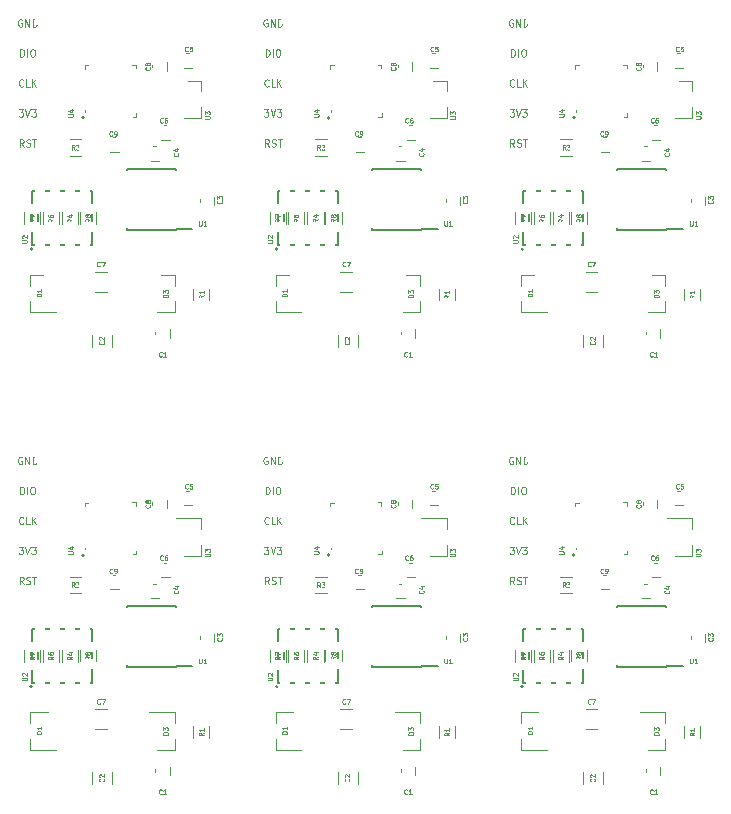
<source format=gto>
%MOIN*%
%OFA0B0*%
%FSLAX46Y46*%
%IPPOS*%
%LPD*%
%ADD10C,0.0039370078740157488*%
%ADD11C,0.0047244094488188976*%
%ADD12C,0.005905511811023622*%
%ADD13C,0.0035433070866141732*%
%ADD14R,0.051181102362204731X0.035433070866141732*%
%ADD15R,0.093700787401574809X0.17165354330708663*%
%ADD16O,0.093700787401574809X0.17165354330708663*%
%ADD17R,0.064960629921259838X0.055118110236220472*%
%ADD18R,0.035748031496062996X0.094488188976377951*%
%ADD19R,0.035433070866141732X0.051181102362204731*%
%ADD20R,0.051181102362204731X0.047244094488188976*%
%ADD21R,0.086614173228346469X0.055118110236220472*%
%ADD22R,0.02763779527559055X0.01188976377952756*%
%ADD23R,0.01188976377952756X0.02763779527559055*%
%ADD24R,0.0040157480314960631X0.0040157480314960631*%
%ADD25C,0.008425196850393701*%
%ADD26R,0.0059842519685039371X0.0059842519685039371*%
%ADD27R,0.019763779527559058X0.01188976377952756*%
%ADD28R,0.01188976377952756X0.019763779527559058*%
%ADD29C,0.1*%
%ADD30C,0.1141732283464567*%
%ADD31R,0.0452755905511811X0.047244094488188976*%
%ADD32R,0.082677165354330714X0.082677165354330714*%
%ADD33O,0.082677165354330714X0.082677165354330714*%
%ADD34C,0.074848031496062992*%
%ADD35O,0.070866141732283464X0.16535433070866143*%
%ADD36C,0.074803149606299218*%
%ADD37R,0.055118110236220472X0.064960629921259838*%
%ADD38R,0.076771653543307089X0.03937007874015748*%
%ADD39R,0.047244094488188976X0.0452755905511811*%
%ADD50C,0.0039370078740157488*%
%ADD51C,0.0047244094488188976*%
%ADD52C,0.005905511811023622*%
%ADD53C,0.0035433070866141732*%
%ADD54R,0.051181102362204731X0.035433070866141732*%
%ADD55R,0.093700787401574809X0.17165354330708663*%
%ADD56O,0.093700787401574809X0.17165354330708663*%
%ADD57R,0.064960629921259838X0.055118110236220472*%
%ADD58R,0.035748031496062996X0.094488188976377951*%
%ADD59R,0.035433070866141732X0.051181102362204731*%
%ADD60R,0.051181102362204731X0.047244094488188976*%
%ADD61R,0.086614173228346469X0.055118110236220472*%
%ADD62R,0.02763779527559055X0.01188976377952756*%
%ADD63R,0.01188976377952756X0.02763779527559055*%
%ADD64R,0.0040157480314960631X0.0040157480314960631*%
%ADD65C,0.008425196850393701*%
%ADD66R,0.0059842519685039371X0.0059842519685039371*%
%ADD67R,0.019763779527559058X0.01188976377952756*%
%ADD68R,0.01188976377952756X0.019763779527559058*%
%ADD69C,0.1*%
%ADD70C,0.1141732283464567*%
%ADD71R,0.0452755905511811X0.047244094488188976*%
%ADD72R,0.082677165354330714X0.082677165354330714*%
%ADD73O,0.082677165354330714X0.082677165354330714*%
%ADD74C,0.074848031496062992*%
%ADD75O,0.070866141732283464X0.16535433070866143*%
%ADD76C,0.074803149606299218*%
%ADD77R,0.055118110236220472X0.064960629921259838*%
%ADD78R,0.076771653543307089X0.03937007874015748*%
%ADD79R,0.047244094488188976X0.0452755905511811*%
%ADD90C,0.0039370078740157488*%
%ADD91C,0.0047244094488188976*%
%ADD92C,0.005905511811023622*%
%ADD93C,0.0035433070866141732*%
%ADD94R,0.051181102362204731X0.035433070866141732*%
%ADD95R,0.093700787401574809X0.17165354330708663*%
%ADD96O,0.093700787401574809X0.17165354330708663*%
%ADD97R,0.064960629921259838X0.055118110236220472*%
%ADD98R,0.035748031496062996X0.094488188976377951*%
%ADD99R,0.035433070866141732X0.051181102362204731*%
%ADD100R,0.051181102362204731X0.047244094488188976*%
%ADD101R,0.086614173228346469X0.055118110236220472*%
%ADD102R,0.02763779527559055X0.01188976377952756*%
%ADD103R,0.01188976377952756X0.02763779527559055*%
%ADD104R,0.0040157480314960631X0.0040157480314960631*%
%ADD105C,0.008425196850393701*%
%ADD106R,0.0059842519685039371X0.0059842519685039371*%
%ADD107R,0.019763779527559058X0.01188976377952756*%
%ADD108R,0.01188976377952756X0.019763779527559058*%
%ADD109C,0.1*%
%ADD110C,0.1141732283464567*%
%ADD111R,0.0452755905511811X0.047244094488188976*%
%ADD112R,0.082677165354330714X0.082677165354330714*%
%ADD113O,0.082677165354330714X0.082677165354330714*%
%ADD114C,0.074848031496062992*%
%ADD115O,0.070866141732283464X0.16535433070866143*%
%ADD116C,0.074803149606299218*%
%ADD117R,0.055118110236220472X0.064960629921259838*%
%ADD118R,0.076771653543307089X0.03937007874015748*%
%ADD119R,0.047244094488188976X0.0452755905511811*%
%ADD130C,0.0039370078740157488*%
%ADD131C,0.0047244094488188976*%
%ADD132C,0.005905511811023622*%
%ADD133C,0.0035433070866141732*%
%ADD134R,0.051181102362204731X0.035433070866141732*%
%ADD135R,0.093700787401574809X0.17165354330708663*%
%ADD136O,0.093700787401574809X0.17165354330708663*%
%ADD137R,0.064960629921259838X0.055118110236220472*%
%ADD138R,0.035748031496062996X0.094488188976377951*%
%ADD139R,0.035433070866141732X0.051181102362204731*%
%ADD140R,0.051181102362204731X0.047244094488188976*%
%ADD141R,0.086614173228346469X0.055118110236220472*%
%ADD142R,0.02763779527559055X0.01188976377952756*%
%ADD143R,0.01188976377952756X0.02763779527559055*%
%ADD144R,0.0040157480314960631X0.0040157480314960631*%
%ADD145C,0.008425196850393701*%
%ADD146R,0.0059842519685039371X0.0059842519685039371*%
%ADD147R,0.019763779527559058X0.01188976377952756*%
%ADD148R,0.01188976377952756X0.019763779527559058*%
%ADD149C,0.1*%
%ADD150C,0.1141732283464567*%
%ADD151R,0.0452755905511811X0.047244094488188976*%
%ADD152R,0.082677165354330714X0.082677165354330714*%
%ADD153O,0.082677165354330714X0.082677165354330714*%
%ADD154C,0.074848031496062992*%
%ADD155O,0.070866141732283464X0.16535433070866143*%
%ADD156C,0.074803149606299218*%
%ADD157R,0.055118110236220472X0.064960629921259838*%
%ADD158R,0.076771653543307089X0.03937007874015748*%
%ADD159R,0.047244094488188976X0.0452755905511811*%
%ADD170C,0.0039370078740157488*%
%ADD171C,0.0047244094488188976*%
%ADD172C,0.005905511811023622*%
%ADD173C,0.0035433070866141732*%
%ADD174R,0.051181102362204731X0.035433070866141732*%
%ADD175R,0.093700787401574809X0.17165354330708663*%
%ADD176O,0.093700787401574809X0.17165354330708663*%
%ADD177R,0.064960629921259838X0.055118110236220472*%
%ADD178R,0.035748031496062996X0.094488188976377951*%
%ADD179R,0.035433070866141732X0.051181102362204731*%
%ADD180R,0.051181102362204731X0.047244094488188976*%
%ADD181R,0.086614173228346469X0.055118110236220472*%
%ADD182R,0.02763779527559055X0.01188976377952756*%
%ADD183R,0.01188976377952756X0.02763779527559055*%
%ADD184R,0.0040157480314960631X0.0040157480314960631*%
%ADD185C,0.008425196850393701*%
%ADD186R,0.0059842519685039371X0.0059842519685039371*%
%ADD187R,0.019763779527559058X0.01188976377952756*%
%ADD188R,0.01188976377952756X0.019763779527559058*%
%ADD189C,0.1*%
%ADD190C,0.1141732283464567*%
%ADD191R,0.0452755905511811X0.047244094488188976*%
%ADD192R,0.082677165354330714X0.082677165354330714*%
%ADD193O,0.082677165354330714X0.082677165354330714*%
%ADD194C,0.074848031496062992*%
%ADD195O,0.070866141732283464X0.16535433070866143*%
%ADD196C,0.074803149606299218*%
%ADD197R,0.055118110236220472X0.064960629921259838*%
%ADD198R,0.076771653543307089X0.03937007874015748*%
%ADD199R,0.047244094488188976X0.0452755905511811*%
%ADD210C,0.0039370078740157488*%
%ADD211C,0.0047244094488188976*%
%ADD212C,0.005905511811023622*%
%ADD213C,0.0035433070866141732*%
%ADD214R,0.051181102362204731X0.035433070866141732*%
%ADD215R,0.093700787401574809X0.17165354330708663*%
%ADD216O,0.093700787401574809X0.17165354330708663*%
%ADD217R,0.064960629921259838X0.055118110236220472*%
%ADD218R,0.035748031496062996X0.094488188976377951*%
%ADD219R,0.035433070866141732X0.051181102362204731*%
%ADD220R,0.051181102362204731X0.047244094488188976*%
%ADD221R,0.086614173228346469X0.055118110236220472*%
%ADD222R,0.02763779527559055X0.01188976377952756*%
%ADD223R,0.01188976377952756X0.02763779527559055*%
%ADD224R,0.0040157480314960631X0.0040157480314960631*%
%ADD225C,0.008425196850393701*%
%ADD226R,0.0059842519685039371X0.0059842519685039371*%
%ADD227R,0.019763779527559058X0.01188976377952756*%
%ADD228R,0.01188976377952756X0.019763779527559058*%
%ADD229C,0.1*%
%ADD230C,0.1141732283464567*%
%ADD231R,0.0452755905511811X0.047244094488188976*%
%ADD232R,0.082677165354330714X0.082677165354330714*%
%ADD233O,0.082677165354330714X0.082677165354330714*%
%ADD234C,0.074848031496062992*%
%ADD235O,0.070866141732283464X0.16535433070866143*%
%ADD236C,0.074803149606299218*%
%ADD237R,0.055118110236220472X0.064960629921259838*%
%ADD238R,0.076771653543307089X0.03937007874015748*%
%ADD239R,0.047244094488188976X0.0452755905511811*%
%LPD*%
G01*
D10*
X0000855174Y0002231424D02*
X0000847300Y0002242672D01*
X0000841676Y0002231424D02*
X0000841676Y0002255046D01*
X0000850674Y0002255046D01*
X0000852924Y0002253921D01*
X0000854049Y0002252796D01*
X0000855174Y0002250546D01*
X0000855174Y0002247172D01*
X0000854049Y0002244922D01*
X0000852924Y0002243797D01*
X0000850674Y0002242672D01*
X0000841676Y0002242672D01*
X0000864173Y0002232548D02*
X0000867547Y0002231424D01*
X0000873172Y0002231424D01*
X0000875421Y0002232548D01*
X0000876546Y0002233673D01*
X0000877671Y0002235923D01*
X0000877671Y0002238173D01*
X0000876546Y0002240422D01*
X0000875421Y0002241547D01*
X0000873172Y0002242672D01*
X0000868671Y0002243797D01*
X0000866422Y0002244922D01*
X0000865298Y0002246047D01*
X0000864173Y0002248296D01*
X0000864173Y0002250546D01*
X0000865298Y0002252796D01*
X0000866422Y0002253921D01*
X0000868671Y0002255046D01*
X0000874296Y0002255046D01*
X0000877671Y0002253921D01*
X0000884420Y0002255046D02*
X0000897917Y0002255046D01*
X0000891169Y0002231424D02*
X0000891169Y0002255046D01*
X0000838863Y0002355046D02*
X0000853487Y0002355046D01*
X0000845613Y0002346047D01*
X0000848987Y0002346047D01*
X0000851237Y0002344922D01*
X0000852362Y0002343797D01*
X0000853487Y0002341547D01*
X0000853487Y0002335923D01*
X0000852362Y0002333673D01*
X0000851237Y0002332548D01*
X0000848987Y0002331424D01*
X0000842238Y0002331424D01*
X0000839988Y0002332548D01*
X0000838863Y0002333673D01*
X0000860236Y0002355046D02*
X0000868110Y0002331424D01*
X0000875984Y0002355046D01*
X0000881608Y0002355046D02*
X0000896231Y0002355046D01*
X0000888356Y0002346047D01*
X0000891732Y0002346047D01*
X0000893980Y0002344922D01*
X0000895106Y0002343797D01*
X0000896231Y0002341547D01*
X0000896231Y0002335923D01*
X0000895106Y0002333673D01*
X0000893980Y0002332548D01*
X0000891732Y0002331424D01*
X0000884983Y0002331424D01*
X0000882733Y0002332548D01*
X0000881608Y0002333673D01*
X0000854049Y0002433673D02*
X0000852924Y0002432548D01*
X0000849550Y0002431424D01*
X0000847300Y0002431424D01*
X0000843925Y0002432548D01*
X0000841676Y0002434798D01*
X0000840551Y0002437048D01*
X0000839425Y0002441547D01*
X0000839425Y0002444922D01*
X0000840551Y0002449421D01*
X0000841676Y0002451671D01*
X0000843925Y0002453921D01*
X0000847300Y0002455046D01*
X0000849550Y0002455046D01*
X0000852924Y0002453921D01*
X0000854049Y0002452796D01*
X0000875421Y0002431424D02*
X0000864173Y0002431424D01*
X0000864173Y0002455046D01*
X0000883295Y0002431424D02*
X0000883295Y0002455046D01*
X0000896794Y0002431424D02*
X0000886670Y0002444922D01*
X0000896794Y0002455046D02*
X0000883295Y0002441547D01*
X0000843925Y0002531424D02*
X0000843925Y0002555045D01*
X0000849550Y0002555045D01*
X0000852924Y0002553921D01*
X0000855174Y0002551671D01*
X0000856299Y0002549421D01*
X0000857424Y0002544922D01*
X0000857424Y0002541547D01*
X0000856299Y0002537048D01*
X0000855174Y0002534798D01*
X0000852924Y0002532547D01*
X0000849550Y0002531424D01*
X0000843925Y0002531424D01*
X0000867547Y0002531424D02*
X0000867547Y0002555045D01*
X0000883295Y0002555045D02*
X0000887794Y0002555045D01*
X0000890044Y0002553921D01*
X0000892294Y0002551671D01*
X0000893419Y0002547172D01*
X0000893419Y0002539298D01*
X0000892294Y0002534798D01*
X0000890044Y0002532547D01*
X0000887794Y0002531424D01*
X0000883295Y0002531424D01*
X0000881046Y0002532547D01*
X0000878796Y0002534798D01*
X0000877671Y0002539298D01*
X0000877671Y0002547172D01*
X0000878796Y0002551671D01*
X0000881046Y0002553921D01*
X0000883295Y0002555045D01*
X0000850112Y0002653921D02*
X0000847862Y0002655046D01*
X0000844488Y0002655046D01*
X0000841113Y0002653921D01*
X0000838863Y0002651671D01*
X0000837739Y0002649421D01*
X0000836614Y0002644922D01*
X0000836614Y0002641547D01*
X0000837739Y0002637047D01*
X0000838863Y0002634798D01*
X0000841113Y0002632548D01*
X0000844488Y0002631424D01*
X0000846737Y0002631424D01*
X0000850112Y0002632548D01*
X0000851237Y0002633673D01*
X0000851237Y0002641547D01*
X0000846737Y0002641547D01*
X0000861361Y0002631424D02*
X0000861361Y0002655046D01*
X0000874859Y0002631424D01*
X0000874859Y0002655046D01*
X0000886107Y0002631424D02*
X0000886107Y0002655046D01*
X0000891732Y0002655046D01*
X0000895106Y0002653921D01*
X0000897356Y0002651671D01*
X0000898481Y0002649421D01*
X0000899606Y0002644922D01*
X0000899606Y0002641547D01*
X0000898481Y0002637047D01*
X0000897356Y0002634798D01*
X0000895106Y0002632548D01*
X0000891732Y0002631424D01*
X0000886107Y0002631424D01*
D11*
X0000972880Y0002011795D02*
X0000972880Y0001972425D01*
X0000919338Y0001972425D02*
X0000919338Y0002011795D01*
X0001151574Y0001564425D02*
X0001151574Y0001603795D01*
X0001084645Y0001603795D02*
X0001084645Y0001564425D01*
D12*
X0000883556Y0001889510D02*
G75*
G03X0000883556Y0001889510I-0000003046D01*
G01*
X0000884109Y0002082110D02*
X0001084110Y0002082110D01*
X0001084110Y0002082110D02*
X0001084110Y0001902110D01*
X0001084110Y0001902110D02*
X0000884109Y0001902110D01*
X0000884109Y0001902110D02*
X0000884109Y0002082110D01*
X0000884109Y0002022110D02*
X0000904110Y0002022110D01*
X0000904110Y0002022110D02*
X0000904110Y0001972110D01*
X0000904110Y0001972110D02*
X0000884109Y0001972110D01*
D11*
X0001008424Y0002254881D02*
X0001047795Y0002254881D01*
X0001047795Y0002201338D02*
X0001008424Y0002201338D01*
X0001448031Y0002325905D02*
X0001448031Y0002362519D01*
X0001448031Y0002450314D02*
X0001448031Y0002413700D01*
X0001448031Y0002450314D02*
X0001362992Y0002450314D01*
X0001448031Y0002325905D02*
X0001390551Y0002325905D01*
X0001058527Y0002502574D02*
X0001058527Y0002490763D01*
X0001229086Y0002504574D02*
X0001229086Y0002492763D01*
X0001231086Y0002331015D02*
X0001231086Y0002342826D01*
X0001061307Y0002347984D02*
X0001061307Y0002359795D01*
X0001229086Y0002504574D02*
X0001217275Y0002504574D01*
X0001231086Y0002331015D02*
X0001219275Y0002331015D01*
X0001058527Y0002502574D02*
X0001070338Y0002502574D01*
D12*
X0001056659Y0002327795D02*
G75*
G03X0001056659Y0002327795I-0000003352D01*
G01*
D11*
X0001341732Y0001621889D02*
X0001341732Y0001594330D01*
X0001294488Y0001594330D02*
X0001294488Y0001621889D01*
X0001421337Y0001718425D02*
X0001421337Y0001757795D01*
X0001474881Y0001757795D02*
X0001474881Y0001718425D01*
X0000877559Y0001802913D02*
X0000877559Y0001766299D01*
X0000877559Y0001678503D02*
X0000877559Y0001715118D01*
X0000877559Y0001678503D02*
X0000962598Y0001678503D01*
X0000877559Y0001802913D02*
X0000935039Y0001802913D01*
X0001036880Y0002011795D02*
X0001036880Y0001972425D01*
X0000983338Y0001972425D02*
X0000983338Y0002011795D01*
X0000910881Y0002011795D02*
X0000910881Y0001972425D01*
X0000857338Y0001972425D02*
X0000857338Y0002011795D01*
X0001096881Y0002012267D02*
X0001096881Y0001972896D01*
X0001043338Y0001972896D02*
X0001043338Y0002012267D01*
X0001358661Y0001678503D02*
X0001358661Y0001715118D01*
X0001358661Y0001802913D02*
X0001358661Y0001766299D01*
X0001358661Y0001802913D02*
X0001273622Y0001802913D01*
X0001358661Y0001678503D02*
X0001301181Y0001678503D01*
X0001092425Y0001746645D02*
X0001131795Y0001746645D01*
X0001131795Y0001813574D02*
X0001092425Y0001813574D01*
D12*
X0001361803Y0001956700D02*
X0001416921Y0001956700D01*
X0001361803Y0002157488D02*
X0001198417Y0002157488D01*
X0001361803Y0001954731D02*
X0001198417Y0001954731D01*
X0001361803Y0002157488D02*
X0001361803Y0002151779D01*
X0001198417Y0002157488D02*
X0001198417Y0002151779D01*
X0001198417Y0001954731D02*
X0001198417Y0001960440D01*
X0001361803Y0001954731D02*
X0001361803Y0001956700D01*
D11*
X0001491385Y0002063889D02*
X0001491385Y0002036330D01*
X0001444141Y0002036330D02*
X0001444141Y0002063889D01*
X0001307543Y0002184488D02*
X0001279984Y0002184488D01*
X0001279984Y0002231732D02*
X0001307543Y0002231732D01*
X0001417889Y0002494488D02*
X0001390330Y0002494488D01*
X0001390330Y0002541732D02*
X0001417889Y0002541732D01*
X0001314330Y0002301732D02*
X0001341889Y0002301732D01*
X0001341889Y0002254488D02*
X0001314330Y0002254488D01*
X0001284488Y0002484330D02*
X0001284488Y0002511889D01*
X0001331732Y0002511889D02*
X0001331732Y0002484330D01*
X0001144330Y0002261732D02*
X0001171889Y0002261732D01*
X0001171889Y0002214488D02*
X0001144330Y0002214488D01*
D13*
X0000953234Y0001989484D02*
X0000945735Y0001984236D01*
X0000953234Y0001980486D02*
X0000937486Y0001980486D01*
X0000937486Y0001986485D01*
X0000938236Y0001987985D01*
X0000938986Y0001988735D01*
X0000940485Y0001989484D01*
X0000942735Y0001989484D01*
X0000944235Y0001988735D01*
X0000944985Y0001987985D01*
X0000945735Y0001986485D01*
X0000945735Y0001980486D01*
X0000937486Y0002002983D02*
X0000937486Y0001999984D01*
X0000938236Y0001998484D01*
X0000938986Y0001997734D01*
X0000941235Y0001996234D01*
X0000944235Y0001995484D01*
X0000950234Y0001995484D01*
X0000951734Y0001996234D01*
X0000952484Y0001996984D01*
X0000953234Y0001998484D01*
X0000953234Y0002001484D01*
X0000952484Y0002002983D01*
X0000951734Y0002003733D01*
X0000950234Y0002004483D01*
X0000946485Y0002004483D01*
X0000944985Y0002003733D01*
X0000944235Y0002002983D01*
X0000943485Y0002001484D01*
X0000943485Y0001998484D01*
X0000944235Y0001996984D01*
X0000944985Y0001996234D01*
X0000946485Y0001995484D01*
X0001121734Y0001581485D02*
X0001122484Y0001580735D01*
X0001123234Y0001578485D01*
X0001123234Y0001576986D01*
X0001122484Y0001574736D01*
X0001120984Y0001573236D01*
X0001119484Y0001572486D01*
X0001116485Y0001571736D01*
X0001114235Y0001571736D01*
X0001111235Y0001572486D01*
X0001109736Y0001573236D01*
X0001108236Y0001574736D01*
X0001107486Y0001576986D01*
X0001107486Y0001578485D01*
X0001108236Y0001580735D01*
X0001108986Y0001581485D01*
X0001108986Y0001587484D02*
X0001108236Y0001588234D01*
X0001107486Y0001589734D01*
X0001107486Y0001593484D01*
X0001108236Y0001594983D01*
X0001108986Y0001595733D01*
X0001110485Y0001596482D01*
X0001111985Y0001596482D01*
X0001114235Y0001595733D01*
X0001123234Y0001586734D01*
X0001123234Y0001596482D01*
X0000850485Y0001910111D02*
X0000863234Y0001910111D01*
X0000864734Y0001910861D01*
X0000865484Y0001911611D01*
X0000866234Y0001913111D01*
X0000866234Y0001916110D01*
X0000865484Y0001917610D01*
X0000864734Y0001918360D01*
X0000863234Y0001919110D01*
X0000850485Y0001919110D01*
X0000851986Y0001925859D02*
X0000851236Y0001926609D01*
X0000850485Y0001928109D01*
X0000850485Y0001931858D01*
X0000851236Y0001933358D01*
X0000851986Y0001934108D01*
X0000853485Y0001934858D01*
X0000854985Y0001934858D01*
X0000857235Y0001934108D01*
X0000866234Y0001925109D01*
X0000866234Y0001934858D01*
X0001025485Y0002220986D02*
X0001020235Y0002228485D01*
X0001016486Y0002220986D02*
X0001016486Y0002236734D01*
X0001022485Y0002236734D01*
X0001023984Y0002235984D01*
X0001024735Y0002235234D01*
X0001025485Y0002233734D01*
X0001025485Y0002231484D01*
X0001024735Y0002229984D01*
X0001023984Y0002229235D01*
X0001022485Y0002228485D01*
X0001016486Y0002228485D01*
X0001030734Y0002236734D02*
X0001040483Y0002236734D01*
X0001035234Y0002230734D01*
X0001037484Y0002230734D01*
X0001038983Y0002229984D01*
X0001039733Y0002229235D01*
X0001040483Y0002227735D01*
X0001040483Y0002223985D01*
X0001039733Y0002222485D01*
X0001038983Y0002221735D01*
X0001037484Y0002220986D01*
X0001032983Y0002220986D01*
X0001031484Y0002221735D01*
X0001030734Y0002222485D01*
X0001460116Y0002323513D02*
X0001472864Y0002323513D01*
X0001474364Y0002324263D01*
X0001475114Y0002325013D01*
X0001475864Y0002326512D01*
X0001475864Y0002329512D01*
X0001475114Y0002331012D01*
X0001474364Y0002331762D01*
X0001472864Y0002332512D01*
X0001460116Y0002332512D01*
X0001460116Y0002338511D02*
X0001460116Y0002348260D01*
X0001466115Y0002343010D01*
X0001466115Y0002345260D01*
X0001466864Y0002346760D01*
X0001467615Y0002347510D01*
X0001469115Y0002348260D01*
X0001472864Y0002348260D01*
X0001474364Y0002347510D01*
X0001475114Y0002346760D01*
X0001475864Y0002345260D01*
X0001475864Y0002340761D01*
X0001475114Y0002339261D01*
X0001474364Y0002338511D01*
X0001004486Y0002331111D02*
X0001017234Y0002331111D01*
X0001018734Y0002331861D01*
X0001019484Y0002332611D01*
X0001020234Y0002334111D01*
X0001020234Y0002337110D01*
X0001019484Y0002338610D01*
X0001018734Y0002339360D01*
X0001017234Y0002340110D01*
X0001004486Y0002340110D01*
X0001009735Y0002354358D02*
X0001020234Y0002354358D01*
X0001003736Y0002350609D02*
X0001014985Y0002346859D01*
X0001014985Y0002356608D01*
X0001315485Y0001532485D02*
X0001314735Y0001531735D01*
X0001312485Y0001530985D01*
X0001310986Y0001530985D01*
X0001308735Y0001531735D01*
X0001307236Y0001533235D01*
X0001306486Y0001534735D01*
X0001305736Y0001537735D01*
X0001305736Y0001539984D01*
X0001306486Y0001542984D01*
X0001307236Y0001544484D01*
X0001308735Y0001545984D01*
X0001310986Y0001546734D01*
X0001312485Y0001546734D01*
X0001314735Y0001545984D01*
X0001315485Y0001545234D01*
X0001330483Y0001530985D02*
X0001321484Y0001530985D01*
X0001325983Y0001530985D02*
X0001325983Y0001546734D01*
X0001324484Y0001544484D01*
X0001322984Y0001542984D01*
X0001321484Y0001542234D01*
X0001455234Y0001735485D02*
X0001447735Y0001730236D01*
X0001455234Y0001726486D02*
X0001439486Y0001726486D01*
X0001439486Y0001732485D01*
X0001440236Y0001733985D01*
X0001440986Y0001734735D01*
X0001442485Y0001735485D01*
X0001444735Y0001735485D01*
X0001446235Y0001734735D01*
X0001446984Y0001733985D01*
X0001447735Y0001732485D01*
X0001447735Y0001726486D01*
X0001455234Y0001750483D02*
X0001455234Y0001741483D01*
X0001455234Y0001745984D02*
X0001439486Y0001745984D01*
X0001441735Y0001744484D01*
X0001443235Y0001742984D01*
X0001443985Y0001741483D01*
X0000914604Y0001731683D02*
X0000898856Y0001731683D01*
X0000898856Y0001735432D01*
X0000899606Y0001737681D01*
X0000901106Y0001739182D01*
X0000902605Y0001739932D01*
X0000905605Y0001740682D01*
X0000907855Y0001740682D01*
X0000910854Y0001739932D01*
X0000912354Y0001739182D01*
X0000913854Y0001737681D01*
X0000914604Y0001735432D01*
X0000914604Y0001731683D01*
X0000914604Y0001755680D02*
X0000914604Y0001746681D01*
X0000914604Y0001751181D02*
X0000898856Y0001751181D01*
X0000901106Y0001749681D01*
X0000902605Y0001748181D01*
X0000903355Y0001746681D01*
X0001017234Y0001989484D02*
X0001009735Y0001984236D01*
X0001017234Y0001980486D02*
X0001001486Y0001980486D01*
X0001001486Y0001986485D01*
X0001002235Y0001987985D01*
X0001002985Y0001988735D01*
X0001004485Y0001989484D01*
X0001006734Y0001989484D01*
X0001008235Y0001988735D01*
X0001008985Y0001987985D01*
X0001009735Y0001986485D01*
X0001009735Y0001980486D01*
X0001006734Y0002002983D02*
X0001017234Y0002002983D01*
X0001000736Y0001999234D02*
X0001011984Y0001995484D01*
X0001011984Y0002005233D01*
X0000891234Y0001989484D02*
X0000883735Y0001984236D01*
X0000891234Y0001980486D02*
X0000875486Y0001980486D01*
X0000875486Y0001986485D01*
X0000876236Y0001987985D01*
X0000876986Y0001988735D01*
X0000878485Y0001989484D01*
X0000880735Y0001989484D01*
X0000882235Y0001988735D01*
X0000882985Y0001987985D01*
X0000883735Y0001986485D01*
X0000883735Y0001980486D01*
X0000875486Y0001994733D02*
X0000875486Y0002005233D01*
X0000891234Y0001998484D01*
X0001077234Y0001989957D02*
X0001069735Y0001984708D01*
X0001077234Y0001980959D02*
X0001061486Y0001980959D01*
X0001061486Y0001986958D01*
X0001062236Y0001988457D01*
X0001062986Y0001989208D01*
X0001064485Y0001989957D01*
X0001066735Y0001989957D01*
X0001068235Y0001989208D01*
X0001068985Y0001988457D01*
X0001069735Y0001986958D01*
X0001069735Y0001980959D01*
X0001068235Y0001998956D02*
X0001067485Y0001997457D01*
X0001066735Y0001996707D01*
X0001065235Y0001995957D01*
X0001064485Y0001995957D01*
X0001062986Y0001996707D01*
X0001062236Y0001997457D01*
X0001061486Y0001998956D01*
X0001061486Y0002001955D01*
X0001062236Y0002003456D01*
X0001062986Y0002004206D01*
X0001064485Y0002004956D01*
X0001065235Y0002004956D01*
X0001066735Y0002004206D01*
X0001067485Y0002003456D01*
X0001068235Y0002001955D01*
X0001068235Y0001998956D01*
X0001068985Y0001997457D01*
X0001069735Y0001996707D01*
X0001071235Y0001995957D01*
X0001074234Y0001995957D01*
X0001075734Y0001996707D01*
X0001076484Y0001997457D01*
X0001077234Y0001998956D01*
X0001077234Y0002001955D01*
X0001076484Y0002003456D01*
X0001075734Y0002004206D01*
X0001074234Y0002004956D01*
X0001071235Y0002004956D01*
X0001069735Y0002004206D01*
X0001068985Y0002003456D01*
X0001068235Y0002001955D01*
X0001335864Y0001729085D02*
X0001320116Y0001729085D01*
X0001320116Y0001732834D01*
X0001320865Y0001735083D01*
X0001322365Y0001736584D01*
X0001323865Y0001737334D01*
X0001326865Y0001738083D01*
X0001329115Y0001738083D01*
X0001332114Y0001737334D01*
X0001333614Y0001736584D01*
X0001335114Y0001735083D01*
X0001335864Y0001732834D01*
X0001335864Y0001729085D01*
X0001320116Y0001743333D02*
X0001320116Y0001753082D01*
X0001326115Y0001747832D01*
X0001326115Y0001750081D01*
X0001326865Y0001751582D01*
X0001327615Y0001752332D01*
X0001329115Y0001753082D01*
X0001332864Y0001753082D01*
X0001334364Y0001752332D01*
X0001335114Y0001751582D01*
X0001335864Y0001750081D01*
X0001335864Y0001745582D01*
X0001335114Y0001744083D01*
X0001334364Y0001743333D01*
X0001109485Y0001833540D02*
X0001108735Y0001832791D01*
X0001106485Y0001832041D01*
X0001104986Y0001832041D01*
X0001102736Y0001832791D01*
X0001101236Y0001834290D01*
X0001100486Y0001835790D01*
X0001099736Y0001838790D01*
X0001099736Y0001841039D01*
X0001100486Y0001844039D01*
X0001101236Y0001845539D01*
X0001102736Y0001847038D01*
X0001104986Y0001847789D01*
X0001106485Y0001847789D01*
X0001108735Y0001847038D01*
X0001109485Y0001846289D01*
X0001114734Y0001847789D02*
X0001125233Y0001847789D01*
X0001118484Y0001832041D01*
X0001439765Y0001982733D02*
X0001439765Y0001969985D01*
X0001440515Y0001968485D01*
X0001441265Y0001967735D01*
X0001442764Y0001966986D01*
X0001445764Y0001966986D01*
X0001447264Y0001967735D01*
X0001448014Y0001968485D01*
X0001448764Y0001969985D01*
X0001448764Y0001982733D01*
X0001464512Y0001966986D02*
X0001455512Y0001966986D01*
X0001460012Y0001966986D02*
X0001460012Y0001982733D01*
X0001458512Y0001980484D01*
X0001457013Y0001978984D01*
X0001455512Y0001978234D01*
X0001515041Y0002051485D02*
X0001515791Y0002050735D01*
X0001516540Y0002048485D01*
X0001516540Y0002046986D01*
X0001515791Y0002044736D01*
X0001514291Y0002043235D01*
X0001512791Y0002042485D01*
X0001509792Y0002041736D01*
X0001507542Y0002041736D01*
X0001504542Y0002042485D01*
X0001503043Y0002043235D01*
X0001501542Y0002044736D01*
X0001500793Y0002046986D01*
X0001500793Y0002048485D01*
X0001501542Y0002050735D01*
X0001502293Y0002051485D01*
X0001500793Y0002056734D02*
X0001500793Y0002066482D01*
X0001506792Y0002061233D01*
X0001506792Y0002063483D01*
X0001507542Y0002064982D01*
X0001508292Y0002065732D01*
X0001509792Y0002066482D01*
X0001513541Y0002066482D01*
X0001515041Y0002065732D01*
X0001515791Y0002064982D01*
X0001516540Y0002063483D01*
X0001516540Y0002058984D01*
X0001515791Y0002057484D01*
X0001515041Y0002056734D01*
X0001369388Y0002209485D02*
X0001370137Y0002208735D01*
X0001370887Y0002206485D01*
X0001370887Y0002204986D01*
X0001370137Y0002202736D01*
X0001368638Y0002201236D01*
X0001367137Y0002200486D01*
X0001364138Y0002199736D01*
X0001361888Y0002199736D01*
X0001358889Y0002200486D01*
X0001357389Y0002201236D01*
X0001355888Y0002202736D01*
X0001355139Y0002204986D01*
X0001355139Y0002206485D01*
X0001355888Y0002208735D01*
X0001356639Y0002209485D01*
X0001360389Y0002222983D02*
X0001370887Y0002222983D01*
X0001354389Y0002219234D02*
X0001365638Y0002215484D01*
X0001365638Y0002225233D01*
X0001403138Y0002550485D02*
X0001402389Y0002549735D01*
X0001400139Y0002548986D01*
X0001398639Y0002548986D01*
X0001396389Y0002549735D01*
X0001394890Y0002551234D01*
X0001394140Y0002552735D01*
X0001393390Y0002555735D01*
X0001393390Y0002557984D01*
X0001394140Y0002560983D01*
X0001394890Y0002562484D01*
X0001396389Y0002563984D01*
X0001398639Y0002564734D01*
X0001400139Y0002564734D01*
X0001402389Y0002563984D01*
X0001403138Y0002563234D01*
X0001417387Y0002564734D02*
X0001409888Y0002564734D01*
X0001409137Y0002557235D01*
X0001409888Y0002557984D01*
X0001411388Y0002558734D01*
X0001415137Y0002558734D01*
X0001416637Y0002557984D01*
X0001417387Y0002557235D01*
X0001418137Y0002555735D01*
X0001418137Y0002551985D01*
X0001417387Y0002550485D01*
X0001416637Y0002549735D01*
X0001415137Y0002548986D01*
X0001411388Y0002548986D01*
X0001409888Y0002549735D01*
X0001409137Y0002550485D01*
X0001319139Y0002312485D02*
X0001318389Y0002311735D01*
X0001316139Y0002310986D01*
X0001314639Y0002310986D01*
X0001312389Y0002311735D01*
X0001310890Y0002313235D01*
X0001310139Y0002314735D01*
X0001309390Y0002317735D01*
X0001309390Y0002319984D01*
X0001310139Y0002322984D01*
X0001310890Y0002324484D01*
X0001312389Y0002325984D01*
X0001314639Y0002326734D01*
X0001316139Y0002326734D01*
X0001318389Y0002325984D01*
X0001319139Y0002325234D01*
X0001332637Y0002326734D02*
X0001329637Y0002326734D01*
X0001328137Y0002325984D01*
X0001327388Y0002325234D01*
X0001325888Y0002322984D01*
X0001325137Y0002319984D01*
X0001325137Y0002313985D01*
X0001325888Y0002312485D01*
X0001326638Y0002311735D01*
X0001328137Y0002310986D01*
X0001331136Y0002310986D01*
X0001332637Y0002311735D01*
X0001333387Y0002312485D01*
X0001334137Y0002313985D01*
X0001334137Y0002317735D01*
X0001333387Y0002319235D01*
X0001332637Y0002319984D01*
X0001331136Y0002320734D01*
X0001328137Y0002320734D01*
X0001326638Y0002319984D01*
X0001325888Y0002319235D01*
X0001325137Y0002317735D01*
X0001275388Y0002495485D02*
X0001276137Y0002494735D01*
X0001276887Y0002492485D01*
X0001276887Y0002490986D01*
X0001276137Y0002488736D01*
X0001274638Y0002487236D01*
X0001273138Y0002486486D01*
X0001270137Y0002485736D01*
X0001267888Y0002485736D01*
X0001264888Y0002486486D01*
X0001263389Y0002487236D01*
X0001261889Y0002488736D01*
X0001261139Y0002490986D01*
X0001261139Y0002492485D01*
X0001261889Y0002494735D01*
X0001262639Y0002495485D01*
X0001267888Y0002504484D02*
X0001267139Y0002502984D01*
X0001266389Y0002502234D01*
X0001264888Y0002501484D01*
X0001264139Y0002501484D01*
X0001262639Y0002502234D01*
X0001261889Y0002502984D01*
X0001261139Y0002504484D01*
X0001261139Y0002507484D01*
X0001261889Y0002508983D01*
X0001262639Y0002509733D01*
X0001264139Y0002510483D01*
X0001264888Y0002510483D01*
X0001266389Y0002509733D01*
X0001267139Y0002508983D01*
X0001267888Y0002507484D01*
X0001267888Y0002504484D01*
X0001268638Y0002502984D01*
X0001269388Y0002502234D01*
X0001270888Y0002501484D01*
X0001273888Y0002501484D01*
X0001275388Y0002502234D01*
X0001276137Y0002502984D01*
X0001276887Y0002504484D01*
X0001276887Y0002507484D01*
X0001276137Y0002508983D01*
X0001275388Y0002509733D01*
X0001273888Y0002510483D01*
X0001270888Y0002510483D01*
X0001269388Y0002509733D01*
X0001268638Y0002508983D01*
X0001267888Y0002507484D01*
X0001151139Y0002268485D02*
X0001150389Y0002267735D01*
X0001148139Y0002266986D01*
X0001146639Y0002266986D01*
X0001144389Y0002267735D01*
X0001142890Y0002269235D01*
X0001142140Y0002270735D01*
X0001141390Y0002273735D01*
X0001141390Y0002275984D01*
X0001142140Y0002278984D01*
X0001142890Y0002280484D01*
X0001144389Y0002281984D01*
X0001146639Y0002282734D01*
X0001148139Y0002282734D01*
X0001150389Y0002281984D01*
X0001151139Y0002281234D01*
X0001158638Y0002266986D02*
X0001161637Y0002266986D01*
X0001163137Y0002267735D01*
X0001163887Y0002268485D01*
X0001165387Y0002270735D01*
X0001166137Y0002273735D01*
X0001166137Y0002279734D01*
X0001165387Y0002281234D01*
X0001164637Y0002281984D01*
X0001163137Y0002282734D01*
X0001160137Y0002282734D01*
X0001158638Y0002281984D01*
X0001157888Y0002281234D01*
X0001157138Y0002279734D01*
X0001157138Y0002275984D01*
X0001157888Y0002274485D01*
X0001158638Y0002273735D01*
X0001160137Y0002272985D01*
X0001163137Y0002272985D01*
X0001164637Y0002273735D01*
X0001165387Y0002274485D01*
X0001166137Y0002275984D01*
%LPC*%
D14*
X0000946110Y0001962582D03*
X0000946110Y0002021637D03*
D15*
X0001414960Y0001568109D03*
D16*
X0001218110Y0001568109D03*
X0001021258Y0001568109D03*
D17*
X0001118110Y0001623479D03*
X0001118110Y0001544740D03*
D18*
X0000909110Y0002090535D03*
X0000959110Y0002090535D03*
X0001009110Y0002090535D03*
X0001059110Y0002090535D03*
X0001059110Y0001893683D03*
X0001009110Y0001893683D03*
X0000959110Y0001893683D03*
X0000909110Y0001893683D03*
D19*
X0001057637Y0002228110D03*
X0000998582Y0002228110D03*
D20*
X0001378740Y0002425511D03*
X0001378740Y0002350708D03*
X0001457480Y0002388110D03*
D21*
X0000878109Y0002192110D03*
X0000878109Y0002492110D03*
X0000878109Y0002392110D03*
X0000878109Y0002592110D03*
X0000878109Y0002292110D03*
D22*
X0001066535Y0002457165D03*
D23*
X0001103937Y0002494566D03*
X0001182677Y0002494566D03*
D22*
X0001220078Y0002457165D03*
X0001066535Y0002378425D03*
X0001220078Y0002398110D03*
D23*
X0001162992Y0002341023D03*
X0001123622Y0002341023D03*
D24*
X0001088188Y0002362677D03*
X0001088188Y0002472913D03*
X0001198425Y0002472913D03*
X0001198425Y0002362677D03*
D25*
X0001202477Y0002488776D03*
D10*
G36*
X0001208434Y0002488776D02*
X0001202477Y0002482818D01*
X0001196519Y0002488776D01*
X0001202477Y0002494733D01*
X0001208434Y0002488776D01*
X0001208434Y0002488776D01*
G37*
D25*
X0001202677Y0002346814D03*
D10*
G36*
X0001208634Y0002346814D02*
X0001202677Y0002340856D01*
X0001196719Y0002346814D01*
X0001202677Y0002352771D01*
X0001208634Y0002346814D01*
X0001208634Y0002346814D01*
G37*
D25*
X0001083937Y0002488576D03*
D10*
G36*
X0001089894Y0002488576D02*
X0001083937Y0002482618D01*
X0001077979Y0002488576D01*
X0001083937Y0002494533D01*
X0001089894Y0002488576D01*
X0001089894Y0002488576D01*
G37*
D25*
X0001083907Y0002346995D03*
D10*
G36*
X0001089864Y0002346995D02*
X0001083907Y0002341037D01*
X0001077949Y0002346995D01*
X0001083907Y0002352952D01*
X0001089864Y0002346995D01*
X0001089864Y0002346995D01*
G37*
D25*
X0001214288Y0002476965D03*
D10*
G36*
X0001220245Y0002476965D02*
X0001214288Y0002471007D01*
X0001208330Y0002476965D01*
X0001214288Y0002482922D01*
X0001220245Y0002476965D01*
X0001220245Y0002476965D01*
G37*
D25*
X0001214488Y0002358425D03*
D10*
G36*
X0001220445Y0002358425D02*
X0001214488Y0002352467D01*
X0001208530Y0002358425D01*
X0001214488Y0002364382D01*
X0001220445Y0002358425D01*
X0001220445Y0002358425D01*
G37*
D25*
X0001072525Y0002476965D03*
D10*
G36*
X0001078483Y0002476965D02*
X0001072525Y0002471007D01*
X0001066568Y0002476965D01*
X0001072525Y0002482922D01*
X0001078483Y0002476965D01*
X0001078483Y0002476965D01*
G37*
D25*
X0001072107Y0002358595D03*
D10*
G36*
X0001078064Y0002358595D02*
X0001072107Y0002352637D01*
X0001066149Y0002358595D01*
X0001072107Y0002364552D01*
X0001078064Y0002358595D01*
X0001078064Y0002358595D01*
G37*
D26*
X0001075107Y0002361577D03*
X0001075478Y0002474012D03*
X0001086889Y0002485623D03*
X0001199524Y0002485823D03*
X0001211335Y0002474012D03*
X0001211535Y0002361377D03*
X0001199724Y0002349766D03*
X0001086907Y0002349995D03*
D27*
X0001062307Y0002358595D03*
D22*
X0001066535Y0002398110D03*
X0001066535Y0002417795D03*
X0001066535Y0002437480D03*
D27*
X0001062707Y0002476965D03*
D28*
X0001083907Y0002498595D03*
D23*
X0001123622Y0002494566D03*
X0001143307Y0002494566D03*
X0001162992Y0002494566D03*
D28*
X0001202507Y0002498595D03*
D27*
X0001224107Y0002476995D03*
D22*
X0001220078Y0002437480D03*
X0001220078Y0002417795D03*
X0001220078Y0002378425D03*
D27*
X0001224307Y0002358395D03*
D28*
X0001202677Y0002336995D03*
D23*
X0001182677Y0002341023D03*
X0001143307Y0002341023D03*
X0001103937Y0002341023D03*
D28*
X0001083937Y0002337124D03*
D29*
X0001158110Y0002728110D03*
D30*
X0000888110Y0001558110D03*
D31*
X0001318110Y0001637636D03*
X0001318110Y0001578582D03*
D14*
X0001448110Y0001767637D03*
X0001448110Y0001708582D03*
D20*
X0000946850Y0001703307D03*
X0000946850Y0001778110D03*
X0000868110Y0001740708D03*
D32*
X0001238110Y0001888110D03*
D33*
X0001338110Y0001888110D03*
X0001438110Y0001888110D03*
D14*
X0001010110Y0001962582D03*
X0001010110Y0002021637D03*
X0000884109Y0001962582D03*
X0000884109Y0002021637D03*
X0001070110Y0001963055D03*
X0001070110Y0002022110D03*
D20*
X0001289370Y0001778110D03*
X0001289370Y0001703307D03*
X0001368110Y0001740708D03*
D34*
X0001298144Y0002618026D03*
X0001198144Y0002618026D03*
X0001118144Y0002618026D03*
X0001018143Y0002618026D03*
D35*
X0001388110Y0002708110D03*
X0000928110Y0002708110D03*
D36*
X0001068110Y0002713110D03*
X0001248110Y0002713110D03*
D37*
X0001151480Y0001780110D03*
X0001072740Y0001780110D03*
D38*
X0001173811Y0001981110D03*
X0001173811Y0002031110D03*
X0001173811Y0002081109D03*
X0001173811Y0002131110D03*
X0001386409Y0002131110D03*
X0001386409Y0002081109D03*
X0001386409Y0002031110D03*
X0001386409Y0001981110D03*
D31*
X0001467763Y0002079637D03*
X0001467763Y0002020582D03*
D39*
X0001323290Y0002208110D03*
X0001264236Y0002208110D03*
X0001433637Y0002518110D03*
X0001374582Y0002518110D03*
X0001298581Y0002278110D03*
X0001357637Y0002278110D03*
D31*
X0001308110Y0002468582D03*
X0001308110Y0002527637D03*
D39*
X0001128582Y0002238110D03*
X0001187637Y0002238110D03*
%LPD*%
G01*
D50*
X0001673284Y0002231424D02*
X0001665410Y0002242672D01*
X0001659786Y0002231424D02*
X0001659786Y0002255046D01*
X0001668785Y0002255046D01*
X0001671033Y0002253921D01*
X0001672159Y0002252796D01*
X0001673284Y0002250546D01*
X0001673284Y0002247172D01*
X0001672159Y0002244922D01*
X0001671033Y0002243797D01*
X0001668785Y0002242672D01*
X0001659786Y0002242672D01*
X0001682282Y0002232548D02*
X0001685658Y0002231424D01*
X0001691282Y0002231424D01*
X0001693532Y0002232548D01*
X0001694656Y0002233673D01*
X0001695781Y0002235923D01*
X0001695781Y0002238173D01*
X0001694656Y0002240422D01*
X0001693532Y0002241547D01*
X0001691282Y0002242672D01*
X0001686782Y0002243797D01*
X0001684533Y0002244922D01*
X0001683408Y0002246047D01*
X0001682282Y0002248296D01*
X0001682282Y0002250546D01*
X0001683408Y0002252796D01*
X0001684533Y0002253921D01*
X0001686782Y0002255046D01*
X0001692407Y0002255046D01*
X0001695781Y0002253921D01*
X0001702530Y0002255046D02*
X0001716029Y0002255046D01*
X0001709279Y0002231424D02*
X0001709279Y0002255046D01*
X0001656973Y0002355046D02*
X0001671597Y0002355046D01*
X0001663723Y0002346047D01*
X0001667097Y0002346047D01*
X0001669347Y0002344922D01*
X0001670472Y0002343797D01*
X0001671597Y0002341547D01*
X0001671597Y0002335923D01*
X0001670472Y0002333673D01*
X0001669347Y0002332548D01*
X0001667097Y0002331424D01*
X0001660348Y0002331424D01*
X0001658099Y0002332548D01*
X0001656973Y0002333673D01*
X0001678346Y0002355046D02*
X0001686220Y0002331424D01*
X0001694094Y0002355046D01*
X0001699718Y0002355046D02*
X0001714341Y0002355046D01*
X0001706467Y0002346047D01*
X0001709842Y0002346047D01*
X0001712092Y0002344922D01*
X0001713217Y0002343797D01*
X0001714341Y0002341547D01*
X0001714341Y0002335923D01*
X0001713217Y0002333673D01*
X0001712092Y0002332548D01*
X0001709842Y0002331424D01*
X0001703093Y0002331424D01*
X0001700843Y0002332548D01*
X0001699718Y0002333673D01*
X0001672159Y0002433673D02*
X0001671033Y0002432548D01*
X0001667660Y0002431424D01*
X0001665410Y0002431424D01*
X0001662035Y0002432548D01*
X0001659786Y0002434798D01*
X0001658661Y0002437048D01*
X0001657536Y0002441547D01*
X0001657536Y0002444922D01*
X0001658661Y0002449421D01*
X0001659786Y0002451671D01*
X0001662035Y0002453921D01*
X0001665410Y0002455046D01*
X0001667660Y0002455046D01*
X0001671033Y0002453921D01*
X0001672159Y0002452796D01*
X0001693532Y0002431424D02*
X0001682282Y0002431424D01*
X0001682282Y0002455046D01*
X0001701405Y0002431424D02*
X0001701405Y0002455046D01*
X0001714904Y0002431424D02*
X0001704780Y0002444922D01*
X0001714904Y0002455046D02*
X0001701405Y0002441547D01*
X0001662035Y0002531424D02*
X0001662035Y0002555045D01*
X0001667660Y0002555045D01*
X0001671033Y0002553921D01*
X0001673284Y0002551671D01*
X0001674409Y0002549421D01*
X0001675534Y0002544922D01*
X0001675534Y0002541547D01*
X0001674409Y0002537048D01*
X0001673284Y0002534798D01*
X0001671033Y0002532547D01*
X0001667660Y0002531424D01*
X0001662035Y0002531424D01*
X0001685658Y0002531424D02*
X0001685658Y0002555045D01*
X0001701405Y0002555045D02*
X0001705905Y0002555045D01*
X0001708155Y0002553921D01*
X0001710404Y0002551671D01*
X0001711529Y0002547172D01*
X0001711529Y0002539298D01*
X0001710404Y0002534798D01*
X0001708155Y0002532547D01*
X0001705905Y0002531424D01*
X0001701405Y0002531424D01*
X0001699156Y0002532547D01*
X0001696906Y0002534798D01*
X0001695781Y0002539298D01*
X0001695781Y0002547172D01*
X0001696906Y0002551671D01*
X0001699156Y0002553921D01*
X0001701405Y0002555045D01*
X0001668221Y0002653921D02*
X0001665973Y0002655046D01*
X0001662598Y0002655046D01*
X0001659223Y0002653921D01*
X0001656973Y0002651671D01*
X0001655849Y0002649421D01*
X0001654724Y0002644922D01*
X0001654724Y0002641547D01*
X0001655849Y0002637047D01*
X0001656973Y0002634798D01*
X0001659223Y0002632548D01*
X0001662598Y0002631424D01*
X0001664848Y0002631424D01*
X0001668221Y0002632548D01*
X0001669347Y0002633673D01*
X0001669347Y0002641547D01*
X0001664848Y0002641547D01*
X0001679471Y0002631424D02*
X0001679471Y0002655046D01*
X0001692969Y0002631424D01*
X0001692969Y0002655046D01*
X0001704218Y0002631424D02*
X0001704218Y0002655046D01*
X0001709842Y0002655046D01*
X0001713217Y0002653921D01*
X0001715465Y0002651671D01*
X0001716591Y0002649421D01*
X0001717716Y0002644922D01*
X0001717716Y0002641547D01*
X0001716591Y0002637047D01*
X0001715465Y0002634798D01*
X0001713217Y0002632548D01*
X0001709842Y0002631424D01*
X0001704218Y0002631424D01*
D51*
X0001790992Y0002011795D02*
X0001790992Y0001972425D01*
X0001737448Y0001972425D02*
X0001737448Y0002011795D01*
X0001969685Y0001564425D02*
X0001969685Y0001603795D01*
X0001902755Y0001603795D02*
X0001902755Y0001564425D01*
D52*
X0001701666Y0001889510D02*
G75*
G03X0001701666Y0001889510I-0000003046D01*
G01*
X0001702220Y0002082110D02*
X0001902220Y0002082110D01*
X0001902220Y0002082110D02*
X0001902220Y0001902110D01*
X0001902220Y0001902110D02*
X0001702220Y0001902110D01*
X0001702220Y0001902110D02*
X0001702220Y0002082110D01*
X0001702220Y0002022110D02*
X0001722220Y0002022110D01*
X0001722220Y0002022110D02*
X0001722220Y0001972110D01*
X0001722220Y0001972110D02*
X0001702220Y0001972110D01*
D51*
X0001826535Y0002254881D02*
X0001865905Y0002254881D01*
X0001865905Y0002201338D02*
X0001826535Y0002201338D01*
X0002266141Y0002325905D02*
X0002266141Y0002362519D01*
X0002266141Y0002450314D02*
X0002266141Y0002413700D01*
X0002266141Y0002450314D02*
X0002181102Y0002450314D01*
X0002266141Y0002325905D02*
X0002208661Y0002325905D01*
X0001876637Y0002502574D02*
X0001876637Y0002490763D01*
X0002047196Y0002504574D02*
X0002047196Y0002492763D01*
X0002049195Y0002331015D02*
X0002049195Y0002342826D01*
X0001879417Y0002347984D02*
X0001879417Y0002359795D01*
X0002047196Y0002504574D02*
X0002035385Y0002504574D01*
X0002049195Y0002331015D02*
X0002037385Y0002331015D01*
X0001876637Y0002502574D02*
X0001888448Y0002502574D01*
D52*
X0001874769Y0002327795D02*
G75*
G03X0001874769Y0002327795I-0000003352D01*
G01*
D51*
X0002159842Y0001621889D02*
X0002159842Y0001594330D01*
X0002112598Y0001594330D02*
X0002112598Y0001621889D01*
X0002239448Y0001718425D02*
X0002239448Y0001757795D01*
X0002292992Y0001757795D02*
X0002292992Y0001718425D01*
X0001695669Y0001802913D02*
X0001695669Y0001766299D01*
X0001695669Y0001678503D02*
X0001695669Y0001715118D01*
X0001695669Y0001678503D02*
X0001780708Y0001678503D01*
X0001695669Y0001802913D02*
X0001753149Y0001802913D01*
X0001854992Y0002011795D02*
X0001854992Y0001972425D01*
X0001801448Y0001972425D02*
X0001801448Y0002011795D01*
X0001728992Y0002011795D02*
X0001728992Y0001972425D01*
X0001675448Y0001972425D02*
X0001675448Y0002011795D01*
X0001914992Y0002012267D02*
X0001914992Y0001972896D01*
X0001861448Y0001972896D02*
X0001861448Y0002012267D01*
X0002176771Y0001678503D02*
X0002176771Y0001715118D01*
X0002176771Y0001802913D02*
X0002176771Y0001766299D01*
X0002176771Y0001802913D02*
X0002091732Y0001802913D01*
X0002176771Y0001678503D02*
X0002119291Y0001678503D01*
X0001910535Y0001746645D02*
X0001949905Y0001746645D01*
X0001949905Y0001813574D02*
X0001910535Y0001813574D01*
D52*
X0002179913Y0001956700D02*
X0002235031Y0001956700D01*
X0002179913Y0002157488D02*
X0002016527Y0002157488D01*
X0002179913Y0001954731D02*
X0002016527Y0001954731D01*
X0002179913Y0002157488D02*
X0002179913Y0002151779D01*
X0002016527Y0002157488D02*
X0002016527Y0002151779D01*
X0002016527Y0001954731D02*
X0002016527Y0001960440D01*
X0002179913Y0001954731D02*
X0002179913Y0001956700D01*
D51*
X0002309496Y0002063889D02*
X0002309496Y0002036330D01*
X0002262252Y0002036330D02*
X0002262252Y0002063889D01*
X0002125653Y0002184488D02*
X0002098094Y0002184488D01*
X0002098094Y0002231732D02*
X0002125653Y0002231732D01*
X0002236000Y0002494488D02*
X0002208440Y0002494488D01*
X0002208440Y0002541732D02*
X0002236000Y0002541732D01*
X0002132440Y0002301732D02*
X0002160000Y0002301732D01*
X0002160000Y0002254488D02*
X0002132440Y0002254488D01*
X0002102598Y0002484330D02*
X0002102598Y0002511889D01*
X0002149842Y0002511889D02*
X0002149842Y0002484330D01*
X0001962439Y0002261732D02*
X0001990000Y0002261732D01*
X0001990000Y0002214488D02*
X0001962439Y0002214488D01*
D53*
X0001771344Y0001989484D02*
X0001763845Y0001984236D01*
X0001771344Y0001980486D02*
X0001755596Y0001980486D01*
X0001755596Y0001986485D01*
X0001756346Y0001987985D01*
X0001757096Y0001988735D01*
X0001758596Y0001989484D01*
X0001760845Y0001989484D01*
X0001762345Y0001988735D01*
X0001763095Y0001987985D01*
X0001763845Y0001986485D01*
X0001763845Y0001980486D01*
X0001755596Y0002002983D02*
X0001755596Y0001999984D01*
X0001756346Y0001998484D01*
X0001757096Y0001997734D01*
X0001759345Y0001996234D01*
X0001762345Y0001995484D01*
X0001768343Y0001995484D01*
X0001769844Y0001996234D01*
X0001770594Y0001996984D01*
X0001771344Y0001998484D01*
X0001771344Y0002001484D01*
X0001770594Y0002002983D01*
X0001769844Y0002003733D01*
X0001768343Y0002004483D01*
X0001764595Y0002004483D01*
X0001763095Y0002003733D01*
X0001762345Y0002002983D01*
X0001761595Y0002001484D01*
X0001761595Y0001998484D01*
X0001762345Y0001996984D01*
X0001763095Y0001996234D01*
X0001764595Y0001995484D01*
X0001939844Y0001581485D02*
X0001940594Y0001580735D01*
X0001941344Y0001578485D01*
X0001941344Y0001576986D01*
X0001940594Y0001574736D01*
X0001939094Y0001573236D01*
X0001937595Y0001572486D01*
X0001934594Y0001571736D01*
X0001932345Y0001571736D01*
X0001929345Y0001572486D01*
X0001927846Y0001573236D01*
X0001926346Y0001574736D01*
X0001925596Y0001576986D01*
X0001925596Y0001578485D01*
X0001926346Y0001580735D01*
X0001927096Y0001581485D01*
X0001927096Y0001587484D02*
X0001926346Y0001588234D01*
X0001925596Y0001589734D01*
X0001925596Y0001593484D01*
X0001926346Y0001594983D01*
X0001927096Y0001595733D01*
X0001928596Y0001596482D01*
X0001930096Y0001596482D01*
X0001932345Y0001595733D01*
X0001941344Y0001586734D01*
X0001941344Y0001596482D01*
X0001668596Y0001910111D02*
X0001681344Y0001910111D01*
X0001682844Y0001910861D01*
X0001683594Y0001911611D01*
X0001684344Y0001913111D01*
X0001684344Y0001916110D01*
X0001683594Y0001917610D01*
X0001682844Y0001918360D01*
X0001681344Y0001919110D01*
X0001668596Y0001919110D01*
X0001670095Y0001925859D02*
X0001669346Y0001926609D01*
X0001668596Y0001928109D01*
X0001668596Y0001931858D01*
X0001669346Y0001933358D01*
X0001670095Y0001934108D01*
X0001671596Y0001934858D01*
X0001673096Y0001934858D01*
X0001675344Y0001934108D01*
X0001684344Y0001925109D01*
X0001684344Y0001934858D01*
X0001843594Y0002220986D02*
X0001838345Y0002228485D01*
X0001834596Y0002220986D02*
X0001834596Y0002236734D01*
X0001840596Y0002236734D01*
X0001842096Y0002235984D01*
X0001842845Y0002235234D01*
X0001843594Y0002233734D01*
X0001843594Y0002231484D01*
X0001842845Y0002229984D01*
X0001842096Y0002229235D01*
X0001840596Y0002228485D01*
X0001834596Y0002228485D01*
X0001848845Y0002236734D02*
X0001858592Y0002236734D01*
X0001853344Y0002230734D01*
X0001855594Y0002230734D01*
X0001857094Y0002229984D01*
X0001857844Y0002229235D01*
X0001858592Y0002227735D01*
X0001858592Y0002223985D01*
X0001857844Y0002222485D01*
X0001857094Y0002221735D01*
X0001855594Y0002220986D01*
X0001851094Y0002220986D01*
X0001849594Y0002221735D01*
X0001848845Y0002222485D01*
X0002278226Y0002323513D02*
X0002290974Y0002323513D01*
X0002292474Y0002324263D01*
X0002293224Y0002325013D01*
X0002293974Y0002326512D01*
X0002293974Y0002329512D01*
X0002293224Y0002331012D01*
X0002292474Y0002331762D01*
X0002290974Y0002332512D01*
X0002278226Y0002332512D01*
X0002278226Y0002338511D02*
X0002278226Y0002348260D01*
X0002284225Y0002343010D01*
X0002284225Y0002345260D01*
X0002284975Y0002346760D01*
X0002285725Y0002347510D01*
X0002287225Y0002348260D01*
X0002290974Y0002348260D01*
X0002292474Y0002347510D01*
X0002293224Y0002346760D01*
X0002293974Y0002345260D01*
X0002293974Y0002340761D01*
X0002293224Y0002339261D01*
X0002292474Y0002338511D01*
X0001822596Y0002331111D02*
X0001835344Y0002331111D01*
X0001836844Y0002331861D01*
X0001837594Y0002332611D01*
X0001838344Y0002334111D01*
X0001838344Y0002337110D01*
X0001837594Y0002338610D01*
X0001836844Y0002339360D01*
X0001835344Y0002340110D01*
X0001822596Y0002340110D01*
X0001827845Y0002354358D02*
X0001838344Y0002354358D01*
X0001821846Y0002350609D02*
X0001833095Y0002346859D01*
X0001833095Y0002356608D01*
X0002133595Y0001532485D02*
X0002132845Y0001531735D01*
X0002130596Y0001530985D01*
X0002129096Y0001530985D01*
X0002126846Y0001531735D01*
X0002125346Y0001533235D01*
X0002124596Y0001534735D01*
X0002123847Y0001537735D01*
X0002123847Y0001539984D01*
X0002124596Y0001542984D01*
X0002125346Y0001544484D01*
X0002126846Y0001545984D01*
X0002129096Y0001546734D01*
X0002130596Y0001546734D01*
X0002132845Y0001545984D01*
X0002133595Y0001545234D01*
X0002148593Y0001530985D02*
X0002139595Y0001530985D01*
X0002144094Y0001530985D02*
X0002144094Y0001546734D01*
X0002142594Y0001544484D01*
X0002141094Y0001542984D01*
X0002139595Y0001542234D01*
X0002273344Y0001735485D02*
X0002265845Y0001730236D01*
X0002273344Y0001726486D02*
X0002257596Y0001726486D01*
X0002257596Y0001732485D01*
X0002258346Y0001733985D01*
X0002259096Y0001734735D01*
X0002260596Y0001735485D01*
X0002262845Y0001735485D01*
X0002264345Y0001734735D01*
X0002265095Y0001733985D01*
X0002265845Y0001732485D01*
X0002265845Y0001726486D01*
X0002273344Y0001750483D02*
X0002273344Y0001741483D01*
X0002273344Y0001745984D02*
X0002257596Y0001745984D01*
X0002259846Y0001744484D01*
X0002261346Y0001742984D01*
X0002262096Y0001741483D01*
X0001732713Y0001731683D02*
X0001716966Y0001731683D01*
X0001716966Y0001735432D01*
X0001717716Y0001737681D01*
X0001719216Y0001739182D01*
X0001720716Y0001739932D01*
X0001723715Y0001740682D01*
X0001725965Y0001740682D01*
X0001728965Y0001739932D01*
X0001730464Y0001739182D01*
X0001731964Y0001737681D01*
X0001732713Y0001735432D01*
X0001732713Y0001731683D01*
X0001732713Y0001755680D02*
X0001732713Y0001746681D01*
X0001732713Y0001751181D02*
X0001716966Y0001751181D01*
X0001719216Y0001749681D01*
X0001720716Y0001748181D01*
X0001721465Y0001746681D01*
X0001835344Y0001989484D02*
X0001827845Y0001984236D01*
X0001835344Y0001980486D02*
X0001819596Y0001980486D01*
X0001819596Y0001986485D01*
X0001820345Y0001987985D01*
X0001821096Y0001988735D01*
X0001822596Y0001989484D01*
X0001824845Y0001989484D01*
X0001826345Y0001988735D01*
X0001827095Y0001987985D01*
X0001827845Y0001986485D01*
X0001827845Y0001980486D01*
X0001824845Y0002002983D02*
X0001835344Y0002002983D01*
X0001818846Y0001999234D02*
X0001830095Y0001995484D01*
X0001830095Y0002005233D01*
X0001709344Y0001989484D02*
X0001701845Y0001984236D01*
X0001709344Y0001980486D02*
X0001693596Y0001980486D01*
X0001693596Y0001986485D01*
X0001694346Y0001987985D01*
X0001695095Y0001988735D01*
X0001696596Y0001989484D01*
X0001698845Y0001989484D01*
X0001700344Y0001988735D01*
X0001701095Y0001987985D01*
X0001701845Y0001986485D01*
X0001701845Y0001980486D01*
X0001693596Y0001994733D02*
X0001693596Y0002005233D01*
X0001709344Y0001998484D01*
X0001895343Y0001989957D02*
X0001887845Y0001984708D01*
X0001895343Y0001980959D02*
X0001879595Y0001980959D01*
X0001879595Y0001986958D01*
X0001880346Y0001988457D01*
X0001881096Y0001989208D01*
X0001882596Y0001989957D01*
X0001884845Y0001989957D01*
X0001886345Y0001989208D01*
X0001887095Y0001988457D01*
X0001887845Y0001986958D01*
X0001887845Y0001980959D01*
X0001886345Y0001998956D02*
X0001885595Y0001997457D01*
X0001884845Y0001996707D01*
X0001883346Y0001995957D01*
X0001882596Y0001995957D01*
X0001881096Y0001996707D01*
X0001880346Y0001997457D01*
X0001879595Y0001998956D01*
X0001879595Y0002001955D01*
X0001880346Y0002003456D01*
X0001881096Y0002004206D01*
X0001882596Y0002004956D01*
X0001883346Y0002004956D01*
X0001884845Y0002004206D01*
X0001885595Y0002003456D01*
X0001886345Y0002001955D01*
X0001886345Y0001998956D01*
X0001887095Y0001997457D01*
X0001887845Y0001996707D01*
X0001889345Y0001995957D01*
X0001892344Y0001995957D01*
X0001893844Y0001996707D01*
X0001894594Y0001997457D01*
X0001895343Y0001998956D01*
X0001895343Y0002001955D01*
X0001894594Y0002003456D01*
X0001893844Y0002004206D01*
X0001892344Y0002004956D01*
X0001889345Y0002004956D01*
X0001887845Y0002004206D01*
X0001887095Y0002003456D01*
X0001886345Y0002001955D01*
X0002153974Y0001729085D02*
X0002138226Y0001729085D01*
X0002138226Y0001732834D01*
X0002138976Y0001735083D01*
X0002140476Y0001736584D01*
X0002141976Y0001737334D01*
X0002144975Y0001738083D01*
X0002147225Y0001738083D01*
X0002150225Y0001737334D01*
X0002151724Y0001736584D01*
X0002153224Y0001735083D01*
X0002153974Y0001732834D01*
X0002153974Y0001729085D01*
X0002138226Y0001743333D02*
X0002138226Y0001753082D01*
X0002144225Y0001747832D01*
X0002144225Y0001750081D01*
X0002144975Y0001751582D01*
X0002145725Y0001752332D01*
X0002147225Y0001753082D01*
X0002150974Y0001753082D01*
X0002152474Y0001752332D01*
X0002153224Y0001751582D01*
X0002153974Y0001750081D01*
X0002153974Y0001745582D01*
X0002153224Y0001744083D01*
X0002152474Y0001743333D01*
X0001927595Y0001833540D02*
X0001926845Y0001832791D01*
X0001924596Y0001832041D01*
X0001923096Y0001832041D01*
X0001920846Y0001832791D01*
X0001919346Y0001834290D01*
X0001918596Y0001835790D01*
X0001917847Y0001838790D01*
X0001917847Y0001841039D01*
X0001918596Y0001844039D01*
X0001919346Y0001845539D01*
X0001920846Y0001847038D01*
X0001923096Y0001847789D01*
X0001924596Y0001847789D01*
X0001926845Y0001847038D01*
X0001927595Y0001846289D01*
X0001932845Y0001847789D02*
X0001943343Y0001847789D01*
X0001936593Y0001832041D01*
X0002257875Y0001982733D02*
X0002257875Y0001969985D01*
X0002258625Y0001968485D01*
X0002259375Y0001967735D01*
X0002260875Y0001966986D01*
X0002263874Y0001966986D01*
X0002265374Y0001967735D01*
X0002266124Y0001968485D01*
X0002266874Y0001969985D01*
X0002266874Y0001982733D01*
X0002282622Y0001966986D02*
X0002273623Y0001966986D01*
X0002278122Y0001966986D02*
X0002278122Y0001982733D01*
X0002276623Y0001980484D01*
X0002275123Y0001978984D01*
X0002273623Y0001978234D01*
X0002333151Y0002051485D02*
X0002333901Y0002050735D01*
X0002334651Y0002048485D01*
X0002334651Y0002046986D01*
X0002333901Y0002044736D01*
X0002332401Y0002043235D01*
X0002330902Y0002042485D01*
X0002327902Y0002041736D01*
X0002325652Y0002041736D01*
X0002322653Y0002042485D01*
X0002321153Y0002043235D01*
X0002319653Y0002044736D01*
X0002318903Y0002046986D01*
X0002318903Y0002048485D01*
X0002319653Y0002050735D01*
X0002320403Y0002051485D01*
X0002318903Y0002056734D02*
X0002318903Y0002066482D01*
X0002324902Y0002061233D01*
X0002324902Y0002063483D01*
X0002325652Y0002064982D01*
X0002326402Y0002065732D01*
X0002327902Y0002066482D01*
X0002331652Y0002066482D01*
X0002333151Y0002065732D01*
X0002333901Y0002064982D01*
X0002334651Y0002063483D01*
X0002334651Y0002058984D01*
X0002333901Y0002057484D01*
X0002333151Y0002056734D01*
X0002187498Y0002209485D02*
X0002188248Y0002208735D01*
X0002188998Y0002206485D01*
X0002188998Y0002204986D01*
X0002188248Y0002202736D01*
X0002186748Y0002201236D01*
X0002185248Y0002200486D01*
X0002182248Y0002199736D01*
X0002179999Y0002199736D01*
X0002176999Y0002200486D01*
X0002175499Y0002201236D01*
X0002174000Y0002202736D01*
X0002173250Y0002204986D01*
X0002173250Y0002206485D01*
X0002174000Y0002208735D01*
X0002174749Y0002209485D01*
X0002178499Y0002222983D02*
X0002188998Y0002222983D01*
X0002172500Y0002219234D02*
X0002183748Y0002215484D01*
X0002183748Y0002225233D01*
X0002221249Y0002550485D02*
X0002220499Y0002549735D01*
X0002218249Y0002548986D01*
X0002216749Y0002548986D01*
X0002214500Y0002549735D01*
X0002213000Y0002551234D01*
X0002212250Y0002552735D01*
X0002211500Y0002555735D01*
X0002211500Y0002557984D01*
X0002212250Y0002560983D01*
X0002213000Y0002562484D01*
X0002214500Y0002563984D01*
X0002216749Y0002564734D01*
X0002218249Y0002564734D01*
X0002220499Y0002563984D01*
X0002221249Y0002563234D01*
X0002235497Y0002564734D02*
X0002227998Y0002564734D01*
X0002227248Y0002557235D01*
X0002227998Y0002557984D01*
X0002229498Y0002558734D01*
X0002233247Y0002558734D01*
X0002234747Y0002557984D01*
X0002235497Y0002557235D01*
X0002236247Y0002555735D01*
X0002236247Y0002551985D01*
X0002235497Y0002550485D01*
X0002234747Y0002549735D01*
X0002233247Y0002548986D01*
X0002229498Y0002548986D01*
X0002227998Y0002549735D01*
X0002227248Y0002550485D01*
X0002137249Y0002312485D02*
X0002136499Y0002311735D01*
X0002134249Y0002310986D01*
X0002132749Y0002310986D01*
X0002130500Y0002311735D01*
X0002129000Y0002313235D01*
X0002128250Y0002314735D01*
X0002127500Y0002317735D01*
X0002127500Y0002319984D01*
X0002128250Y0002322984D01*
X0002129000Y0002324484D01*
X0002130500Y0002325984D01*
X0002132749Y0002326734D01*
X0002134249Y0002326734D01*
X0002136499Y0002325984D01*
X0002137249Y0002325234D01*
X0002150747Y0002326734D02*
X0002147748Y0002326734D01*
X0002146248Y0002325984D01*
X0002145498Y0002325234D01*
X0002143998Y0002322984D01*
X0002143248Y0002319984D01*
X0002143248Y0002313985D01*
X0002143998Y0002312485D01*
X0002144748Y0002311735D01*
X0002146248Y0002310986D01*
X0002149247Y0002310986D01*
X0002150747Y0002311735D01*
X0002151497Y0002312485D01*
X0002152247Y0002313985D01*
X0002152247Y0002317735D01*
X0002151497Y0002319235D01*
X0002150747Y0002319984D01*
X0002149247Y0002320734D01*
X0002146248Y0002320734D01*
X0002144748Y0002319984D01*
X0002143998Y0002319235D01*
X0002143248Y0002317735D01*
X0002093497Y0002495485D02*
X0002094248Y0002494735D01*
X0002094998Y0002492485D01*
X0002094998Y0002490986D01*
X0002094248Y0002488736D01*
X0002092747Y0002487236D01*
X0002091248Y0002486486D01*
X0002088248Y0002485736D01*
X0002085999Y0002485736D01*
X0002082999Y0002486486D01*
X0002081499Y0002487236D01*
X0002080000Y0002488736D01*
X0002079250Y0002490986D01*
X0002079250Y0002492485D01*
X0002080000Y0002494735D01*
X0002080749Y0002495485D01*
X0002085999Y0002504484D02*
X0002085249Y0002502984D01*
X0002084499Y0002502234D01*
X0002082999Y0002501484D01*
X0002082249Y0002501484D01*
X0002080749Y0002502234D01*
X0002080000Y0002502984D01*
X0002079250Y0002504484D01*
X0002079250Y0002507484D01*
X0002080000Y0002508983D01*
X0002080749Y0002509733D01*
X0002082249Y0002510483D01*
X0002082999Y0002510483D01*
X0002084499Y0002509733D01*
X0002085249Y0002508983D01*
X0002085999Y0002507484D01*
X0002085999Y0002504484D01*
X0002086749Y0002502984D01*
X0002087499Y0002502234D01*
X0002088998Y0002501484D01*
X0002091997Y0002501484D01*
X0002093497Y0002502234D01*
X0002094248Y0002502984D01*
X0002094998Y0002504484D01*
X0002094998Y0002507484D01*
X0002094248Y0002508983D01*
X0002093497Y0002509733D01*
X0002091997Y0002510483D01*
X0002088998Y0002510483D01*
X0002087499Y0002509733D01*
X0002086749Y0002508983D01*
X0002085999Y0002507484D01*
X0001969249Y0002268485D02*
X0001968499Y0002267735D01*
X0001966249Y0002266986D01*
X0001964749Y0002266986D01*
X0001962500Y0002267735D01*
X0001961000Y0002269235D01*
X0001960250Y0002270735D01*
X0001959500Y0002273735D01*
X0001959500Y0002275984D01*
X0001960250Y0002278984D01*
X0001961000Y0002280484D01*
X0001962500Y0002281984D01*
X0001964749Y0002282734D01*
X0001966249Y0002282734D01*
X0001968499Y0002281984D01*
X0001969249Y0002281234D01*
X0001976747Y0002266986D02*
X0001979748Y0002266986D01*
X0001981247Y0002267735D01*
X0001981996Y0002268485D01*
X0001983497Y0002270735D01*
X0001984247Y0002273735D01*
X0001984247Y0002279734D01*
X0001983497Y0002281234D01*
X0001982746Y0002281984D01*
X0001981247Y0002282734D01*
X0001978248Y0002282734D01*
X0001976747Y0002281984D01*
X0001975998Y0002281234D01*
X0001975248Y0002279734D01*
X0001975248Y0002275984D01*
X0001975998Y0002274485D01*
X0001976747Y0002273735D01*
X0001978248Y0002272985D01*
X0001981247Y0002272985D01*
X0001982746Y0002273735D01*
X0001983497Y0002274485D01*
X0001984247Y0002275984D01*
%LPC*%
D54*
X0001764220Y0001962582D03*
X0001764220Y0002021637D03*
D55*
X0002233070Y0001568109D03*
D56*
X0002036220Y0001568109D03*
X0001839370Y0001568109D03*
D57*
X0001936220Y0001623479D03*
X0001936220Y0001544740D03*
D58*
X0001727220Y0002090535D03*
X0001777220Y0002090535D03*
X0001827220Y0002090535D03*
X0001877220Y0002090535D03*
X0001877220Y0001893683D03*
X0001827220Y0001893683D03*
X0001777220Y0001893683D03*
X0001727220Y0001893683D03*
D59*
X0001875748Y0002228110D03*
X0001816692Y0002228110D03*
D60*
X0002196850Y0002425511D03*
X0002196850Y0002350708D03*
X0002275590Y0002388110D03*
D61*
X0001696220Y0002192110D03*
X0001696220Y0002492110D03*
X0001696220Y0002392110D03*
X0001696220Y0002592110D03*
X0001696220Y0002292110D03*
D62*
X0001884645Y0002457165D03*
D63*
X0001922047Y0002494566D03*
X0002000786Y0002494566D03*
D62*
X0002038189Y0002457165D03*
X0001884645Y0002378425D03*
X0002038189Y0002398110D03*
D63*
X0001981101Y0002341023D03*
X0001941731Y0002341023D03*
D64*
X0001906299Y0002362677D03*
X0001906299Y0002472913D03*
X0002016535Y0002472913D03*
X0002016535Y0002362677D03*
D65*
X0002020587Y0002488776D03*
D50*
G36*
X0002026544Y0002488776D02*
X0002020587Y0002482818D01*
X0002014628Y0002488776D01*
X0002020587Y0002494733D01*
X0002026544Y0002488776D01*
X0002026544Y0002488776D01*
G37*
D65*
X0002020787Y0002346814D03*
D50*
G36*
X0002026743Y0002346814D02*
X0002020787Y0002340856D01*
X0002014829Y0002346814D01*
X0002020787Y0002352771D01*
X0002026743Y0002346814D01*
X0002026743Y0002346814D01*
G37*
D65*
X0001902047Y0002488576D03*
D50*
G36*
X0001908004Y0002488576D02*
X0001902047Y0002482618D01*
X0001896089Y0002488576D01*
X0001902047Y0002494533D01*
X0001908004Y0002488576D01*
X0001908004Y0002488576D01*
G37*
D65*
X0001902017Y0002346995D03*
D50*
G36*
X0001907974Y0002346995D02*
X0001902017Y0002341037D01*
X0001896059Y0002346995D01*
X0001902017Y0002352952D01*
X0001907974Y0002346995D01*
X0001907974Y0002346995D01*
G37*
D65*
X0002032398Y0002476965D03*
D50*
G36*
X0002038355Y0002476965D02*
X0002032398Y0002471007D01*
X0002026440Y0002476965D01*
X0002032398Y0002482922D01*
X0002038355Y0002476965D01*
X0002038355Y0002476965D01*
G37*
D65*
X0002032598Y0002358425D03*
D50*
G36*
X0002038555Y0002358425D02*
X0002032598Y0002352467D01*
X0002026640Y0002358425D01*
X0002032598Y0002364382D01*
X0002038555Y0002358425D01*
X0002038555Y0002358425D01*
G37*
D65*
X0001890636Y0002476965D03*
D50*
G36*
X0001896593Y0002476965D02*
X0001890636Y0002471007D01*
X0001884678Y0002476965D01*
X0001890636Y0002482922D01*
X0001896593Y0002476965D01*
X0001896593Y0002476965D01*
G37*
D65*
X0001890217Y0002358595D03*
D50*
G36*
X0001896174Y0002358595D02*
X0001890217Y0002352637D01*
X0001884259Y0002358595D01*
X0001890217Y0002364552D01*
X0001896174Y0002358595D01*
X0001896174Y0002358595D01*
G37*
D66*
X0001893217Y0002361577D03*
X0001893589Y0002474012D03*
X0001905000Y0002485623D03*
X0002017634Y0002485823D03*
X0002029445Y0002474012D03*
X0002029645Y0002361377D03*
X0002017834Y0002349766D03*
X0001905017Y0002349995D03*
D67*
X0001880417Y0002358595D03*
D62*
X0001884645Y0002398110D03*
X0001884645Y0002417795D03*
X0001884645Y0002437480D03*
D67*
X0001880817Y0002476965D03*
D68*
X0001902017Y0002498595D03*
D63*
X0001941731Y0002494566D03*
X0001961417Y0002494566D03*
X0001981101Y0002494566D03*
D68*
X0002020617Y0002498595D03*
D67*
X0002042217Y0002476995D03*
D62*
X0002038189Y0002437480D03*
X0002038189Y0002417795D03*
X0002038189Y0002378425D03*
D67*
X0002042417Y0002358395D03*
D68*
X0002020787Y0002336995D03*
D63*
X0002000786Y0002341023D03*
X0001961417Y0002341023D03*
X0001922047Y0002341023D03*
D68*
X0001902047Y0002337124D03*
D69*
X0001976220Y0002728110D03*
D70*
X0001706220Y0001558110D03*
D71*
X0002136220Y0001637636D03*
X0002136220Y0001578582D03*
D54*
X0002266220Y0001767637D03*
X0002266220Y0001708582D03*
D60*
X0001764960Y0001703307D03*
X0001764960Y0001778110D03*
X0001686220Y0001740708D03*
D72*
X0002056220Y0001888110D03*
D73*
X0002156220Y0001888110D03*
X0002256220Y0001888110D03*
D54*
X0001828219Y0001962582D03*
X0001828219Y0002021637D03*
X0001702220Y0001962582D03*
X0001702220Y0002021637D03*
X0001888220Y0001963055D03*
X0001888220Y0002022110D03*
D60*
X0002107480Y0001778110D03*
X0002107480Y0001703307D03*
X0002186220Y0001740708D03*
D74*
X0002116254Y0002618026D03*
X0002016254Y0002618026D03*
X0001936254Y0002618026D03*
X0001836254Y0002618026D03*
D75*
X0002206220Y0002708110D03*
X0001746220Y0002708110D03*
D76*
X0001886220Y0002713110D03*
X0002066220Y0002713110D03*
D77*
X0001969590Y0001780110D03*
X0001890850Y0001780110D03*
D78*
X0001991921Y0001981110D03*
X0001991921Y0002031110D03*
X0001991921Y0002081109D03*
X0001991921Y0002131110D03*
X0002204519Y0002131110D03*
X0002204519Y0002081109D03*
X0002204519Y0002031110D03*
X0002204519Y0001981110D03*
D71*
X0002285874Y0002079637D03*
X0002285874Y0002020582D03*
D79*
X0002141401Y0002208110D03*
X0002082345Y0002208110D03*
X0002251748Y0002518110D03*
X0002192692Y0002518110D03*
X0002116692Y0002278110D03*
X0002175748Y0002278110D03*
D71*
X0002126220Y0002468582D03*
X0002126220Y0002527637D03*
D79*
X0001946692Y0002238110D03*
X0002005748Y0002238110D03*
G04 next file*
%LPD*%
G01*
D90*
X0000037064Y0000773313D02*
X0000029190Y0000784562D01*
X0000023565Y0000773313D02*
X0000023565Y0000796935D01*
X0000032564Y0000796935D01*
X0000034814Y0000795809D01*
X0000035939Y0000794686D01*
X0000037064Y0000792436D01*
X0000037064Y0000789061D01*
X0000035939Y0000786812D01*
X0000034814Y0000785686D01*
X0000032564Y0000784562D01*
X0000023565Y0000784562D01*
X0000046062Y0000774437D02*
X0000049437Y0000773313D01*
X0000055061Y0000773313D01*
X0000057311Y0000774437D01*
X0000058436Y0000775563D01*
X0000059561Y0000777813D01*
X0000059561Y0000780062D01*
X0000058436Y0000782312D01*
X0000057311Y0000783437D01*
X0000055061Y0000784562D01*
X0000050562Y0000785686D01*
X0000048312Y0000786812D01*
X0000047187Y0000787936D01*
X0000046062Y0000790186D01*
X0000046062Y0000792436D01*
X0000047187Y0000794686D01*
X0000048312Y0000795809D01*
X0000050562Y0000796935D01*
X0000056186Y0000796935D01*
X0000059561Y0000795809D01*
X0000066310Y0000796935D02*
X0000079808Y0000796935D01*
X0000073059Y0000773313D02*
X0000073059Y0000796935D01*
X0000020753Y0000896935D02*
X0000035376Y0000896935D01*
X0000027502Y0000887936D01*
X0000030877Y0000887936D01*
X0000033127Y0000886812D01*
X0000034251Y0000885686D01*
X0000035376Y0000883437D01*
X0000035376Y0000877813D01*
X0000034251Y0000875563D01*
X0000033127Y0000874438D01*
X0000030877Y0000873313D01*
X0000024128Y0000873313D01*
X0000021878Y0000874438D01*
X0000020753Y0000875563D01*
X0000042124Y0000896935D02*
X0000050000Y0000873313D01*
X0000057874Y0000896935D01*
X0000063498Y0000896935D02*
X0000078121Y0000896935D01*
X0000070247Y0000887936D01*
X0000073622Y0000887936D01*
X0000075871Y0000886812D01*
X0000076996Y0000885686D01*
X0000078121Y0000883437D01*
X0000078121Y0000877813D01*
X0000076996Y0000875563D01*
X0000075871Y0000874438D01*
X0000073622Y0000873313D01*
X0000066872Y0000873313D01*
X0000064623Y0000874438D01*
X0000063498Y0000875563D01*
X0000035939Y0000975563D02*
X0000034814Y0000974438D01*
X0000031439Y0000973313D01*
X0000029190Y0000973313D01*
X0000025815Y0000974438D01*
X0000023565Y0000976688D01*
X0000022440Y0000978938D01*
X0000021316Y0000983437D01*
X0000021316Y0000986812D01*
X0000022440Y0000991311D01*
X0000023565Y0000993561D01*
X0000025815Y0000995810D01*
X0000029190Y0000996935D01*
X0000031439Y0000996935D01*
X0000034814Y0000995810D01*
X0000035939Y0000994686D01*
X0000057311Y0000973313D02*
X0000046062Y0000973313D01*
X0000046062Y0000996935D01*
X0000065185Y0000973313D02*
X0000065185Y0000996935D01*
X0000078683Y0000973313D02*
X0000068560Y0000986812D01*
X0000078683Y0000996935D02*
X0000065185Y0000983437D01*
X0000025815Y0001073313D02*
X0000025815Y0001096935D01*
X0000031439Y0001096935D01*
X0000034814Y0001095810D01*
X0000037064Y0001093561D01*
X0000038188Y0001091311D01*
X0000039313Y0001086812D01*
X0000039313Y0001083437D01*
X0000038188Y0001078938D01*
X0000037064Y0001076688D01*
X0000034814Y0001074438D01*
X0000031439Y0001073313D01*
X0000025815Y0001073313D01*
X0000049437Y0001073313D02*
X0000049437Y0001096935D01*
X0000065185Y0001096935D02*
X0000069685Y0001096935D01*
X0000071934Y0001095810D01*
X0000074184Y0001093561D01*
X0000075309Y0001089061D01*
X0000075309Y0001081187D01*
X0000074184Y0001076688D01*
X0000071934Y0001074438D01*
X0000069685Y0001073313D01*
X0000065185Y0001073313D01*
X0000062935Y0001074438D01*
X0000060686Y0001076688D01*
X0000059561Y0001081187D01*
X0000059561Y0001089061D01*
X0000060686Y0001093561D01*
X0000062935Y0001095810D01*
X0000065185Y0001096935D01*
X0000032002Y0001195810D02*
X0000029752Y0001196935D01*
X0000026377Y0001196935D01*
X0000023003Y0001195810D01*
X0000020753Y0001193561D01*
X0000019628Y0001191311D01*
X0000018503Y0001186812D01*
X0000018503Y0001183437D01*
X0000019628Y0001178938D01*
X0000020753Y0001176688D01*
X0000023003Y0001174438D01*
X0000026377Y0001173313D01*
X0000028627Y0001173313D01*
X0000032002Y0001174438D01*
X0000033127Y0001175563D01*
X0000033127Y0001183437D01*
X0000028627Y0001183437D01*
X0000043250Y0001173313D02*
X0000043250Y0001196935D01*
X0000056749Y0001173313D01*
X0000056749Y0001196935D01*
X0000067997Y0001173313D02*
X0000067997Y0001196935D01*
X0000073622Y0001196935D01*
X0000076996Y0001195810D01*
X0000079246Y0001193561D01*
X0000080371Y0001191311D01*
X0000081496Y0001186812D01*
X0000081496Y0001183437D01*
X0000080371Y0001178938D01*
X0000079246Y0001176688D01*
X0000076996Y0001174438D01*
X0000073622Y0001173313D01*
X0000067997Y0001173313D01*
D91*
X0000154771Y0000553685D02*
X0000154771Y0000514314D01*
X0000101228Y0000514314D02*
X0000101228Y0000553685D01*
X0000333464Y0000106314D02*
X0000333464Y0000145685D01*
X0000266535Y0000145685D02*
X0000266535Y0000106314D01*
D92*
X0000065446Y0000431399D02*
G75*
G03X0000065446Y0000431399I-0000003046D01*
G01*
X0000066000Y0000623999D02*
X0000266000Y0000623999D01*
X0000266000Y0000623999D02*
X0000266000Y0000443999D01*
X0000266000Y0000443999D02*
X0000066000Y0000443999D01*
X0000066000Y0000443999D02*
X0000066000Y0000623999D01*
X0000066000Y0000563999D02*
X0000086000Y0000563999D01*
X0000086000Y0000563999D02*
X0000086000Y0000513999D01*
X0000086000Y0000513999D02*
X0000066000Y0000513999D01*
D91*
X0000190313Y0000796770D02*
X0000229685Y0000796770D01*
X0000229685Y0000743228D02*
X0000190313Y0000743228D01*
X0000629921Y0000867795D02*
X0000629921Y0000904409D01*
X0000629921Y0000992203D02*
X0000629921Y0000955589D01*
X0000629921Y0000992203D02*
X0000544881Y0000992203D01*
X0000629921Y0000867795D02*
X0000572440Y0000867795D01*
X0000240417Y0001044464D02*
X0000240417Y0001032653D01*
X0000410976Y0001046464D02*
X0000410976Y0001034653D01*
X0000412976Y0000872904D02*
X0000412976Y0000884716D01*
X0000243196Y0000889873D02*
X0000243196Y0000901685D01*
X0000410976Y0001046464D02*
X0000399165Y0001046464D01*
X0000412976Y0000872904D02*
X0000401165Y0000872904D01*
X0000240417Y0001044464D02*
X0000252228Y0001044464D01*
D92*
X0000238549Y0000869685D02*
G75*
G03X0000238549Y0000869685I-0000003352D01*
G01*
D91*
X0000523622Y0000163779D02*
X0000523622Y0000136220D01*
X0000476377Y0000136220D02*
X0000476377Y0000163779D01*
X0000603228Y0000260314D02*
X0000603228Y0000299685D01*
X0000656771Y0000299685D02*
X0000656771Y0000260314D01*
X0000059448Y0000344803D02*
X0000059448Y0000308188D01*
X0000059448Y0000220393D02*
X0000059448Y0000257007D01*
X0000059448Y0000220393D02*
X0000144488Y0000220393D01*
X0000059448Y0000344803D02*
X0000116929Y0000344803D01*
X0000218771Y0000553685D02*
X0000218771Y0000514314D01*
X0000165228Y0000514314D02*
X0000165228Y0000553685D01*
X0000092771Y0000553685D02*
X0000092771Y0000514314D01*
X0000039228Y0000514314D02*
X0000039228Y0000553685D01*
X0000278771Y0000554157D02*
X0000278771Y0000514787D01*
X0000225228Y0000514787D02*
X0000225228Y0000554157D01*
X0000540551Y0000220393D02*
X0000540551Y0000257007D01*
X0000540551Y0000344803D02*
X0000540551Y0000308188D01*
X0000540551Y0000344803D02*
X0000455511Y0000344803D01*
X0000540551Y0000220393D02*
X0000483070Y0000220393D01*
X0000274314Y0000288535D02*
X0000313685Y0000288535D01*
X0000313685Y0000355464D02*
X0000274314Y0000355464D01*
D92*
X0000543692Y0000498590D02*
X0000598811Y0000498590D01*
X0000543692Y0000699377D02*
X0000380307Y0000699377D01*
X0000543692Y0000496621D02*
X0000380307Y0000496621D01*
X0000543692Y0000699377D02*
X0000543692Y0000693669D01*
X0000380307Y0000699377D02*
X0000380307Y0000693669D01*
X0000380307Y0000496621D02*
X0000380307Y0000502330D01*
X0000543692Y0000496621D02*
X0000543692Y0000498590D01*
D91*
X0000673275Y0000605779D02*
X0000673275Y0000578220D01*
X0000626031Y0000578220D02*
X0000626031Y0000605779D01*
X0000489433Y0000726377D02*
X0000461874Y0000726377D01*
X0000461874Y0000773622D02*
X0000489433Y0000773622D01*
X0000599779Y0001036377D02*
X0000572220Y0001036377D01*
X0000572220Y0001083622D02*
X0000599779Y0001083622D01*
X0000496220Y0000843622D02*
X0000523779Y0000843622D01*
X0000523779Y0000796377D02*
X0000496220Y0000796377D01*
X0000466377Y0001026219D02*
X0000466377Y0001053779D01*
X0000513622Y0001053779D02*
X0000513622Y0001026219D01*
X0000326220Y0000803622D02*
X0000353779Y0000803622D01*
X0000353779Y0000756377D02*
X0000326220Y0000756377D01*
D93*
X0000135124Y0000531375D02*
X0000127623Y0000526125D01*
X0000135124Y0000522375D02*
X0000119376Y0000522375D01*
X0000119376Y0000528375D01*
X0000120125Y0000529875D01*
X0000120875Y0000530625D01*
X0000122375Y0000531375D01*
X0000124625Y0000531375D01*
X0000126124Y0000530625D01*
X0000126873Y0000529875D01*
X0000127623Y0000528375D01*
X0000127623Y0000522375D01*
X0000119376Y0000544873D02*
X0000119376Y0000541873D01*
X0000120125Y0000540374D01*
X0000120875Y0000539624D01*
X0000123125Y0000538124D01*
X0000126124Y0000537374D01*
X0000132124Y0000537374D01*
X0000133624Y0000538124D01*
X0000134374Y0000538874D01*
X0000135124Y0000540374D01*
X0000135124Y0000543373D01*
X0000134374Y0000544873D01*
X0000133624Y0000545623D01*
X0000132124Y0000546373D01*
X0000128372Y0000546373D01*
X0000126873Y0000545623D01*
X0000126124Y0000544873D01*
X0000125374Y0000543373D01*
X0000125374Y0000540374D01*
X0000126124Y0000538874D01*
X0000126873Y0000538124D01*
X0000128372Y0000537374D01*
X0000303624Y0000123375D02*
X0000304374Y0000122625D01*
X0000305124Y0000120375D01*
X0000305124Y0000118875D01*
X0000304374Y0000116626D01*
X0000302874Y0000115126D01*
X0000301374Y0000114376D01*
X0000298374Y0000113626D01*
X0000296125Y0000113626D01*
X0000293125Y0000114376D01*
X0000291625Y0000115126D01*
X0000290125Y0000116626D01*
X0000289376Y0000118875D01*
X0000289376Y0000120375D01*
X0000290125Y0000122625D01*
X0000290875Y0000123375D01*
X0000290875Y0000129372D02*
X0000290125Y0000130122D01*
X0000289376Y0000131624D01*
X0000289376Y0000135373D01*
X0000290125Y0000136873D01*
X0000290875Y0000137623D01*
X0000292375Y0000138373D01*
X0000293875Y0000138373D01*
X0000296125Y0000137623D01*
X0000305124Y0000128622D01*
X0000305124Y0000138373D01*
X0000032376Y0000452001D02*
X0000045123Y0000452001D01*
X0000046624Y0000452751D01*
X0000047374Y0000453501D01*
X0000048124Y0000455001D01*
X0000048124Y0000458000D01*
X0000047374Y0000459500D01*
X0000046624Y0000460250D01*
X0000045123Y0000461000D01*
X0000032376Y0000461000D01*
X0000033875Y0000467749D02*
X0000033125Y0000468499D01*
X0000032376Y0000469999D01*
X0000032376Y0000473747D01*
X0000033125Y0000475247D01*
X0000033875Y0000475998D01*
X0000035375Y0000476747D01*
X0000036875Y0000476747D01*
X0000039125Y0000475998D01*
X0000048124Y0000466999D01*
X0000048124Y0000476747D01*
X0000207375Y0000762875D02*
X0000202125Y0000770374D01*
X0000198376Y0000762875D02*
X0000198376Y0000778622D01*
X0000204375Y0000778622D01*
X0000205875Y0000777873D01*
X0000206625Y0000777124D01*
X0000207375Y0000775624D01*
X0000207375Y0000773374D01*
X0000206625Y0000771874D01*
X0000205875Y0000771124D01*
X0000204375Y0000770374D01*
X0000198376Y0000770374D01*
X0000212623Y0000778622D02*
X0000222373Y0000778622D01*
X0000217123Y0000772624D01*
X0000219373Y0000772624D01*
X0000220873Y0000771874D01*
X0000221623Y0000771124D01*
X0000222373Y0000769625D01*
X0000222373Y0000765875D01*
X0000221623Y0000764375D01*
X0000220873Y0000763625D01*
X0000219373Y0000762875D01*
X0000214873Y0000762875D01*
X0000213373Y0000763625D01*
X0000212623Y0000764375D01*
X0000642005Y0000865402D02*
X0000654754Y0000865402D01*
X0000656254Y0000866152D01*
X0000657004Y0000866901D01*
X0000657754Y0000868402D01*
X0000657754Y0000871402D01*
X0000657004Y0000872901D01*
X0000656254Y0000873652D01*
X0000654754Y0000874401D01*
X0000642005Y0000874401D01*
X0000642005Y0000880401D02*
X0000642005Y0000890149D01*
X0000648005Y0000884900D01*
X0000648005Y0000887150D01*
X0000648755Y0000888650D01*
X0000649505Y0000889400D01*
X0000651004Y0000890149D01*
X0000654754Y0000890149D01*
X0000656254Y0000889400D01*
X0000657004Y0000888650D01*
X0000657754Y0000887150D01*
X0000657754Y0000882650D01*
X0000657004Y0000881150D01*
X0000656254Y0000880401D01*
X0000186376Y0000873001D02*
X0000199124Y0000873001D01*
X0000200624Y0000873751D01*
X0000201374Y0000874501D01*
X0000202124Y0000876001D01*
X0000202124Y0000879000D01*
X0000201374Y0000880500D01*
X0000200624Y0000881250D01*
X0000199124Y0000882000D01*
X0000186376Y0000882000D01*
X0000191625Y0000896248D02*
X0000202124Y0000896248D01*
X0000185626Y0000892499D02*
X0000196874Y0000888748D01*
X0000196874Y0000898498D01*
X0000497375Y0000074375D02*
X0000496625Y0000073625D01*
X0000494375Y0000072875D01*
X0000492875Y0000072875D01*
X0000490626Y0000073625D01*
X0000489126Y0000075125D01*
X0000488376Y0000076625D01*
X0000487626Y0000079625D01*
X0000487626Y0000081874D01*
X0000488376Y0000084874D01*
X0000489126Y0000086374D01*
X0000490626Y0000087873D01*
X0000492875Y0000088623D01*
X0000494375Y0000088623D01*
X0000496625Y0000087873D01*
X0000497375Y0000087123D01*
X0000512372Y0000072875D02*
X0000503374Y0000072875D01*
X0000507874Y0000072875D02*
X0000507874Y0000088623D01*
X0000506374Y0000086374D01*
X0000504874Y0000084874D01*
X0000503374Y0000084124D01*
X0000637124Y0000277375D02*
X0000629625Y0000272125D01*
X0000637124Y0000268376D02*
X0000621376Y0000268376D01*
X0000621376Y0000274375D01*
X0000622125Y0000275875D01*
X0000622875Y0000276625D01*
X0000624375Y0000277375D01*
X0000626625Y0000277375D01*
X0000628125Y0000276625D01*
X0000628875Y0000275875D01*
X0000629625Y0000274375D01*
X0000629625Y0000268376D01*
X0000637124Y0000292373D02*
X0000637124Y0000283374D01*
X0000637124Y0000287873D02*
X0000621376Y0000287873D01*
X0000623625Y0000286374D01*
X0000625125Y0000284874D01*
X0000625875Y0000283374D01*
X0000096494Y0000273573D02*
X0000080746Y0000273573D01*
X0000080746Y0000277322D01*
X0000081496Y0000279572D01*
X0000082995Y0000281072D01*
X0000084495Y0000281822D01*
X0000087495Y0000282572D01*
X0000089745Y0000282572D01*
X0000092744Y0000281822D01*
X0000094244Y0000281072D01*
X0000095744Y0000279572D01*
X0000096494Y0000277322D01*
X0000096494Y0000273573D01*
X0000096494Y0000297570D02*
X0000096494Y0000288571D01*
X0000096494Y0000293070D02*
X0000080746Y0000293070D01*
X0000082995Y0000291571D01*
X0000084495Y0000290071D01*
X0000085245Y0000288571D01*
X0000199124Y0000531375D02*
X0000191625Y0000526125D01*
X0000199124Y0000522375D02*
X0000183376Y0000522375D01*
X0000183376Y0000528375D01*
X0000184125Y0000529875D01*
X0000184875Y0000530625D01*
X0000186375Y0000531375D01*
X0000188625Y0000531375D01*
X0000190125Y0000530625D01*
X0000190875Y0000529875D01*
X0000191625Y0000528375D01*
X0000191625Y0000522375D01*
X0000188625Y0000544873D02*
X0000199124Y0000544873D01*
X0000182626Y0000541124D02*
X0000193874Y0000537374D01*
X0000193874Y0000547123D01*
X0000073124Y0000531375D02*
X0000065625Y0000526125D01*
X0000073124Y0000522375D02*
X0000057376Y0000522375D01*
X0000057376Y0000528375D01*
X0000058125Y0000529875D01*
X0000058875Y0000530625D01*
X0000060375Y0000531375D01*
X0000062625Y0000531375D01*
X0000064125Y0000530625D01*
X0000064875Y0000529875D01*
X0000065625Y0000528375D01*
X0000065625Y0000522375D01*
X0000057376Y0000536624D02*
X0000057376Y0000547123D01*
X0000073124Y0000540374D01*
X0000259124Y0000531847D02*
X0000251625Y0000526598D01*
X0000259124Y0000522848D02*
X0000243376Y0000522848D01*
X0000243376Y0000528848D01*
X0000244125Y0000530347D01*
X0000244875Y0000531097D01*
X0000246375Y0000531847D01*
X0000248625Y0000531847D01*
X0000250125Y0000531097D01*
X0000250875Y0000530347D01*
X0000251625Y0000528848D01*
X0000251625Y0000522848D01*
X0000250125Y0000540846D02*
X0000249375Y0000539346D01*
X0000248625Y0000538596D01*
X0000247125Y0000537847D01*
X0000246375Y0000537847D01*
X0000244875Y0000538596D01*
X0000244125Y0000539346D01*
X0000243376Y0000540846D01*
X0000243376Y0000543846D01*
X0000244125Y0000545346D01*
X0000244875Y0000546095D01*
X0000246375Y0000546845D01*
X0000247125Y0000546845D01*
X0000248625Y0000546095D01*
X0000249375Y0000545346D01*
X0000250125Y0000543846D01*
X0000250125Y0000540846D01*
X0000250875Y0000539346D01*
X0000251625Y0000538596D01*
X0000253124Y0000537847D01*
X0000256124Y0000537847D01*
X0000257624Y0000538596D01*
X0000258374Y0000539346D01*
X0000259124Y0000540846D01*
X0000259124Y0000543846D01*
X0000258374Y0000545346D01*
X0000257624Y0000546095D01*
X0000256124Y0000546845D01*
X0000253124Y0000546845D01*
X0000251625Y0000546095D01*
X0000250875Y0000545346D01*
X0000250125Y0000543846D01*
X0000517754Y0000270974D02*
X0000502005Y0000270974D01*
X0000502005Y0000274724D01*
X0000502754Y0000276974D01*
X0000504255Y0000278473D01*
X0000505754Y0000279223D01*
X0000508754Y0000279973D01*
X0000511004Y0000279973D01*
X0000514004Y0000279223D01*
X0000515503Y0000278473D01*
X0000517004Y0000276974D01*
X0000517754Y0000274724D01*
X0000517754Y0000270974D01*
X0000502005Y0000285223D02*
X0000502005Y0000294971D01*
X0000508005Y0000289722D01*
X0000508005Y0000291972D01*
X0000508754Y0000293472D01*
X0000509505Y0000294221D01*
X0000511004Y0000294971D01*
X0000514754Y0000294971D01*
X0000516254Y0000294221D01*
X0000517004Y0000293472D01*
X0000517754Y0000291972D01*
X0000517754Y0000287472D01*
X0000517004Y0000285972D01*
X0000516254Y0000285223D01*
X0000291375Y0000375430D02*
X0000290625Y0000374680D01*
X0000288375Y0000373930D01*
X0000286875Y0000373930D01*
X0000284626Y0000374680D01*
X0000283126Y0000376180D01*
X0000282376Y0000377680D01*
X0000281626Y0000380680D01*
X0000281626Y0000382929D01*
X0000282376Y0000385929D01*
X0000283126Y0000387429D01*
X0000284626Y0000388929D01*
X0000286875Y0000389679D01*
X0000288375Y0000389679D01*
X0000290625Y0000388929D01*
X0000291375Y0000388179D01*
X0000296624Y0000389679D02*
X0000307123Y0000389679D01*
X0000300374Y0000373930D01*
X0000621655Y0000524623D02*
X0000621655Y0000511874D01*
X0000622404Y0000510375D01*
X0000623154Y0000509625D01*
X0000624654Y0000508874D01*
X0000627654Y0000508874D01*
X0000629154Y0000509625D01*
X0000629903Y0000510375D01*
X0000630652Y0000511874D01*
X0000630652Y0000524623D01*
X0000646401Y0000508874D02*
X0000637403Y0000508874D01*
X0000641902Y0000508874D02*
X0000641902Y0000524623D01*
X0000640402Y0000522374D01*
X0000638902Y0000520873D01*
X0000637403Y0000520124D01*
X0000696931Y0000593375D02*
X0000697681Y0000592625D01*
X0000698430Y0000590375D01*
X0000698430Y0000588875D01*
X0000697681Y0000586626D01*
X0000696181Y0000585126D01*
X0000694681Y0000584376D01*
X0000691682Y0000583626D01*
X0000689432Y0000583626D01*
X0000686432Y0000584376D01*
X0000684932Y0000585126D01*
X0000683433Y0000586626D01*
X0000682683Y0000588875D01*
X0000682683Y0000590375D01*
X0000683433Y0000592625D01*
X0000684182Y0000593375D01*
X0000682683Y0000598624D02*
X0000682683Y0000608373D01*
X0000688682Y0000603124D01*
X0000688682Y0000605373D01*
X0000689432Y0000606873D01*
X0000690182Y0000607623D01*
X0000691682Y0000608373D01*
X0000695430Y0000608373D01*
X0000696931Y0000607623D01*
X0000697681Y0000606873D01*
X0000698430Y0000605373D01*
X0000698430Y0000600874D01*
X0000697681Y0000599374D01*
X0000696931Y0000598624D01*
X0000551277Y0000751375D02*
X0000552027Y0000750625D01*
X0000552777Y0000748375D01*
X0000552777Y0000746875D01*
X0000552027Y0000744626D01*
X0000550527Y0000743126D01*
X0000549028Y0000742376D01*
X0000546028Y0000741626D01*
X0000543778Y0000741626D01*
X0000540779Y0000742376D01*
X0000539279Y0000743126D01*
X0000537779Y0000744626D01*
X0000537029Y0000746875D01*
X0000537029Y0000748375D01*
X0000537779Y0000750625D01*
X0000538529Y0000751375D01*
X0000542278Y0000764873D02*
X0000552777Y0000764873D01*
X0000536279Y0000761124D02*
X0000547528Y0000757374D01*
X0000547528Y0000767123D01*
X0000585028Y0001092375D02*
X0000584278Y0001091625D01*
X0000582029Y0001090875D01*
X0000580529Y0001090875D01*
X0000578279Y0001091625D01*
X0000576779Y0001093125D01*
X0000576029Y0001094625D01*
X0000575280Y0001097625D01*
X0000575280Y0001099874D01*
X0000576029Y0001102874D01*
X0000576779Y0001104374D01*
X0000578279Y0001105873D01*
X0000580529Y0001106623D01*
X0000582029Y0001106623D01*
X0000584278Y0001105873D01*
X0000585028Y0001105124D01*
X0000599277Y0001106623D02*
X0000591777Y0001106623D01*
X0000591028Y0001099124D01*
X0000591777Y0001099874D01*
X0000593277Y0001100624D01*
X0000597027Y0001100624D01*
X0000598527Y0001099874D01*
X0000599277Y0001099124D01*
X0000600026Y0001097625D01*
X0000600026Y0001093875D01*
X0000599277Y0001092375D01*
X0000598527Y0001091625D01*
X0000597027Y0001090875D01*
X0000593277Y0001090875D01*
X0000591777Y0001091625D01*
X0000591028Y0001092375D01*
X0000501028Y0000854375D02*
X0000500278Y0000853625D01*
X0000498028Y0000852875D01*
X0000496528Y0000852875D01*
X0000494279Y0000853625D01*
X0000492779Y0000855125D01*
X0000492028Y0000856625D01*
X0000491280Y0000859625D01*
X0000491280Y0000861874D01*
X0000492028Y0000864874D01*
X0000492779Y0000866374D01*
X0000494279Y0000867872D01*
X0000496528Y0000868623D01*
X0000498028Y0000868623D01*
X0000500278Y0000867872D01*
X0000501028Y0000867124D01*
X0000514526Y0000868623D02*
X0000511526Y0000868623D01*
X0000510027Y0000867872D01*
X0000509277Y0000867124D01*
X0000507777Y0000864874D01*
X0000507028Y0000861874D01*
X0000507028Y0000855875D01*
X0000507777Y0000854375D01*
X0000508526Y0000853625D01*
X0000510027Y0000852875D01*
X0000513027Y0000852875D01*
X0000514526Y0000853625D01*
X0000515277Y0000854375D01*
X0000516026Y0000855875D01*
X0000516026Y0000859625D01*
X0000515277Y0000861124D01*
X0000514526Y0000861874D01*
X0000513027Y0000862623D01*
X0000510027Y0000862623D01*
X0000508526Y0000861874D01*
X0000507777Y0000861124D01*
X0000507028Y0000859625D01*
X0000457277Y0001037374D02*
X0000458027Y0001036624D01*
X0000458777Y0001034375D01*
X0000458777Y0001032875D01*
X0000458027Y0001030626D01*
X0000456527Y0001029126D01*
X0000455027Y0001028376D01*
X0000452027Y0001027625D01*
X0000449778Y0001027625D01*
X0000446779Y0001028376D01*
X0000445279Y0001029126D01*
X0000443779Y0001030626D01*
X0000443029Y0001032875D01*
X0000443029Y0001034375D01*
X0000443779Y0001036624D01*
X0000444529Y0001037374D01*
X0000449778Y0001046373D02*
X0000449027Y0001044874D01*
X0000448278Y0001044124D01*
X0000446779Y0001043374D01*
X0000446029Y0001043374D01*
X0000444529Y0001044124D01*
X0000443779Y0001044874D01*
X0000443029Y0001046373D01*
X0000443029Y0001049373D01*
X0000443779Y0001050873D01*
X0000444529Y0001051623D01*
X0000446029Y0001052373D01*
X0000446779Y0001052373D01*
X0000448278Y0001051623D01*
X0000449027Y0001050873D01*
X0000449778Y0001049373D01*
X0000449778Y0001046373D01*
X0000450527Y0001044874D01*
X0000451278Y0001044124D01*
X0000452778Y0001043374D01*
X0000455777Y0001043374D01*
X0000457277Y0001044124D01*
X0000458027Y0001044874D01*
X0000458777Y0001046373D01*
X0000458777Y0001049373D01*
X0000458027Y0001050873D01*
X0000457277Y0001051623D01*
X0000455777Y0001052373D01*
X0000452778Y0001052373D01*
X0000451278Y0001051623D01*
X0000450527Y0001050873D01*
X0000449778Y0001049373D01*
X0000333028Y0000810375D02*
X0000332278Y0000809625D01*
X0000330029Y0000808875D01*
X0000328529Y0000808875D01*
X0000326279Y0000809625D01*
X0000324779Y0000811125D01*
X0000324029Y0000812625D01*
X0000323280Y0000815625D01*
X0000323280Y0000817874D01*
X0000324029Y0000820874D01*
X0000324779Y0000822374D01*
X0000326279Y0000823873D01*
X0000328529Y0000824623D01*
X0000330029Y0000824623D01*
X0000332278Y0000823873D01*
X0000333028Y0000823123D01*
X0000340527Y0000808875D02*
X0000343527Y0000808875D01*
X0000345027Y0000809625D01*
X0000345777Y0000810375D01*
X0000347277Y0000812625D01*
X0000348026Y0000815625D01*
X0000348026Y0000821624D01*
X0000347277Y0000823123D01*
X0000346527Y0000823873D01*
X0000345027Y0000824623D01*
X0000342027Y0000824623D01*
X0000340527Y0000823873D01*
X0000339777Y0000823123D01*
X0000339028Y0000821624D01*
X0000339028Y0000817874D01*
X0000339777Y0000816374D01*
X0000340527Y0000815625D01*
X0000342027Y0000814875D01*
X0000345027Y0000814875D01*
X0000346527Y0000815625D01*
X0000347277Y0000816374D01*
X0000348026Y0000817874D01*
%LPC*%
D94*
X0000128000Y0000504472D03*
X0000128000Y0000563527D03*
D95*
X0000596850Y0000109999D03*
D96*
X0000400000Y0000109999D03*
X0000203149Y0000109999D03*
D97*
X0000300000Y0000165370D03*
X0000300000Y0000086629D03*
D98*
X0000091000Y0000632425D03*
X0000141000Y0000632425D03*
X0000191000Y0000632425D03*
X0000241000Y0000632425D03*
X0000241000Y0000435574D03*
X0000191000Y0000435574D03*
X0000141000Y0000435574D03*
X0000091000Y0000435574D03*
D99*
X0000239527Y0000769999D03*
X0000180472Y0000769999D03*
D100*
X0000560629Y0000967401D03*
X0000560629Y0000892598D03*
X0000639370Y0000929999D03*
D101*
X0000060000Y0000733999D03*
X0000060000Y0001033998D03*
X0000060000Y0000933999D03*
X0000060000Y0001133999D03*
X0000060000Y0000833999D03*
D102*
X0000248425Y0000999055D03*
D103*
X0000285826Y0001036456D03*
X0000364566Y0001036456D03*
D102*
X0000401968Y0000999055D03*
X0000248425Y0000920314D03*
X0000401968Y0000939999D03*
D103*
X0000344880Y0000882913D03*
X0000305511Y0000882913D03*
D104*
X0000270078Y0000904566D03*
X0000270078Y0001014802D03*
X0000380314Y0001014802D03*
X0000380314Y0000904566D03*
D105*
X0000384366Y0001030666D03*
D90*
G36*
X0000390323Y0001030666D02*
X0000384366Y0001024708D01*
X0000378409Y0001030666D01*
X0000384366Y0001036623D01*
X0000390323Y0001030666D01*
X0000390323Y0001030666D01*
G37*
D105*
X0000384566Y0000888703D03*
D90*
G36*
X0000390523Y0000888703D02*
X0000384566Y0000882746D01*
X0000378609Y0000888703D01*
X0000384566Y0000894661D01*
X0000390523Y0000888703D01*
X0000390523Y0000888703D01*
G37*
D105*
X0000265826Y0001030466D03*
D90*
G36*
X0000271784Y0001030466D02*
X0000265826Y0001024508D01*
X0000259869Y0001030466D01*
X0000265826Y0001036423D01*
X0000271784Y0001030466D01*
X0000271784Y0001030466D01*
G37*
D105*
X0000265796Y0000888885D03*
D90*
G36*
X0000271754Y0000888885D02*
X0000265796Y0000882927D01*
X0000259839Y0000888885D01*
X0000265796Y0000894841D01*
X0000271754Y0000888885D01*
X0000271754Y0000888885D01*
G37*
D105*
X0000396177Y0001018855D03*
D90*
G36*
X0000402135Y0001018855D02*
X0000396177Y0001012896D01*
X0000390220Y0001018855D01*
X0000396177Y0001024812D01*
X0000402135Y0001018855D01*
X0000402135Y0001018855D01*
G37*
D105*
X0000396377Y0000900314D03*
D90*
G36*
X0000402335Y0000900314D02*
X0000396377Y0000894356D01*
X0000390420Y0000900314D01*
X0000396377Y0000906272D01*
X0000402335Y0000900314D01*
X0000402335Y0000900314D01*
G37*
D105*
X0000254415Y0001018855D03*
D90*
G36*
X0000260373Y0001018855D02*
X0000254415Y0001012896D01*
X0000248458Y0001018855D01*
X0000254415Y0001024812D01*
X0000260373Y0001018855D01*
X0000260373Y0001018855D01*
G37*
D105*
X0000253996Y0000900485D03*
D90*
G36*
X0000259954Y0000900485D02*
X0000253996Y0000894527D01*
X0000248039Y0000900485D01*
X0000253996Y0000906442D01*
X0000259954Y0000900485D01*
X0000259954Y0000900485D01*
G37*
D106*
X0000256996Y0000903467D03*
X0000257368Y0001015902D03*
X0000268779Y0001027512D03*
X0000381414Y0001027713D03*
X0000393225Y0001015902D03*
X0000393425Y0000903266D03*
X0000381614Y0000891656D03*
X0000268796Y0000891885D03*
D107*
X0000244196Y0000900485D03*
D102*
X0000248425Y0000939999D03*
X0000248425Y0000959685D03*
X0000248425Y0000979370D03*
D107*
X0000244596Y0001018855D03*
D108*
X0000265796Y0001040484D03*
D103*
X0000305511Y0001036456D03*
X0000325196Y0001036456D03*
X0000344880Y0001036456D03*
D108*
X0000384396Y0001040484D03*
D107*
X0000405996Y0001018885D03*
D102*
X0000401968Y0000979370D03*
X0000401968Y0000959685D03*
X0000401968Y0000920314D03*
D107*
X0000406196Y0000900285D03*
D108*
X0000384566Y0000878885D03*
D103*
X0000364566Y0000882913D03*
X0000325196Y0000882913D03*
X0000285826Y0000882913D03*
D108*
X0000265826Y0000879014D03*
D109*
X0000339999Y0001269999D03*
D110*
X0000070000Y0000099999D03*
D111*
X0000500000Y0000179527D03*
X0000500000Y0000120472D03*
D94*
X0000629998Y0000309527D03*
X0000629998Y0000250471D03*
D100*
X0000128740Y0000245196D03*
X0000128740Y0000319998D03*
X0000050000Y0000282598D03*
D112*
X0000420000Y0000429999D03*
D113*
X0000520000Y0000429999D03*
X0000620000Y0000429999D03*
D94*
X0000192000Y0000504472D03*
X0000192000Y0000563527D03*
X0000066000Y0000504472D03*
X0000066000Y0000563527D03*
X0000252000Y0000504943D03*
X0000252000Y0000563999D03*
D100*
X0000471259Y0000319998D03*
X0000471259Y0000245196D03*
X0000550000Y0000282598D03*
D114*
X0000480033Y0001159916D03*
X0000380033Y0001159916D03*
X0000300033Y0001159916D03*
X0000200033Y0001159916D03*
D115*
X0000570000Y0001249999D03*
X0000110000Y0001249999D03*
D116*
X0000250000Y0001254999D03*
X0000430000Y0001254999D03*
D117*
X0000333370Y0000321999D03*
X0000254629Y0000321999D03*
D118*
X0000355700Y0000522999D03*
X0000355700Y0000572999D03*
X0000355700Y0000622999D03*
X0000355700Y0000672999D03*
X0000568299Y0000672999D03*
X0000568299Y0000622999D03*
X0000568299Y0000572999D03*
X0000568299Y0000522999D03*
D111*
X0000649653Y0000621527D03*
X0000649653Y0000562472D03*
D119*
X0000505181Y0000749999D03*
X0000446125Y0000749999D03*
X0000615527Y0001059999D03*
X0000556472Y0001059999D03*
X0000480472Y0000819999D03*
X0000539527Y0000819999D03*
D111*
X0000490000Y0001010472D03*
X0000490000Y0001069527D03*
D119*
X0000310472Y0000779999D03*
X0000369526Y0000779999D03*
%LPD*%
G01*
D130*
X0000037064Y0002231424D02*
X0000029190Y0002242672D01*
X0000023565Y0002231424D02*
X0000023565Y0002255046D01*
X0000032564Y0002255046D01*
X0000034814Y0002253921D01*
X0000035939Y0002252796D01*
X0000037064Y0002250546D01*
X0000037064Y0002247172D01*
X0000035939Y0002244922D01*
X0000034814Y0002243797D01*
X0000032564Y0002242672D01*
X0000023565Y0002242672D01*
X0000046062Y0002232548D02*
X0000049437Y0002231424D01*
X0000055061Y0002231424D01*
X0000057311Y0002232548D01*
X0000058436Y0002233673D01*
X0000059561Y0002235923D01*
X0000059561Y0002238173D01*
X0000058436Y0002240422D01*
X0000057311Y0002241547D01*
X0000055061Y0002242672D01*
X0000050562Y0002243797D01*
X0000048312Y0002244922D01*
X0000047187Y0002246047D01*
X0000046062Y0002248296D01*
X0000046062Y0002250546D01*
X0000047187Y0002252796D01*
X0000048312Y0002253921D01*
X0000050562Y0002255046D01*
X0000056186Y0002255046D01*
X0000059561Y0002253921D01*
X0000066310Y0002255046D02*
X0000079808Y0002255046D01*
X0000073059Y0002231424D02*
X0000073059Y0002255046D01*
X0000020753Y0002355046D02*
X0000035376Y0002355046D01*
X0000027502Y0002346047D01*
X0000030877Y0002346047D01*
X0000033127Y0002344922D01*
X0000034251Y0002343797D01*
X0000035376Y0002341547D01*
X0000035376Y0002335923D01*
X0000034251Y0002333673D01*
X0000033127Y0002332548D01*
X0000030877Y0002331424D01*
X0000024128Y0002331424D01*
X0000021878Y0002332548D01*
X0000020753Y0002333673D01*
X0000042124Y0002355046D02*
X0000050000Y0002331424D01*
X0000057874Y0002355046D01*
X0000063498Y0002355046D02*
X0000078121Y0002355046D01*
X0000070247Y0002346047D01*
X0000073622Y0002346047D01*
X0000075871Y0002344922D01*
X0000076996Y0002343797D01*
X0000078121Y0002341547D01*
X0000078121Y0002335923D01*
X0000076996Y0002333673D01*
X0000075871Y0002332548D01*
X0000073622Y0002331424D01*
X0000066872Y0002331424D01*
X0000064623Y0002332548D01*
X0000063498Y0002333673D01*
X0000035939Y0002433673D02*
X0000034814Y0002432548D01*
X0000031439Y0002431424D01*
X0000029190Y0002431424D01*
X0000025815Y0002432548D01*
X0000023565Y0002434798D01*
X0000022440Y0002437048D01*
X0000021316Y0002441547D01*
X0000021316Y0002444922D01*
X0000022440Y0002449421D01*
X0000023565Y0002451671D01*
X0000025815Y0002453921D01*
X0000029190Y0002455046D01*
X0000031439Y0002455046D01*
X0000034814Y0002453921D01*
X0000035939Y0002452796D01*
X0000057311Y0002431424D02*
X0000046062Y0002431424D01*
X0000046062Y0002455046D01*
X0000065185Y0002431424D02*
X0000065185Y0002455046D01*
X0000078683Y0002431424D02*
X0000068560Y0002444922D01*
X0000078683Y0002455046D02*
X0000065185Y0002441547D01*
X0000025815Y0002531424D02*
X0000025815Y0002555045D01*
X0000031439Y0002555045D01*
X0000034814Y0002553921D01*
X0000037064Y0002551671D01*
X0000038188Y0002549421D01*
X0000039313Y0002544922D01*
X0000039313Y0002541547D01*
X0000038188Y0002537048D01*
X0000037064Y0002534798D01*
X0000034814Y0002532547D01*
X0000031439Y0002531424D01*
X0000025815Y0002531424D01*
X0000049437Y0002531424D02*
X0000049437Y0002555045D01*
X0000065185Y0002555045D02*
X0000069685Y0002555045D01*
X0000071934Y0002553921D01*
X0000074184Y0002551671D01*
X0000075309Y0002547172D01*
X0000075309Y0002539298D01*
X0000074184Y0002534798D01*
X0000071934Y0002532547D01*
X0000069685Y0002531424D01*
X0000065185Y0002531424D01*
X0000062935Y0002532547D01*
X0000060686Y0002534798D01*
X0000059561Y0002539298D01*
X0000059561Y0002547172D01*
X0000060686Y0002551671D01*
X0000062935Y0002553921D01*
X0000065185Y0002555045D01*
X0000032002Y0002653921D02*
X0000029752Y0002655046D01*
X0000026377Y0002655046D01*
X0000023003Y0002653921D01*
X0000020753Y0002651671D01*
X0000019628Y0002649421D01*
X0000018503Y0002644922D01*
X0000018503Y0002641547D01*
X0000019628Y0002637047D01*
X0000020753Y0002634798D01*
X0000023003Y0002632548D01*
X0000026377Y0002631424D01*
X0000028627Y0002631424D01*
X0000032002Y0002632548D01*
X0000033127Y0002633673D01*
X0000033127Y0002641547D01*
X0000028627Y0002641547D01*
X0000043250Y0002631424D02*
X0000043250Y0002655046D01*
X0000056749Y0002631424D01*
X0000056749Y0002655046D01*
X0000067997Y0002631424D02*
X0000067997Y0002655046D01*
X0000073622Y0002655046D01*
X0000076996Y0002653921D01*
X0000079246Y0002651671D01*
X0000080371Y0002649421D01*
X0000081496Y0002644922D01*
X0000081496Y0002641547D01*
X0000080371Y0002637047D01*
X0000079246Y0002634798D01*
X0000076996Y0002632548D01*
X0000073622Y0002631424D01*
X0000067997Y0002631424D01*
D131*
X0000154771Y0002011795D02*
X0000154771Y0001972425D01*
X0000101228Y0001972425D02*
X0000101228Y0002011795D01*
X0000333464Y0001564425D02*
X0000333464Y0001603795D01*
X0000266535Y0001603795D02*
X0000266535Y0001564425D01*
D132*
X0000065446Y0001889510D02*
G75*
G03X0000065446Y0001889510I-0000003046D01*
G01*
X0000066000Y0002082110D02*
X0000266000Y0002082110D01*
X0000266000Y0002082110D02*
X0000266000Y0001902110D01*
X0000266000Y0001902110D02*
X0000066000Y0001902110D01*
X0000066000Y0001902110D02*
X0000066000Y0002082110D01*
X0000066000Y0002022110D02*
X0000086000Y0002022110D01*
X0000086000Y0002022110D02*
X0000086000Y0001972110D01*
X0000086000Y0001972110D02*
X0000066000Y0001972110D01*
D131*
X0000190313Y0002254881D02*
X0000229685Y0002254881D01*
X0000229685Y0002201338D02*
X0000190313Y0002201338D01*
X0000629921Y0002325905D02*
X0000629921Y0002362519D01*
X0000629921Y0002450314D02*
X0000629921Y0002413700D01*
X0000629921Y0002450314D02*
X0000544881Y0002450314D01*
X0000629921Y0002325905D02*
X0000572440Y0002325905D01*
X0000240417Y0002502574D02*
X0000240417Y0002490763D01*
X0000410976Y0002504574D02*
X0000410976Y0002492763D01*
X0000412976Y0002331015D02*
X0000412976Y0002342826D01*
X0000243196Y0002347984D02*
X0000243196Y0002359795D01*
X0000410976Y0002504574D02*
X0000399165Y0002504574D01*
X0000412976Y0002331015D02*
X0000401165Y0002331015D01*
X0000240417Y0002502574D02*
X0000252228Y0002502574D01*
D132*
X0000238549Y0002327795D02*
G75*
G03X0000238549Y0002327795I-0000003352D01*
G01*
D131*
X0000523622Y0001621889D02*
X0000523622Y0001594330D01*
X0000476377Y0001594330D02*
X0000476377Y0001621889D01*
X0000603228Y0001718425D02*
X0000603228Y0001757795D01*
X0000656771Y0001757795D02*
X0000656771Y0001718425D01*
X0000059448Y0001802913D02*
X0000059448Y0001766299D01*
X0000059448Y0001678503D02*
X0000059448Y0001715118D01*
X0000059448Y0001678503D02*
X0000144488Y0001678503D01*
X0000059448Y0001802913D02*
X0000116929Y0001802913D01*
X0000218771Y0002011795D02*
X0000218771Y0001972425D01*
X0000165228Y0001972425D02*
X0000165228Y0002011795D01*
X0000092771Y0002011795D02*
X0000092771Y0001972425D01*
X0000039228Y0001972425D02*
X0000039228Y0002011795D01*
X0000278771Y0002012267D02*
X0000278771Y0001972896D01*
X0000225228Y0001972896D02*
X0000225228Y0002012267D01*
X0000540551Y0001678503D02*
X0000540551Y0001715118D01*
X0000540551Y0001802913D02*
X0000540551Y0001766299D01*
X0000540551Y0001802913D02*
X0000455511Y0001802913D01*
X0000540551Y0001678503D02*
X0000483070Y0001678503D01*
X0000274314Y0001746645D02*
X0000313685Y0001746645D01*
X0000313685Y0001813574D02*
X0000274314Y0001813574D01*
D132*
X0000543692Y0001956700D02*
X0000598811Y0001956700D01*
X0000543692Y0002157488D02*
X0000380307Y0002157488D01*
X0000543692Y0001954730D02*
X0000380307Y0001954730D01*
X0000543692Y0002157488D02*
X0000543692Y0002151779D01*
X0000380307Y0002157488D02*
X0000380307Y0002151779D01*
X0000380307Y0001954730D02*
X0000380307Y0001960440D01*
X0000543692Y0001954730D02*
X0000543692Y0001956700D01*
D131*
X0000673275Y0002063889D02*
X0000673275Y0002036330D01*
X0000626031Y0002036330D02*
X0000626031Y0002063889D01*
X0000489433Y0002184488D02*
X0000461874Y0002184488D01*
X0000461874Y0002231732D02*
X0000489433Y0002231732D01*
X0000599779Y0002494488D02*
X0000572220Y0002494488D01*
X0000572220Y0002541732D02*
X0000599779Y0002541732D01*
X0000496220Y0002301732D02*
X0000523779Y0002301732D01*
X0000523779Y0002254488D02*
X0000496220Y0002254488D01*
X0000466377Y0002484330D02*
X0000466377Y0002511889D01*
X0000513622Y0002511889D02*
X0000513622Y0002484330D01*
X0000326220Y0002261732D02*
X0000353779Y0002261732D01*
X0000353779Y0002214488D02*
X0000326220Y0002214488D01*
D133*
X0000135124Y0001989484D02*
X0000127623Y0001984236D01*
X0000135124Y0001980486D02*
X0000119376Y0001980486D01*
X0000119376Y0001986485D01*
X0000120125Y0001987985D01*
X0000120875Y0001988735D01*
X0000122375Y0001989484D01*
X0000124625Y0001989484D01*
X0000126124Y0001988735D01*
X0000126873Y0001987985D01*
X0000127623Y0001986485D01*
X0000127623Y0001980486D01*
X0000119376Y0002002983D02*
X0000119376Y0001999984D01*
X0000120125Y0001998484D01*
X0000120875Y0001997734D01*
X0000123125Y0001996234D01*
X0000126124Y0001995484D01*
X0000132124Y0001995484D01*
X0000133624Y0001996234D01*
X0000134374Y0001996984D01*
X0000135124Y0001998484D01*
X0000135124Y0002001484D01*
X0000134374Y0002002983D01*
X0000133624Y0002003733D01*
X0000132124Y0002004483D01*
X0000128372Y0002004483D01*
X0000126873Y0002003733D01*
X0000126124Y0002002983D01*
X0000125374Y0002001484D01*
X0000125374Y0001998484D01*
X0000126124Y0001996984D01*
X0000126873Y0001996234D01*
X0000128372Y0001995484D01*
X0000303624Y0001581485D02*
X0000304374Y0001580735D01*
X0000305124Y0001578485D01*
X0000305124Y0001576986D01*
X0000304374Y0001574736D01*
X0000302874Y0001573236D01*
X0000301374Y0001572486D01*
X0000298374Y0001571736D01*
X0000296125Y0001571736D01*
X0000293125Y0001572486D01*
X0000291625Y0001573236D01*
X0000290125Y0001574736D01*
X0000289376Y0001576986D01*
X0000289376Y0001578485D01*
X0000290125Y0001580735D01*
X0000290875Y0001581485D01*
X0000290875Y0001587484D02*
X0000290125Y0001588234D01*
X0000289376Y0001589734D01*
X0000289376Y0001593484D01*
X0000290125Y0001594983D01*
X0000290875Y0001595733D01*
X0000292375Y0001596482D01*
X0000293875Y0001596482D01*
X0000296125Y0001595733D01*
X0000305124Y0001586734D01*
X0000305124Y0001596482D01*
X0000032376Y0001910111D02*
X0000045123Y0001910111D01*
X0000046624Y0001910861D01*
X0000047374Y0001911611D01*
X0000048124Y0001913111D01*
X0000048124Y0001916110D01*
X0000047374Y0001917610D01*
X0000046624Y0001918360D01*
X0000045123Y0001919110D01*
X0000032376Y0001919110D01*
X0000033875Y0001925859D02*
X0000033125Y0001926609D01*
X0000032376Y0001928109D01*
X0000032376Y0001931858D01*
X0000033125Y0001933358D01*
X0000033875Y0001934108D01*
X0000035375Y0001934858D01*
X0000036875Y0001934858D01*
X0000039125Y0001934108D01*
X0000048124Y0001925109D01*
X0000048124Y0001934858D01*
X0000207375Y0002220986D02*
X0000202125Y0002228485D01*
X0000198376Y0002220986D02*
X0000198376Y0002236734D01*
X0000204375Y0002236734D01*
X0000205875Y0002235984D01*
X0000206625Y0002235234D01*
X0000207375Y0002233734D01*
X0000207375Y0002231484D01*
X0000206625Y0002229984D01*
X0000205875Y0002229235D01*
X0000204375Y0002228485D01*
X0000198376Y0002228485D01*
X0000212623Y0002236734D02*
X0000222373Y0002236734D01*
X0000217123Y0002230734D01*
X0000219373Y0002230734D01*
X0000220873Y0002229984D01*
X0000221623Y0002229235D01*
X0000222373Y0002227735D01*
X0000222373Y0002223985D01*
X0000221623Y0002222485D01*
X0000220873Y0002221735D01*
X0000219373Y0002220986D01*
X0000214873Y0002220986D01*
X0000213373Y0002221735D01*
X0000212623Y0002222485D01*
X0000642005Y0002323513D02*
X0000654754Y0002323513D01*
X0000656254Y0002324263D01*
X0000657004Y0002325013D01*
X0000657754Y0002326512D01*
X0000657754Y0002329512D01*
X0000657004Y0002331012D01*
X0000656254Y0002331762D01*
X0000654754Y0002332512D01*
X0000642005Y0002332512D01*
X0000642005Y0002338511D02*
X0000642005Y0002348260D01*
X0000648005Y0002343010D01*
X0000648005Y0002345260D01*
X0000648755Y0002346760D01*
X0000649505Y0002347510D01*
X0000651004Y0002348260D01*
X0000654754Y0002348260D01*
X0000656254Y0002347510D01*
X0000657004Y0002346760D01*
X0000657754Y0002345260D01*
X0000657754Y0002340761D01*
X0000657004Y0002339261D01*
X0000656254Y0002338511D01*
X0000186376Y0002331111D02*
X0000199124Y0002331111D01*
X0000200624Y0002331861D01*
X0000201374Y0002332611D01*
X0000202124Y0002334111D01*
X0000202124Y0002337110D01*
X0000201374Y0002338610D01*
X0000200624Y0002339360D01*
X0000199124Y0002340110D01*
X0000186376Y0002340110D01*
X0000191625Y0002354358D02*
X0000202124Y0002354358D01*
X0000185626Y0002350609D02*
X0000196874Y0002346859D01*
X0000196874Y0002356608D01*
X0000497375Y0001532485D02*
X0000496625Y0001531735D01*
X0000494375Y0001530985D01*
X0000492875Y0001530985D01*
X0000490626Y0001531735D01*
X0000489126Y0001533235D01*
X0000488376Y0001534735D01*
X0000487626Y0001537735D01*
X0000487626Y0001539984D01*
X0000488376Y0001542984D01*
X0000489126Y0001544484D01*
X0000490626Y0001545984D01*
X0000492875Y0001546734D01*
X0000494375Y0001546734D01*
X0000496625Y0001545984D01*
X0000497375Y0001545234D01*
X0000512372Y0001530985D02*
X0000503374Y0001530985D01*
X0000507874Y0001530985D02*
X0000507874Y0001546734D01*
X0000506374Y0001544484D01*
X0000504874Y0001542984D01*
X0000503374Y0001542234D01*
X0000637124Y0001735485D02*
X0000629625Y0001730236D01*
X0000637124Y0001726486D02*
X0000621376Y0001726486D01*
X0000621376Y0001732485D01*
X0000622125Y0001733985D01*
X0000622875Y0001734735D01*
X0000624375Y0001735485D01*
X0000626625Y0001735485D01*
X0000628125Y0001734735D01*
X0000628875Y0001733985D01*
X0000629625Y0001732485D01*
X0000629625Y0001726486D01*
X0000637124Y0001750483D02*
X0000637124Y0001741483D01*
X0000637124Y0001745984D02*
X0000621376Y0001745984D01*
X0000623625Y0001744484D01*
X0000625125Y0001742984D01*
X0000625875Y0001741483D01*
X0000096494Y0001731683D02*
X0000080746Y0001731683D01*
X0000080746Y0001735432D01*
X0000081496Y0001737681D01*
X0000082995Y0001739182D01*
X0000084495Y0001739932D01*
X0000087495Y0001740682D01*
X0000089745Y0001740682D01*
X0000092744Y0001739932D01*
X0000094244Y0001739182D01*
X0000095744Y0001737681D01*
X0000096494Y0001735432D01*
X0000096494Y0001731683D01*
X0000096494Y0001755680D02*
X0000096494Y0001746681D01*
X0000096494Y0001751181D02*
X0000080746Y0001751181D01*
X0000082995Y0001749681D01*
X0000084495Y0001748181D01*
X0000085245Y0001746681D01*
X0000199124Y0001989484D02*
X0000191625Y0001984236D01*
X0000199124Y0001980486D02*
X0000183376Y0001980486D01*
X0000183376Y0001986485D01*
X0000184125Y0001987985D01*
X0000184875Y0001988735D01*
X0000186375Y0001989484D01*
X0000188625Y0001989484D01*
X0000190125Y0001988735D01*
X0000190875Y0001987985D01*
X0000191625Y0001986485D01*
X0000191625Y0001980486D01*
X0000188625Y0002002983D02*
X0000199124Y0002002983D01*
X0000182626Y0001999234D02*
X0000193874Y0001995484D01*
X0000193874Y0002005233D01*
X0000073124Y0001989484D02*
X0000065625Y0001984236D01*
X0000073124Y0001980486D02*
X0000057376Y0001980486D01*
X0000057376Y0001986485D01*
X0000058125Y0001987985D01*
X0000058875Y0001988735D01*
X0000060375Y0001989484D01*
X0000062625Y0001989484D01*
X0000064125Y0001988735D01*
X0000064875Y0001987985D01*
X0000065625Y0001986485D01*
X0000065625Y0001980486D01*
X0000057376Y0001994733D02*
X0000057376Y0002005233D01*
X0000073124Y0001998484D01*
X0000259124Y0001989957D02*
X0000251625Y0001984708D01*
X0000259124Y0001980959D02*
X0000243376Y0001980959D01*
X0000243376Y0001986958D01*
X0000244125Y0001988457D01*
X0000244875Y0001989208D01*
X0000246375Y0001989957D01*
X0000248625Y0001989957D01*
X0000250125Y0001989208D01*
X0000250875Y0001988457D01*
X0000251625Y0001986958D01*
X0000251625Y0001980959D01*
X0000250125Y0001998956D02*
X0000249375Y0001997457D01*
X0000248625Y0001996707D01*
X0000247125Y0001995957D01*
X0000246375Y0001995957D01*
X0000244875Y0001996707D01*
X0000244125Y0001997457D01*
X0000243376Y0001998956D01*
X0000243376Y0002001955D01*
X0000244125Y0002003456D01*
X0000244875Y0002004206D01*
X0000246375Y0002004956D01*
X0000247125Y0002004956D01*
X0000248625Y0002004206D01*
X0000249375Y0002003456D01*
X0000250125Y0002001955D01*
X0000250125Y0001998956D01*
X0000250875Y0001997457D01*
X0000251625Y0001996707D01*
X0000253124Y0001995957D01*
X0000256124Y0001995957D01*
X0000257624Y0001996707D01*
X0000258374Y0001997457D01*
X0000259124Y0001998956D01*
X0000259124Y0002001955D01*
X0000258374Y0002003456D01*
X0000257624Y0002004206D01*
X0000256124Y0002004956D01*
X0000253124Y0002004956D01*
X0000251625Y0002004206D01*
X0000250875Y0002003456D01*
X0000250125Y0002001955D01*
X0000517754Y0001729085D02*
X0000502005Y0001729085D01*
X0000502005Y0001732834D01*
X0000502754Y0001735083D01*
X0000504255Y0001736584D01*
X0000505754Y0001737334D01*
X0000508754Y0001738083D01*
X0000511004Y0001738083D01*
X0000514004Y0001737334D01*
X0000515503Y0001736584D01*
X0000517004Y0001735083D01*
X0000517754Y0001732834D01*
X0000517754Y0001729085D01*
X0000502005Y0001743333D02*
X0000502005Y0001753082D01*
X0000508005Y0001747832D01*
X0000508005Y0001750080D01*
X0000508754Y0001751582D01*
X0000509505Y0001752332D01*
X0000511004Y0001753082D01*
X0000514754Y0001753082D01*
X0000516254Y0001752332D01*
X0000517004Y0001751582D01*
X0000517754Y0001750080D01*
X0000517754Y0001745582D01*
X0000517004Y0001744083D01*
X0000516254Y0001743333D01*
X0000291375Y0001833540D02*
X0000290625Y0001832791D01*
X0000288375Y0001832041D01*
X0000286875Y0001832041D01*
X0000284626Y0001832791D01*
X0000283126Y0001834290D01*
X0000282376Y0001835790D01*
X0000281626Y0001838790D01*
X0000281626Y0001841038D01*
X0000282376Y0001844039D01*
X0000283126Y0001845539D01*
X0000284626Y0001847038D01*
X0000286875Y0001847789D01*
X0000288375Y0001847789D01*
X0000290625Y0001847038D01*
X0000291375Y0001846289D01*
X0000296624Y0001847789D02*
X0000307123Y0001847789D01*
X0000300374Y0001832041D01*
X0000621655Y0001982732D02*
X0000621655Y0001969985D01*
X0000622404Y0001968485D01*
X0000623154Y0001967735D01*
X0000624654Y0001966986D01*
X0000627654Y0001966986D01*
X0000629154Y0001967735D01*
X0000629903Y0001968485D01*
X0000630652Y0001969985D01*
X0000630652Y0001982732D01*
X0000646401Y0001966986D02*
X0000637403Y0001966986D01*
X0000641902Y0001966986D02*
X0000641902Y0001982732D01*
X0000640402Y0001980484D01*
X0000638902Y0001978984D01*
X0000637403Y0001978234D01*
X0000696931Y0002051485D02*
X0000697681Y0002050735D01*
X0000698430Y0002048485D01*
X0000698430Y0002046986D01*
X0000697681Y0002044736D01*
X0000696181Y0002043235D01*
X0000694681Y0002042485D01*
X0000691682Y0002041736D01*
X0000689432Y0002041736D01*
X0000686432Y0002042485D01*
X0000684932Y0002043235D01*
X0000683433Y0002044736D01*
X0000682683Y0002046986D01*
X0000682683Y0002048485D01*
X0000683433Y0002050735D01*
X0000684182Y0002051485D01*
X0000682683Y0002056734D02*
X0000682683Y0002066482D01*
X0000688682Y0002061233D01*
X0000688682Y0002063483D01*
X0000689432Y0002064982D01*
X0000690182Y0002065732D01*
X0000691682Y0002066482D01*
X0000695430Y0002066482D01*
X0000696931Y0002065732D01*
X0000697681Y0002064982D01*
X0000698430Y0002063483D01*
X0000698430Y0002058984D01*
X0000697681Y0002057484D01*
X0000696931Y0002056734D01*
X0000551277Y0002209485D02*
X0000552027Y0002208735D01*
X0000552777Y0002206485D01*
X0000552777Y0002204986D01*
X0000552027Y0002202736D01*
X0000550527Y0002201236D01*
X0000549028Y0002200486D01*
X0000546028Y0002199736D01*
X0000543778Y0002199736D01*
X0000540779Y0002200486D01*
X0000539279Y0002201236D01*
X0000537779Y0002202736D01*
X0000537029Y0002204986D01*
X0000537029Y0002206485D01*
X0000537779Y0002208735D01*
X0000538529Y0002209485D01*
X0000542278Y0002222983D02*
X0000552777Y0002222983D01*
X0000536279Y0002219234D02*
X0000547528Y0002215484D01*
X0000547528Y0002225233D01*
X0000585028Y0002550485D02*
X0000584278Y0002549735D01*
X0000582029Y0002548986D01*
X0000580529Y0002548986D01*
X0000578279Y0002549735D01*
X0000576779Y0002551234D01*
X0000576029Y0002552735D01*
X0000575280Y0002555735D01*
X0000575280Y0002557984D01*
X0000576029Y0002560983D01*
X0000576779Y0002562484D01*
X0000578279Y0002563984D01*
X0000580529Y0002564734D01*
X0000582029Y0002564734D01*
X0000584278Y0002563984D01*
X0000585028Y0002563234D01*
X0000599277Y0002564734D02*
X0000591777Y0002564734D01*
X0000591028Y0002557235D01*
X0000591777Y0002557984D01*
X0000593277Y0002558734D01*
X0000597027Y0002558734D01*
X0000598527Y0002557984D01*
X0000599277Y0002557235D01*
X0000600026Y0002555735D01*
X0000600026Y0002551985D01*
X0000599277Y0002550485D01*
X0000598527Y0002549735D01*
X0000597027Y0002548986D01*
X0000593277Y0002548986D01*
X0000591777Y0002549735D01*
X0000591028Y0002550485D01*
X0000501028Y0002312485D02*
X0000500278Y0002311735D01*
X0000498028Y0002310986D01*
X0000496528Y0002310986D01*
X0000494279Y0002311735D01*
X0000492779Y0002313235D01*
X0000492028Y0002314735D01*
X0000491280Y0002317735D01*
X0000491280Y0002319984D01*
X0000492028Y0002322984D01*
X0000492779Y0002324484D01*
X0000494279Y0002325984D01*
X0000496528Y0002326734D01*
X0000498028Y0002326734D01*
X0000500278Y0002325984D01*
X0000501028Y0002325234D01*
X0000514526Y0002326734D02*
X0000511526Y0002326734D01*
X0000510027Y0002325984D01*
X0000509277Y0002325234D01*
X0000507777Y0002322984D01*
X0000507028Y0002319984D01*
X0000507028Y0002313985D01*
X0000507777Y0002312485D01*
X0000508526Y0002311735D01*
X0000510027Y0002310986D01*
X0000513027Y0002310986D01*
X0000514526Y0002311735D01*
X0000515277Y0002312485D01*
X0000516026Y0002313985D01*
X0000516026Y0002317735D01*
X0000515277Y0002319235D01*
X0000514526Y0002319984D01*
X0000513027Y0002320734D01*
X0000510027Y0002320734D01*
X0000508526Y0002319984D01*
X0000507777Y0002319235D01*
X0000507028Y0002317735D01*
X0000457277Y0002495485D02*
X0000458027Y0002494735D01*
X0000458777Y0002492485D01*
X0000458777Y0002490986D01*
X0000458027Y0002488736D01*
X0000456527Y0002487236D01*
X0000455027Y0002486486D01*
X0000452027Y0002485736D01*
X0000449778Y0002485736D01*
X0000446779Y0002486486D01*
X0000445279Y0002487236D01*
X0000443779Y0002488736D01*
X0000443029Y0002490986D01*
X0000443029Y0002492485D01*
X0000443779Y0002494735D01*
X0000444529Y0002495485D01*
X0000449778Y0002504484D02*
X0000449027Y0002502984D01*
X0000448278Y0002502234D01*
X0000446779Y0002501484D01*
X0000446029Y0002501484D01*
X0000444529Y0002502234D01*
X0000443779Y0002502984D01*
X0000443029Y0002504484D01*
X0000443029Y0002507484D01*
X0000443779Y0002508983D01*
X0000444529Y0002509733D01*
X0000446029Y0002510483D01*
X0000446779Y0002510483D01*
X0000448278Y0002509733D01*
X0000449027Y0002508983D01*
X0000449778Y0002507484D01*
X0000449778Y0002504484D01*
X0000450527Y0002502984D01*
X0000451278Y0002502234D01*
X0000452778Y0002501484D01*
X0000455777Y0002501484D01*
X0000457277Y0002502234D01*
X0000458027Y0002502984D01*
X0000458777Y0002504484D01*
X0000458777Y0002507484D01*
X0000458027Y0002508983D01*
X0000457277Y0002509733D01*
X0000455777Y0002510483D01*
X0000452778Y0002510483D01*
X0000451278Y0002509733D01*
X0000450527Y0002508983D01*
X0000449778Y0002507484D01*
X0000333028Y0002268485D02*
X0000332278Y0002267735D01*
X0000330029Y0002266986D01*
X0000328529Y0002266986D01*
X0000326279Y0002267735D01*
X0000324779Y0002269235D01*
X0000324029Y0002270735D01*
X0000323280Y0002273735D01*
X0000323280Y0002275984D01*
X0000324029Y0002278984D01*
X0000324779Y0002280484D01*
X0000326279Y0002281984D01*
X0000328529Y0002282734D01*
X0000330029Y0002282734D01*
X0000332278Y0002281984D01*
X0000333028Y0002281234D01*
X0000340527Y0002266986D02*
X0000343527Y0002266986D01*
X0000345027Y0002267735D01*
X0000345777Y0002268485D01*
X0000347277Y0002270735D01*
X0000348026Y0002273735D01*
X0000348026Y0002279734D01*
X0000347277Y0002281234D01*
X0000346527Y0002281984D01*
X0000345027Y0002282734D01*
X0000342027Y0002282734D01*
X0000340527Y0002281984D01*
X0000339777Y0002281234D01*
X0000339028Y0002279734D01*
X0000339028Y0002275984D01*
X0000339777Y0002274485D01*
X0000340527Y0002273735D01*
X0000342027Y0002272985D01*
X0000345027Y0002272985D01*
X0000346527Y0002273735D01*
X0000347277Y0002274485D01*
X0000348026Y0002275984D01*
%LPC*%
D134*
X0000128000Y0001962582D03*
X0000128000Y0002021637D03*
D135*
X0000596850Y0001568108D03*
D136*
X0000400000Y0001568108D03*
X0000203149Y0001568108D03*
D137*
X0000300000Y0001623479D03*
X0000300000Y0001544740D03*
D138*
X0000091000Y0002090535D03*
X0000141000Y0002090535D03*
X0000191000Y0002090535D03*
X0000241000Y0002090535D03*
X0000241000Y0001893683D03*
X0000191000Y0001893683D03*
X0000141000Y0001893683D03*
X0000091000Y0001893683D03*
D139*
X0000239527Y0002228110D03*
X0000180472Y0002228110D03*
D140*
X0000560629Y0002425511D03*
X0000560629Y0002350708D03*
X0000639370Y0002388110D03*
D141*
X0000060000Y0002192110D03*
X0000060000Y0002492110D03*
X0000060000Y0002392110D03*
X0000060000Y0002592110D03*
X0000060000Y0002292110D03*
D142*
X0000248425Y0002457165D03*
D143*
X0000285826Y0002494566D03*
X0000364566Y0002494566D03*
D142*
X0000401968Y0002457165D03*
X0000248425Y0002378425D03*
X0000401968Y0002398110D03*
D143*
X0000344880Y0002341023D03*
X0000305511Y0002341023D03*
D144*
X0000270078Y0002362677D03*
X0000270078Y0002472913D03*
X0000380314Y0002472913D03*
X0000380314Y0002362677D03*
D145*
X0000384366Y0002488776D03*
D130*
G36*
X0000390323Y0002488776D02*
X0000384366Y0002482818D01*
X0000378409Y0002488776D01*
X0000384366Y0002494733D01*
X0000390323Y0002488776D01*
X0000390323Y0002488776D01*
G37*
D145*
X0000384566Y0002346814D03*
D130*
G36*
X0000390523Y0002346814D02*
X0000384566Y0002340856D01*
X0000378609Y0002346814D01*
X0000384566Y0002352771D01*
X0000390523Y0002346814D01*
X0000390523Y0002346814D01*
G37*
D145*
X0000265826Y0002488576D03*
D130*
G36*
X0000271784Y0002488576D02*
X0000265826Y0002482618D01*
X0000259869Y0002488576D01*
X0000265826Y0002494533D01*
X0000271784Y0002488576D01*
X0000271784Y0002488576D01*
G37*
D145*
X0000265796Y0002346995D03*
D130*
G36*
X0000271754Y0002346995D02*
X0000265796Y0002341037D01*
X0000259839Y0002346995D01*
X0000265796Y0002352952D01*
X0000271754Y0002346995D01*
X0000271754Y0002346995D01*
G37*
D145*
X0000396177Y0002476965D03*
D130*
G36*
X0000402135Y0002476965D02*
X0000396177Y0002471007D01*
X0000390220Y0002476965D01*
X0000396177Y0002482922D01*
X0000402135Y0002476965D01*
X0000402135Y0002476965D01*
G37*
D145*
X0000396377Y0002358425D03*
D130*
G36*
X0000402335Y0002358425D02*
X0000396377Y0002352467D01*
X0000390420Y0002358425D01*
X0000396377Y0002364382D01*
X0000402335Y0002358425D01*
X0000402335Y0002358425D01*
G37*
D145*
X0000254415Y0002476965D03*
D130*
G36*
X0000260373Y0002476965D02*
X0000254415Y0002471007D01*
X0000248458Y0002476965D01*
X0000254415Y0002482922D01*
X0000260373Y0002476965D01*
X0000260373Y0002476965D01*
G37*
D145*
X0000253996Y0002358595D03*
D130*
G36*
X0000259954Y0002358595D02*
X0000253996Y0002352637D01*
X0000248039Y0002358595D01*
X0000253996Y0002364552D01*
X0000259954Y0002358595D01*
X0000259954Y0002358595D01*
G37*
D146*
X0000256996Y0002361577D03*
X0000257368Y0002474012D03*
X0000268779Y0002485623D03*
X0000381414Y0002485823D03*
X0000393225Y0002474012D03*
X0000393425Y0002361377D03*
X0000381614Y0002349766D03*
X0000268796Y0002349995D03*
D147*
X0000244196Y0002358595D03*
D142*
X0000248425Y0002398110D03*
X0000248425Y0002417795D03*
X0000248425Y0002437480D03*
D147*
X0000244596Y0002476965D03*
D148*
X0000265796Y0002498595D03*
D143*
X0000305511Y0002494566D03*
X0000325196Y0002494566D03*
X0000344880Y0002494566D03*
D148*
X0000384396Y0002498595D03*
D147*
X0000405996Y0002476995D03*
D142*
X0000401968Y0002437480D03*
X0000401968Y0002417795D03*
X0000401968Y0002378425D03*
D147*
X0000406196Y0002358395D03*
D148*
X0000384566Y0002336995D03*
D143*
X0000364566Y0002341023D03*
X0000325196Y0002341023D03*
X0000285826Y0002341023D03*
D148*
X0000265826Y0002337124D03*
D149*
X0000339999Y0002728110D03*
D150*
X0000070000Y0001558110D03*
D151*
X0000500000Y0001637635D03*
X0000500000Y0001578582D03*
D134*
X0000629998Y0001767637D03*
X0000629998Y0001708582D03*
D140*
X0000128740Y0001703307D03*
X0000128740Y0001778110D03*
X0000050000Y0001740708D03*
D152*
X0000420000Y0001888110D03*
D153*
X0000520000Y0001888110D03*
X0000620000Y0001888110D03*
D134*
X0000192000Y0001962582D03*
X0000192000Y0002021637D03*
X0000066000Y0001962582D03*
X0000066000Y0002021637D03*
X0000252000Y0001963055D03*
X0000252000Y0002022110D03*
D140*
X0000471259Y0001778110D03*
X0000471259Y0001703307D03*
X0000550000Y0001740708D03*
D154*
X0000480033Y0002618026D03*
X0000380033Y0002618026D03*
X0000300033Y0002618026D03*
X0000200033Y0002618026D03*
D155*
X0000570000Y0002708110D03*
X0000110000Y0002708110D03*
D156*
X0000250000Y0002713110D03*
X0000430000Y0002713110D03*
D157*
X0000333370Y0001780110D03*
X0000254629Y0001780110D03*
D158*
X0000355700Y0001981110D03*
X0000355700Y0002031110D03*
X0000355700Y0002081109D03*
X0000355700Y0002131110D03*
X0000568299Y0002131110D03*
X0000568299Y0002081109D03*
X0000568299Y0002031110D03*
X0000568299Y0001981110D03*
D151*
X0000649653Y0002079637D03*
X0000649653Y0002020582D03*
D159*
X0000505181Y0002208110D03*
X0000446125Y0002208110D03*
X0000615527Y0002518110D03*
X0000556472Y0002518110D03*
X0000480472Y0002278110D03*
X0000539527Y0002278110D03*
D151*
X0000490000Y0002468582D03*
X0000490000Y0002527637D03*
D159*
X0000310472Y0002238110D03*
X0000369526Y0002238110D03*
G04 next file*
%LPD*%
G01*
D170*
X0000855174Y0000773313D02*
X0000847300Y0000784562D01*
X0000841676Y0000773313D02*
X0000841676Y0000796935D01*
X0000850674Y0000796935D01*
X0000852924Y0000795809D01*
X0000854049Y0000794686D01*
X0000855174Y0000792436D01*
X0000855174Y0000789061D01*
X0000854049Y0000786812D01*
X0000852924Y0000785686D01*
X0000850674Y0000784562D01*
X0000841676Y0000784562D01*
X0000864173Y0000774437D02*
X0000867547Y0000773313D01*
X0000873172Y0000773313D01*
X0000875421Y0000774437D01*
X0000876546Y0000775563D01*
X0000877671Y0000777813D01*
X0000877671Y0000780062D01*
X0000876546Y0000782312D01*
X0000875421Y0000783437D01*
X0000873172Y0000784562D01*
X0000868671Y0000785686D01*
X0000866422Y0000786812D01*
X0000865298Y0000787936D01*
X0000864173Y0000790186D01*
X0000864173Y0000792436D01*
X0000865298Y0000794686D01*
X0000866422Y0000795809D01*
X0000868671Y0000796935D01*
X0000874296Y0000796935D01*
X0000877671Y0000795809D01*
X0000884420Y0000796935D02*
X0000897917Y0000796935D01*
X0000891169Y0000773313D02*
X0000891169Y0000796935D01*
X0000838863Y0000896935D02*
X0000853487Y0000896935D01*
X0000845613Y0000887936D01*
X0000848987Y0000887936D01*
X0000851237Y0000886812D01*
X0000852362Y0000885686D01*
X0000853487Y0000883437D01*
X0000853487Y0000877813D01*
X0000852362Y0000875563D01*
X0000851237Y0000874438D01*
X0000848987Y0000873313D01*
X0000842238Y0000873313D01*
X0000839988Y0000874438D01*
X0000838863Y0000875563D01*
X0000860236Y0000896935D02*
X0000868110Y0000873313D01*
X0000875984Y0000896935D01*
X0000881608Y0000896935D02*
X0000896231Y0000896935D01*
X0000888356Y0000887936D01*
X0000891732Y0000887936D01*
X0000893980Y0000886812D01*
X0000895106Y0000885686D01*
X0000896231Y0000883437D01*
X0000896231Y0000877813D01*
X0000895106Y0000875563D01*
X0000893980Y0000874438D01*
X0000891732Y0000873313D01*
X0000884983Y0000873313D01*
X0000882733Y0000874438D01*
X0000881608Y0000875563D01*
X0000854049Y0000975563D02*
X0000852924Y0000974438D01*
X0000849550Y0000973313D01*
X0000847300Y0000973313D01*
X0000843925Y0000974438D01*
X0000841676Y0000976688D01*
X0000840551Y0000978938D01*
X0000839425Y0000983437D01*
X0000839425Y0000986812D01*
X0000840551Y0000991311D01*
X0000841676Y0000993561D01*
X0000843925Y0000995810D01*
X0000847300Y0000996935D01*
X0000849550Y0000996935D01*
X0000852924Y0000995810D01*
X0000854049Y0000994686D01*
X0000875421Y0000973313D02*
X0000864173Y0000973313D01*
X0000864173Y0000996935D01*
X0000883295Y0000973313D02*
X0000883295Y0000996935D01*
X0000896794Y0000973313D02*
X0000886670Y0000986812D01*
X0000896794Y0000996935D02*
X0000883295Y0000983437D01*
X0000843925Y0001073313D02*
X0000843925Y0001096935D01*
X0000849550Y0001096935D01*
X0000852924Y0001095810D01*
X0000855174Y0001093561D01*
X0000856299Y0001091311D01*
X0000857424Y0001086812D01*
X0000857424Y0001083437D01*
X0000856299Y0001078938D01*
X0000855174Y0001076688D01*
X0000852924Y0001074438D01*
X0000849550Y0001073313D01*
X0000843925Y0001073313D01*
X0000867547Y0001073313D02*
X0000867547Y0001096935D01*
X0000883295Y0001096935D02*
X0000887794Y0001096935D01*
X0000890044Y0001095810D01*
X0000892294Y0001093561D01*
X0000893419Y0001089061D01*
X0000893419Y0001081187D01*
X0000892294Y0001076688D01*
X0000890044Y0001074438D01*
X0000887794Y0001073313D01*
X0000883295Y0001073313D01*
X0000881046Y0001074438D01*
X0000878796Y0001076688D01*
X0000877671Y0001081187D01*
X0000877671Y0001089061D01*
X0000878796Y0001093561D01*
X0000881046Y0001095810D01*
X0000883295Y0001096935D01*
X0000850112Y0001195810D02*
X0000847862Y0001196935D01*
X0000844488Y0001196935D01*
X0000841113Y0001195810D01*
X0000838863Y0001193561D01*
X0000837739Y0001191311D01*
X0000836614Y0001186812D01*
X0000836614Y0001183437D01*
X0000837739Y0001178938D01*
X0000838863Y0001176688D01*
X0000841113Y0001174438D01*
X0000844488Y0001173313D01*
X0000846737Y0001173313D01*
X0000850112Y0001174438D01*
X0000851237Y0001175563D01*
X0000851237Y0001183437D01*
X0000846737Y0001183437D01*
X0000861361Y0001173313D02*
X0000861361Y0001196935D01*
X0000874859Y0001173313D01*
X0000874859Y0001196935D01*
X0000886107Y0001173313D02*
X0000886107Y0001196935D01*
X0000891732Y0001196935D01*
X0000895106Y0001195810D01*
X0000897356Y0001193561D01*
X0000898481Y0001191311D01*
X0000899606Y0001186812D01*
X0000899606Y0001183437D01*
X0000898481Y0001178938D01*
X0000897356Y0001176688D01*
X0000895106Y0001174438D01*
X0000891732Y0001173313D01*
X0000886107Y0001173313D01*
D171*
X0000972880Y0000553685D02*
X0000972880Y0000514314D01*
X0000919338Y0000514314D02*
X0000919338Y0000553685D01*
X0001151574Y0000106314D02*
X0001151574Y0000145685D01*
X0001084645Y0000145685D02*
X0001084645Y0000106314D01*
D172*
X0000883556Y0000431399D02*
G75*
G03X0000883556Y0000431399I-0000003046D01*
G01*
X0000884109Y0000623999D02*
X0001084110Y0000623999D01*
X0001084110Y0000623999D02*
X0001084110Y0000443999D01*
X0001084110Y0000443999D02*
X0000884109Y0000443999D01*
X0000884109Y0000443999D02*
X0000884109Y0000623999D01*
X0000884109Y0000563999D02*
X0000904110Y0000563999D01*
X0000904110Y0000563999D02*
X0000904110Y0000513999D01*
X0000904110Y0000513999D02*
X0000884109Y0000513999D01*
D171*
X0001008424Y0000796770D02*
X0001047795Y0000796770D01*
X0001047795Y0000743228D02*
X0001008424Y0000743228D01*
X0001448031Y0000867795D02*
X0001448031Y0000904409D01*
X0001448031Y0000992203D02*
X0001448031Y0000955589D01*
X0001448031Y0000992203D02*
X0001362992Y0000992203D01*
X0001448031Y0000867795D02*
X0001390551Y0000867795D01*
X0001058527Y0001044464D02*
X0001058527Y0001032653D01*
X0001229086Y0001046464D02*
X0001229086Y0001034653D01*
X0001231086Y0000872904D02*
X0001231086Y0000884716D01*
X0001061307Y0000889873D02*
X0001061307Y0000901685D01*
X0001229086Y0001046464D02*
X0001217275Y0001046464D01*
X0001231086Y0000872904D02*
X0001219275Y0000872904D01*
X0001058527Y0001044464D02*
X0001070338Y0001044464D01*
D172*
X0001056659Y0000869685D02*
G75*
G03X0001056659Y0000869685I-0000003352D01*
G01*
D171*
X0001341732Y0000163779D02*
X0001341732Y0000136220D01*
X0001294488Y0000136220D02*
X0001294488Y0000163779D01*
X0001421337Y0000260314D02*
X0001421337Y0000299685D01*
X0001474881Y0000299685D02*
X0001474881Y0000260314D01*
X0000877559Y0000344803D02*
X0000877559Y0000308188D01*
X0000877559Y0000220393D02*
X0000877559Y0000257007D01*
X0000877559Y0000220393D02*
X0000962598Y0000220393D01*
X0000877559Y0000344803D02*
X0000935039Y0000344803D01*
X0001036880Y0000553685D02*
X0001036880Y0000514314D01*
X0000983338Y0000514314D02*
X0000983338Y0000553685D01*
X0000910881Y0000553685D02*
X0000910881Y0000514314D01*
X0000857338Y0000514314D02*
X0000857338Y0000553685D01*
X0001096881Y0000554157D02*
X0001096881Y0000514787D01*
X0001043338Y0000514787D02*
X0001043338Y0000554157D01*
X0001358661Y0000220393D02*
X0001358661Y0000257007D01*
X0001358661Y0000344803D02*
X0001358661Y0000308188D01*
X0001358661Y0000344803D02*
X0001273622Y0000344803D01*
X0001358661Y0000220393D02*
X0001301181Y0000220393D01*
X0001092425Y0000288535D02*
X0001131795Y0000288535D01*
X0001131795Y0000355464D02*
X0001092425Y0000355464D01*
D172*
X0001361803Y0000498590D02*
X0001416921Y0000498590D01*
X0001361803Y0000699377D02*
X0001198417Y0000699377D01*
X0001361803Y0000496621D02*
X0001198417Y0000496621D01*
X0001361803Y0000699377D02*
X0001361803Y0000693669D01*
X0001198417Y0000699377D02*
X0001198417Y0000693669D01*
X0001198417Y0000496621D02*
X0001198417Y0000502330D01*
X0001361803Y0000496621D02*
X0001361803Y0000498590D01*
D171*
X0001491385Y0000605779D02*
X0001491385Y0000578220D01*
X0001444141Y0000578220D02*
X0001444141Y0000605779D01*
X0001307543Y0000726377D02*
X0001279984Y0000726377D01*
X0001279984Y0000773622D02*
X0001307543Y0000773622D01*
X0001417889Y0001036377D02*
X0001390330Y0001036377D01*
X0001390330Y0001083622D02*
X0001417889Y0001083622D01*
X0001314330Y0000843622D02*
X0001341889Y0000843622D01*
X0001341889Y0000796377D02*
X0001314330Y0000796377D01*
X0001284488Y0001026219D02*
X0001284488Y0001053779D01*
X0001331732Y0001053779D02*
X0001331732Y0001026219D01*
X0001144330Y0000803622D02*
X0001171889Y0000803622D01*
X0001171889Y0000756377D02*
X0001144330Y0000756377D01*
D173*
X0000953234Y0000531375D02*
X0000945735Y0000526125D01*
X0000953234Y0000522375D02*
X0000937486Y0000522375D01*
X0000937486Y0000528375D01*
X0000938236Y0000529875D01*
X0000938986Y0000530625D01*
X0000940485Y0000531375D01*
X0000942735Y0000531375D01*
X0000944235Y0000530625D01*
X0000944985Y0000529875D01*
X0000945735Y0000528375D01*
X0000945735Y0000522375D01*
X0000937486Y0000544873D02*
X0000937486Y0000541873D01*
X0000938236Y0000540374D01*
X0000938986Y0000539624D01*
X0000941235Y0000538124D01*
X0000944235Y0000537374D01*
X0000950234Y0000537374D01*
X0000951734Y0000538124D01*
X0000952484Y0000538874D01*
X0000953234Y0000540374D01*
X0000953234Y0000543373D01*
X0000952484Y0000544873D01*
X0000951734Y0000545623D01*
X0000950234Y0000546373D01*
X0000946485Y0000546373D01*
X0000944985Y0000545623D01*
X0000944235Y0000544873D01*
X0000943485Y0000543373D01*
X0000943485Y0000540374D01*
X0000944235Y0000538874D01*
X0000944985Y0000538124D01*
X0000946485Y0000537374D01*
X0001121734Y0000123375D02*
X0001122484Y0000122625D01*
X0001123234Y0000120375D01*
X0001123234Y0000118875D01*
X0001122484Y0000116626D01*
X0001120984Y0000115126D01*
X0001119484Y0000114376D01*
X0001116485Y0000113626D01*
X0001114235Y0000113626D01*
X0001111235Y0000114376D01*
X0001109736Y0000115126D01*
X0001108236Y0000116626D01*
X0001107486Y0000118875D01*
X0001107486Y0000120375D01*
X0001108236Y0000122625D01*
X0001108986Y0000123375D01*
X0001108986Y0000129372D02*
X0001108236Y0000130122D01*
X0001107486Y0000131624D01*
X0001107486Y0000135373D01*
X0001108236Y0000136873D01*
X0001108986Y0000137623D01*
X0001110485Y0000138373D01*
X0001111985Y0000138373D01*
X0001114235Y0000137623D01*
X0001123234Y0000128622D01*
X0001123234Y0000138373D01*
X0000850485Y0000452001D02*
X0000863234Y0000452001D01*
X0000864734Y0000452751D01*
X0000865484Y0000453501D01*
X0000866234Y0000455001D01*
X0000866234Y0000458000D01*
X0000865484Y0000459500D01*
X0000864734Y0000460250D01*
X0000863234Y0000461000D01*
X0000850485Y0000461000D01*
X0000851986Y0000467749D02*
X0000851236Y0000468499D01*
X0000850485Y0000469999D01*
X0000850485Y0000473747D01*
X0000851236Y0000475247D01*
X0000851986Y0000475998D01*
X0000853485Y0000476747D01*
X0000854985Y0000476747D01*
X0000857235Y0000475998D01*
X0000866234Y0000466999D01*
X0000866234Y0000476747D01*
X0001025485Y0000762875D02*
X0001020235Y0000770374D01*
X0001016486Y0000762875D02*
X0001016486Y0000778622D01*
X0001022485Y0000778622D01*
X0001023984Y0000777873D01*
X0001024735Y0000777124D01*
X0001025485Y0000775624D01*
X0001025485Y0000773374D01*
X0001024735Y0000771874D01*
X0001023984Y0000771124D01*
X0001022485Y0000770374D01*
X0001016486Y0000770374D01*
X0001030734Y0000778622D02*
X0001040483Y0000778622D01*
X0001035234Y0000772624D01*
X0001037484Y0000772624D01*
X0001038983Y0000771874D01*
X0001039733Y0000771124D01*
X0001040483Y0000769625D01*
X0001040483Y0000765875D01*
X0001039733Y0000764375D01*
X0001038983Y0000763625D01*
X0001037484Y0000762875D01*
X0001032983Y0000762875D01*
X0001031484Y0000763625D01*
X0001030734Y0000764375D01*
X0001460116Y0000865402D02*
X0001472864Y0000865402D01*
X0001474364Y0000866152D01*
X0001475114Y0000866901D01*
X0001475864Y0000868402D01*
X0001475864Y0000871402D01*
X0001475114Y0000872901D01*
X0001474364Y0000873652D01*
X0001472864Y0000874401D01*
X0001460116Y0000874401D01*
X0001460116Y0000880401D02*
X0001460116Y0000890149D01*
X0001466115Y0000884900D01*
X0001466115Y0000887150D01*
X0001466864Y0000888650D01*
X0001467615Y0000889400D01*
X0001469115Y0000890149D01*
X0001472864Y0000890149D01*
X0001474364Y0000889400D01*
X0001475114Y0000888650D01*
X0001475864Y0000887150D01*
X0001475864Y0000882650D01*
X0001475114Y0000881150D01*
X0001474364Y0000880401D01*
X0001004486Y0000873001D02*
X0001017234Y0000873001D01*
X0001018734Y0000873751D01*
X0001019484Y0000874501D01*
X0001020234Y0000876001D01*
X0001020234Y0000879000D01*
X0001019484Y0000880500D01*
X0001018734Y0000881250D01*
X0001017234Y0000882000D01*
X0001004486Y0000882000D01*
X0001009735Y0000896248D02*
X0001020234Y0000896248D01*
X0001003736Y0000892499D02*
X0001014985Y0000888748D01*
X0001014985Y0000898498D01*
X0001315485Y0000074375D02*
X0001314735Y0000073625D01*
X0001312485Y0000072875D01*
X0001310986Y0000072875D01*
X0001308735Y0000073625D01*
X0001307236Y0000075125D01*
X0001306486Y0000076625D01*
X0001305736Y0000079625D01*
X0001305736Y0000081874D01*
X0001306486Y0000084874D01*
X0001307236Y0000086374D01*
X0001308735Y0000087873D01*
X0001310986Y0000088623D01*
X0001312485Y0000088623D01*
X0001314735Y0000087873D01*
X0001315485Y0000087123D01*
X0001330483Y0000072875D02*
X0001321484Y0000072875D01*
X0001325983Y0000072875D02*
X0001325983Y0000088623D01*
X0001324484Y0000086374D01*
X0001322984Y0000084874D01*
X0001321484Y0000084124D01*
X0001455234Y0000277375D02*
X0001447735Y0000272125D01*
X0001455234Y0000268376D02*
X0001439486Y0000268376D01*
X0001439486Y0000274375D01*
X0001440236Y0000275875D01*
X0001440986Y0000276625D01*
X0001442485Y0000277375D01*
X0001444735Y0000277375D01*
X0001446235Y0000276625D01*
X0001446984Y0000275875D01*
X0001447735Y0000274375D01*
X0001447735Y0000268376D01*
X0001455234Y0000292373D02*
X0001455234Y0000283374D01*
X0001455234Y0000287873D02*
X0001439486Y0000287873D01*
X0001441735Y0000286374D01*
X0001443235Y0000284874D01*
X0001443985Y0000283374D01*
X0000914604Y0000273573D02*
X0000898856Y0000273573D01*
X0000898856Y0000277322D01*
X0000899606Y0000279572D01*
X0000901106Y0000281072D01*
X0000902605Y0000281822D01*
X0000905605Y0000282572D01*
X0000907855Y0000282572D01*
X0000910854Y0000281822D01*
X0000912354Y0000281072D01*
X0000913854Y0000279572D01*
X0000914604Y0000277322D01*
X0000914604Y0000273573D01*
X0000914604Y0000297570D02*
X0000914604Y0000288571D01*
X0000914604Y0000293070D02*
X0000898856Y0000293070D01*
X0000901106Y0000291571D01*
X0000902605Y0000290071D01*
X0000903355Y0000288571D01*
X0001017234Y0000531375D02*
X0001009735Y0000526125D01*
X0001017234Y0000522375D02*
X0001001486Y0000522375D01*
X0001001486Y0000528375D01*
X0001002235Y0000529875D01*
X0001002985Y0000530625D01*
X0001004485Y0000531375D01*
X0001006734Y0000531375D01*
X0001008235Y0000530625D01*
X0001008985Y0000529875D01*
X0001009735Y0000528375D01*
X0001009735Y0000522375D01*
X0001006734Y0000544873D02*
X0001017234Y0000544873D01*
X0001000736Y0000541124D02*
X0001011984Y0000537374D01*
X0001011984Y0000547123D01*
X0000891234Y0000531375D02*
X0000883735Y0000526125D01*
X0000891234Y0000522375D02*
X0000875486Y0000522375D01*
X0000875486Y0000528375D01*
X0000876236Y0000529875D01*
X0000876986Y0000530625D01*
X0000878485Y0000531375D01*
X0000880735Y0000531375D01*
X0000882235Y0000530625D01*
X0000882985Y0000529875D01*
X0000883735Y0000528375D01*
X0000883735Y0000522375D01*
X0000875486Y0000536624D02*
X0000875486Y0000547123D01*
X0000891234Y0000540374D01*
X0001077234Y0000531847D02*
X0001069735Y0000526598D01*
X0001077234Y0000522848D02*
X0001061486Y0000522848D01*
X0001061486Y0000528848D01*
X0001062236Y0000530347D01*
X0001062986Y0000531097D01*
X0001064485Y0000531847D01*
X0001066735Y0000531847D01*
X0001068235Y0000531097D01*
X0001068985Y0000530347D01*
X0001069735Y0000528848D01*
X0001069735Y0000522848D01*
X0001068235Y0000540846D02*
X0001067485Y0000539346D01*
X0001066735Y0000538596D01*
X0001065235Y0000537847D01*
X0001064485Y0000537847D01*
X0001062986Y0000538596D01*
X0001062236Y0000539346D01*
X0001061486Y0000540846D01*
X0001061486Y0000543846D01*
X0001062236Y0000545346D01*
X0001062986Y0000546095D01*
X0001064485Y0000546845D01*
X0001065235Y0000546845D01*
X0001066735Y0000546095D01*
X0001067485Y0000545346D01*
X0001068235Y0000543846D01*
X0001068235Y0000540846D01*
X0001068985Y0000539346D01*
X0001069735Y0000538596D01*
X0001071235Y0000537847D01*
X0001074234Y0000537847D01*
X0001075734Y0000538596D01*
X0001076484Y0000539346D01*
X0001077234Y0000540846D01*
X0001077234Y0000543846D01*
X0001076484Y0000545346D01*
X0001075734Y0000546095D01*
X0001074234Y0000546845D01*
X0001071235Y0000546845D01*
X0001069735Y0000546095D01*
X0001068985Y0000545346D01*
X0001068235Y0000543846D01*
X0001335864Y0000270974D02*
X0001320116Y0000270974D01*
X0001320116Y0000274724D01*
X0001320865Y0000276974D01*
X0001322365Y0000278473D01*
X0001323865Y0000279223D01*
X0001326865Y0000279973D01*
X0001329115Y0000279973D01*
X0001332114Y0000279223D01*
X0001333614Y0000278473D01*
X0001335114Y0000276974D01*
X0001335864Y0000274724D01*
X0001335864Y0000270974D01*
X0001320116Y0000285223D02*
X0001320116Y0000294971D01*
X0001326115Y0000289722D01*
X0001326115Y0000291972D01*
X0001326865Y0000293472D01*
X0001327615Y0000294221D01*
X0001329115Y0000294971D01*
X0001332864Y0000294971D01*
X0001334364Y0000294221D01*
X0001335114Y0000293472D01*
X0001335864Y0000291972D01*
X0001335864Y0000287472D01*
X0001335114Y0000285972D01*
X0001334364Y0000285223D01*
X0001109485Y0000375430D02*
X0001108735Y0000374680D01*
X0001106485Y0000373930D01*
X0001104986Y0000373930D01*
X0001102736Y0000374680D01*
X0001101236Y0000376180D01*
X0001100486Y0000377680D01*
X0001099736Y0000380680D01*
X0001099736Y0000382929D01*
X0001100486Y0000385929D01*
X0001101236Y0000387429D01*
X0001102736Y0000388929D01*
X0001104986Y0000389679D01*
X0001106485Y0000389679D01*
X0001108735Y0000388929D01*
X0001109485Y0000388179D01*
X0001114734Y0000389679D02*
X0001125233Y0000389679D01*
X0001118484Y0000373930D01*
X0001439765Y0000524623D02*
X0001439765Y0000511874D01*
X0001440515Y0000510375D01*
X0001441265Y0000509625D01*
X0001442764Y0000508874D01*
X0001445764Y0000508874D01*
X0001447264Y0000509625D01*
X0001448014Y0000510375D01*
X0001448764Y0000511874D01*
X0001448764Y0000524623D01*
X0001464512Y0000508874D02*
X0001455512Y0000508874D01*
X0001460012Y0000508874D02*
X0001460012Y0000524623D01*
X0001458512Y0000522374D01*
X0001457013Y0000520873D01*
X0001455512Y0000520124D01*
X0001515041Y0000593375D02*
X0001515791Y0000592625D01*
X0001516539Y0000590375D01*
X0001516539Y0000588875D01*
X0001515791Y0000586626D01*
X0001514291Y0000585126D01*
X0001512791Y0000584376D01*
X0001509792Y0000583626D01*
X0001507542Y0000583626D01*
X0001504542Y0000584376D01*
X0001503043Y0000585126D01*
X0001501542Y0000586626D01*
X0001500793Y0000588875D01*
X0001500793Y0000590375D01*
X0001501542Y0000592625D01*
X0001502293Y0000593375D01*
X0001500793Y0000598624D02*
X0001500793Y0000608373D01*
X0001506792Y0000603124D01*
X0001506792Y0000605373D01*
X0001507542Y0000606873D01*
X0001508292Y0000607623D01*
X0001509792Y0000608373D01*
X0001513541Y0000608373D01*
X0001515041Y0000607623D01*
X0001515791Y0000606873D01*
X0001516539Y0000605373D01*
X0001516539Y0000600874D01*
X0001515791Y0000599374D01*
X0001515041Y0000598624D01*
X0001369388Y0000751375D02*
X0001370137Y0000750625D01*
X0001370887Y0000748375D01*
X0001370887Y0000746875D01*
X0001370137Y0000744626D01*
X0001368638Y0000743126D01*
X0001367137Y0000742376D01*
X0001364138Y0000741626D01*
X0001361888Y0000741626D01*
X0001358889Y0000742376D01*
X0001357389Y0000743126D01*
X0001355888Y0000744626D01*
X0001355139Y0000746875D01*
X0001355139Y0000748375D01*
X0001355888Y0000750625D01*
X0001356639Y0000751375D01*
X0001360389Y0000764873D02*
X0001370887Y0000764873D01*
X0001354389Y0000761124D02*
X0001365638Y0000757374D01*
X0001365638Y0000767123D01*
X0001403137Y0001092375D02*
X0001402389Y0001091625D01*
X0001400139Y0001090875D01*
X0001398639Y0001090875D01*
X0001396389Y0001091625D01*
X0001394890Y0001093125D01*
X0001394140Y0001094625D01*
X0001393390Y0001097625D01*
X0001393390Y0001099874D01*
X0001394140Y0001102874D01*
X0001394890Y0001104374D01*
X0001396389Y0001105873D01*
X0001398639Y0001106623D01*
X0001400139Y0001106623D01*
X0001402389Y0001105873D01*
X0001403137Y0001105124D01*
X0001417387Y0001106623D02*
X0001409888Y0001106623D01*
X0001409137Y0001099124D01*
X0001409888Y0001099874D01*
X0001411388Y0001100624D01*
X0001415137Y0001100624D01*
X0001416637Y0001099874D01*
X0001417387Y0001099124D01*
X0001418137Y0001097625D01*
X0001418137Y0001093875D01*
X0001417387Y0001092375D01*
X0001416637Y0001091625D01*
X0001415137Y0001090875D01*
X0001411388Y0001090875D01*
X0001409888Y0001091625D01*
X0001409137Y0001092375D01*
X0001319139Y0000854375D02*
X0001318389Y0000853625D01*
X0001316139Y0000852875D01*
X0001314639Y0000852875D01*
X0001312389Y0000853625D01*
X0001310890Y0000855125D01*
X0001310139Y0000856625D01*
X0001309390Y0000859625D01*
X0001309390Y0000861874D01*
X0001310139Y0000864874D01*
X0001310890Y0000866374D01*
X0001312389Y0000867872D01*
X0001314639Y0000868623D01*
X0001316139Y0000868623D01*
X0001318389Y0000867872D01*
X0001319139Y0000867124D01*
X0001332637Y0000868623D02*
X0001329637Y0000868623D01*
X0001328137Y0000867872D01*
X0001327388Y0000867124D01*
X0001325888Y0000864874D01*
X0001325136Y0000861874D01*
X0001325136Y0000855875D01*
X0001325888Y0000854375D01*
X0001326638Y0000853625D01*
X0001328137Y0000852875D01*
X0001331136Y0000852875D01*
X0001332637Y0000853625D01*
X0001333387Y0000854375D01*
X0001334137Y0000855875D01*
X0001334137Y0000859625D01*
X0001333387Y0000861124D01*
X0001332637Y0000861874D01*
X0001331136Y0000862623D01*
X0001328137Y0000862623D01*
X0001326638Y0000861874D01*
X0001325888Y0000861124D01*
X0001325136Y0000859625D01*
X0001275388Y0001037374D02*
X0001276137Y0001036624D01*
X0001276887Y0001034375D01*
X0001276887Y0001032875D01*
X0001276137Y0001030626D01*
X0001274638Y0001029126D01*
X0001273138Y0001028376D01*
X0001270136Y0001027625D01*
X0001267888Y0001027625D01*
X0001264888Y0001028376D01*
X0001263389Y0001029126D01*
X0001261889Y0001030626D01*
X0001261139Y0001032875D01*
X0001261139Y0001034375D01*
X0001261889Y0001036624D01*
X0001262639Y0001037374D01*
X0001267888Y0001046373D02*
X0001267139Y0001044874D01*
X0001266389Y0001044124D01*
X0001264888Y0001043374D01*
X0001264139Y0001043374D01*
X0001262639Y0001044124D01*
X0001261889Y0001044874D01*
X0001261139Y0001046373D01*
X0001261139Y0001049373D01*
X0001261889Y0001050873D01*
X0001262639Y0001051623D01*
X0001264139Y0001052373D01*
X0001264888Y0001052373D01*
X0001266389Y0001051623D01*
X0001267139Y0001050873D01*
X0001267888Y0001049373D01*
X0001267888Y0001046373D01*
X0001268638Y0001044874D01*
X0001269388Y0001044124D01*
X0001270888Y0001043374D01*
X0001273888Y0001043374D01*
X0001275388Y0001044124D01*
X0001276137Y0001044874D01*
X0001276887Y0001046373D01*
X0001276887Y0001049373D01*
X0001276137Y0001050873D01*
X0001275388Y0001051623D01*
X0001273888Y0001052373D01*
X0001270888Y0001052373D01*
X0001269388Y0001051623D01*
X0001268638Y0001050873D01*
X0001267888Y0001049373D01*
X0001151139Y0000810375D02*
X0001150389Y0000809625D01*
X0001148139Y0000808875D01*
X0001146639Y0000808875D01*
X0001144389Y0000809625D01*
X0001142890Y0000811125D01*
X0001142140Y0000812625D01*
X0001141390Y0000815625D01*
X0001141390Y0000817874D01*
X0001142140Y0000820874D01*
X0001142890Y0000822374D01*
X0001144389Y0000823873D01*
X0001146639Y0000824623D01*
X0001148139Y0000824623D01*
X0001150389Y0000823873D01*
X0001151139Y0000823123D01*
X0001158638Y0000808875D02*
X0001161637Y0000808875D01*
X0001163137Y0000809625D01*
X0001163887Y0000810375D01*
X0001165387Y0000812625D01*
X0001166137Y0000815625D01*
X0001166137Y0000821624D01*
X0001165387Y0000823123D01*
X0001164637Y0000823873D01*
X0001163137Y0000824623D01*
X0001160137Y0000824623D01*
X0001158638Y0000823873D01*
X0001157888Y0000823123D01*
X0001157138Y0000821624D01*
X0001157138Y0000817874D01*
X0001157888Y0000816374D01*
X0001158638Y0000815625D01*
X0001160137Y0000814875D01*
X0001163137Y0000814875D01*
X0001164637Y0000815625D01*
X0001165387Y0000816374D01*
X0001166137Y0000817874D01*
%LPC*%
D174*
X0000946110Y0000504472D03*
X0000946110Y0000563527D03*
D175*
X0001414960Y0000109999D03*
D176*
X0001218110Y0000109999D03*
X0001021258Y0000109999D03*
D177*
X0001118110Y0000165370D03*
X0001118110Y0000086629D03*
D178*
X0000909110Y0000632425D03*
X0000959110Y0000632425D03*
X0001009110Y0000632425D03*
X0001059110Y0000632425D03*
X0001059110Y0000435574D03*
X0001009110Y0000435574D03*
X0000959110Y0000435574D03*
X0000909110Y0000435574D03*
D179*
X0001057637Y0000769999D03*
X0000998582Y0000769999D03*
D180*
X0001378740Y0000967401D03*
X0001378740Y0000892598D03*
X0001457480Y0000929999D03*
D181*
X0000878109Y0000733999D03*
X0000878109Y0001033998D03*
X0000878109Y0000933999D03*
X0000878109Y0001133999D03*
X0000878109Y0000833999D03*
D182*
X0001066535Y0000999055D03*
D183*
X0001103937Y0001036456D03*
X0001182677Y0001036456D03*
D182*
X0001220078Y0000999055D03*
X0001066535Y0000920314D03*
X0001220078Y0000939999D03*
D183*
X0001162992Y0000882913D03*
X0001123622Y0000882913D03*
D184*
X0001088188Y0000904566D03*
X0001088188Y0001014802D03*
X0001198425Y0001014802D03*
X0001198425Y0000904566D03*
D185*
X0001202477Y0001030666D03*
D170*
G36*
X0001208434Y0001030666D02*
X0001202477Y0001024708D01*
X0001196519Y0001030666D01*
X0001202477Y0001036623D01*
X0001208434Y0001030666D01*
X0001208434Y0001030666D01*
G37*
D185*
X0001202677Y0000888703D03*
D170*
G36*
X0001208634Y0000888703D02*
X0001202677Y0000882746D01*
X0001196719Y0000888703D01*
X0001202677Y0000894661D01*
X0001208634Y0000888703D01*
X0001208634Y0000888703D01*
G37*
D185*
X0001083937Y0001030466D03*
D170*
G36*
X0001089894Y0001030466D02*
X0001083937Y0001024508D01*
X0001077979Y0001030466D01*
X0001083937Y0001036423D01*
X0001089894Y0001030466D01*
X0001089894Y0001030466D01*
G37*
D185*
X0001083907Y0000888885D03*
D170*
G36*
X0001089864Y0000888885D02*
X0001083907Y0000882927D01*
X0001077949Y0000888885D01*
X0001083907Y0000894841D01*
X0001089864Y0000888885D01*
X0001089864Y0000888885D01*
G37*
D185*
X0001214288Y0001018855D03*
D170*
G36*
X0001220245Y0001018855D02*
X0001214288Y0001012896D01*
X0001208330Y0001018855D01*
X0001214288Y0001024812D01*
X0001220245Y0001018855D01*
X0001220245Y0001018855D01*
G37*
D185*
X0001214488Y0000900314D03*
D170*
G36*
X0001220445Y0000900314D02*
X0001214488Y0000894356D01*
X0001208530Y0000900314D01*
X0001214488Y0000906272D01*
X0001220445Y0000900314D01*
X0001220445Y0000900314D01*
G37*
D185*
X0001072525Y0001018855D03*
D170*
G36*
X0001078483Y0001018855D02*
X0001072525Y0001012896D01*
X0001066568Y0001018855D01*
X0001072525Y0001024812D01*
X0001078483Y0001018855D01*
X0001078483Y0001018855D01*
G37*
D185*
X0001072107Y0000900485D03*
D170*
G36*
X0001078064Y0000900485D02*
X0001072107Y0000894527D01*
X0001066149Y0000900485D01*
X0001072107Y0000906442D01*
X0001078064Y0000900485D01*
X0001078064Y0000900485D01*
G37*
D186*
X0001075107Y0000903467D03*
X0001075478Y0001015902D03*
X0001086889Y0001027512D03*
X0001199524Y0001027713D03*
X0001211335Y0001015902D03*
X0001211535Y0000903266D03*
X0001199724Y0000891656D03*
X0001086907Y0000891885D03*
D187*
X0001062307Y0000900485D03*
D182*
X0001066535Y0000939999D03*
X0001066535Y0000959685D03*
X0001066535Y0000979370D03*
D187*
X0001062707Y0001018855D03*
D188*
X0001083907Y0001040484D03*
D183*
X0001123622Y0001036456D03*
X0001143307Y0001036456D03*
X0001162992Y0001036456D03*
D188*
X0001202507Y0001040484D03*
D187*
X0001224107Y0001018885D03*
D182*
X0001220078Y0000979370D03*
X0001220078Y0000959685D03*
X0001220078Y0000920314D03*
D187*
X0001224307Y0000900285D03*
D188*
X0001202677Y0000878885D03*
D183*
X0001182677Y0000882913D03*
X0001143307Y0000882913D03*
X0001103937Y0000882913D03*
D188*
X0001083937Y0000879014D03*
D189*
X0001158110Y0001269999D03*
D190*
X0000888110Y0000099999D03*
D191*
X0001318110Y0000179527D03*
X0001318110Y0000120472D03*
D174*
X0001448110Y0000309527D03*
X0001448110Y0000250471D03*
D180*
X0000946850Y0000245196D03*
X0000946850Y0000319998D03*
X0000868110Y0000282598D03*
D192*
X0001238110Y0000429999D03*
D193*
X0001338110Y0000429999D03*
X0001438110Y0000429999D03*
D174*
X0001010110Y0000504472D03*
X0001010110Y0000563527D03*
X0000884109Y0000504472D03*
X0000884109Y0000563527D03*
X0001070110Y0000504943D03*
X0001070110Y0000563999D03*
D180*
X0001289370Y0000319998D03*
X0001289370Y0000245196D03*
X0001368110Y0000282598D03*
D194*
X0001298144Y0001159916D03*
X0001198144Y0001159916D03*
X0001118144Y0001159916D03*
X0001018143Y0001159916D03*
D195*
X0001388110Y0001249999D03*
X0000928110Y0001249999D03*
D196*
X0001068110Y0001254999D03*
X0001248110Y0001254999D03*
D197*
X0001151480Y0000321999D03*
X0001072740Y0000321999D03*
D198*
X0001173811Y0000522999D03*
X0001173811Y0000572999D03*
X0001173811Y0000622999D03*
X0001173811Y0000672999D03*
X0001386409Y0000672999D03*
X0001386409Y0000622999D03*
X0001386409Y0000572999D03*
X0001386409Y0000522999D03*
D191*
X0001467763Y0000621527D03*
X0001467763Y0000562472D03*
D199*
X0001323290Y0000749999D03*
X0001264236Y0000749999D03*
X0001433637Y0001059999D03*
X0001374582Y0001059999D03*
X0001298581Y0000819999D03*
X0001357637Y0000819999D03*
D191*
X0001308110Y0001010472D03*
X0001308110Y0001069527D03*
D199*
X0001128582Y0000779999D03*
X0001187637Y0000779999D03*
G04 next file*
%LPD*%
G04 #@! TF.GenerationSoftware,KiCad,Pcbnew,(2018-02-16 revision c95340fba)-makepkg*
G04 #@! TF.CreationDate,2018-05-25T20:47:33+02:00*
G04 #@! TF.ProjectId,LIN_USB_CONVERTER,4C494E5F5553425F434F4E5645525445,rev?*
G04 #@! TF.SameCoordinates,PX85b9e30PY4aad300*
G04 #@! TF.FileFunction,Legend,Top*
G04 #@! TF.FilePolarity,Positive*
G04 Gerber Fmt 4.6, Leading zero omitted, Abs format (unit mm)*
G04 Created by KiCad (PCBNEW (2018-02-16 revision c95340fba)-makepkg) date 05/25/18 20:47:33*
G01*
G04 APERTURE LIST*
G04 APERTURE END LIST*
D210*
X0001673284Y0000773313D02*
X0001665410Y0000784562D01*
X0001659786Y0000773313D02*
X0001659786Y0000796935D01*
X0001668785Y0000796935D01*
X0001671033Y0000795809D01*
X0001672159Y0000794686D01*
X0001673284Y0000792436D01*
X0001673284Y0000789061D01*
X0001672159Y0000786812D01*
X0001671033Y0000785686D01*
X0001668785Y0000784562D01*
X0001659786Y0000784562D01*
X0001682281Y0000774437D02*
X0001685658Y0000773313D01*
X0001691282Y0000773313D01*
X0001693532Y0000774437D01*
X0001694656Y0000775563D01*
X0001695781Y0000777813D01*
X0001695781Y0000780062D01*
X0001694656Y0000782312D01*
X0001693532Y0000783437D01*
X0001691282Y0000784562D01*
X0001686782Y0000785686D01*
X0001684533Y0000786812D01*
X0001683408Y0000787936D01*
X0001682281Y0000790186D01*
X0001682281Y0000792436D01*
X0001683408Y0000794686D01*
X0001684533Y0000795809D01*
X0001686782Y0000796935D01*
X0001692407Y0000796935D01*
X0001695781Y0000795809D01*
X0001702530Y0000796935D02*
X0001716029Y0000796935D01*
X0001709279Y0000773313D02*
X0001709279Y0000796935D01*
X0001656972Y0000896935D02*
X0001671597Y0000896935D01*
X0001663723Y0000887936D01*
X0001667097Y0000887936D01*
X0001669347Y0000886812D01*
X0001670472Y0000885686D01*
X0001671597Y0000883437D01*
X0001671597Y0000877813D01*
X0001670472Y0000875563D01*
X0001669347Y0000874438D01*
X0001667097Y0000873313D01*
X0001660348Y0000873313D01*
X0001658099Y0000874438D01*
X0001656972Y0000875563D01*
X0001678346Y0000896935D02*
X0001686220Y0000873313D01*
X0001694094Y0000896935D01*
X0001699718Y0000896935D02*
X0001714341Y0000896935D01*
X0001706467Y0000887936D01*
X0001709842Y0000887936D01*
X0001712092Y0000886812D01*
X0001713217Y0000885686D01*
X0001714341Y0000883437D01*
X0001714341Y0000877813D01*
X0001713217Y0000875563D01*
X0001712092Y0000874438D01*
X0001709842Y0000873313D01*
X0001703093Y0000873313D01*
X0001700843Y0000874438D01*
X0001699718Y0000875563D01*
X0001672159Y0000975563D02*
X0001671033Y0000974438D01*
X0001667660Y0000973313D01*
X0001665410Y0000973313D01*
X0001662035Y0000974438D01*
X0001659786Y0000976688D01*
X0001658661Y0000978938D01*
X0001657536Y0000983437D01*
X0001657536Y0000986812D01*
X0001658661Y0000991311D01*
X0001659786Y0000993561D01*
X0001662035Y0000995810D01*
X0001665410Y0000996935D01*
X0001667660Y0000996935D01*
X0001671033Y0000995810D01*
X0001672159Y0000994686D01*
X0001693532Y0000973313D02*
X0001682281Y0000973313D01*
X0001682281Y0000996935D01*
X0001701404Y0000973313D02*
X0001701404Y0000996935D01*
X0001714904Y0000973313D02*
X0001704780Y0000986812D01*
X0001714904Y0000996935D02*
X0001701404Y0000983437D01*
X0001662035Y0001073313D02*
X0001662035Y0001096935D01*
X0001667660Y0001096935D01*
X0001671033Y0001095810D01*
X0001673284Y0001093561D01*
X0001674409Y0001091311D01*
X0001675534Y0001086812D01*
X0001675534Y0001083437D01*
X0001674409Y0001078938D01*
X0001673284Y0001076688D01*
X0001671033Y0001074438D01*
X0001667660Y0001073313D01*
X0001662035Y0001073313D01*
X0001685658Y0001073313D02*
X0001685658Y0001096935D01*
X0001701404Y0001096935D02*
X0001705905Y0001096935D01*
X0001708155Y0001095810D01*
X0001710404Y0001093561D01*
X0001711529Y0001089061D01*
X0001711529Y0001081187D01*
X0001710404Y0001076688D01*
X0001708155Y0001074438D01*
X0001705905Y0001073313D01*
X0001701404Y0001073313D01*
X0001699156Y0001074438D01*
X0001696906Y0001076688D01*
X0001695781Y0001081187D01*
X0001695781Y0001089061D01*
X0001696906Y0001093561D01*
X0001699156Y0001095810D01*
X0001701404Y0001096935D01*
X0001668221Y0001195810D02*
X0001665973Y0001196935D01*
X0001662598Y0001196935D01*
X0001659223Y0001195810D01*
X0001656972Y0001193561D01*
X0001655849Y0001191311D01*
X0001654724Y0001186812D01*
X0001654724Y0001183437D01*
X0001655849Y0001178938D01*
X0001656972Y0001176688D01*
X0001659223Y0001174438D01*
X0001662598Y0001173313D01*
X0001664848Y0001173313D01*
X0001668221Y0001174438D01*
X0001669347Y0001175563D01*
X0001669347Y0001183437D01*
X0001664848Y0001183437D01*
X0001679471Y0001173313D02*
X0001679471Y0001196935D01*
X0001692969Y0001173313D01*
X0001692969Y0001196935D01*
X0001704218Y0001173313D02*
X0001704218Y0001196935D01*
X0001709842Y0001196935D01*
X0001713217Y0001195810D01*
X0001715465Y0001193561D01*
X0001716591Y0001191311D01*
X0001717716Y0001186812D01*
X0001717716Y0001183437D01*
X0001716591Y0001178938D01*
X0001715465Y0001176688D01*
X0001713217Y0001174438D01*
X0001709842Y0001173313D01*
X0001704218Y0001173313D01*
D211*
X0001790992Y0000553685D02*
X0001790992Y0000514314D01*
X0001737448Y0000514314D02*
X0001737448Y0000553685D01*
X0001969685Y0000106314D02*
X0001969685Y0000145685D01*
X0001902755Y0000145685D02*
X0001902755Y0000106314D01*
D212*
X0001701666Y0000431399D02*
G75*
G03X0001701666Y0000431399I-0000003046D01*
G01*
X0001702220Y0000623999D02*
X0001902220Y0000623999D01*
X0001902220Y0000623999D02*
X0001902220Y0000443999D01*
X0001902220Y0000443999D02*
X0001702220Y0000443999D01*
X0001702220Y0000443999D02*
X0001702220Y0000623999D01*
X0001702220Y0000563999D02*
X0001722220Y0000563999D01*
X0001722220Y0000563999D02*
X0001722220Y0000513999D01*
X0001722220Y0000513999D02*
X0001702220Y0000513999D01*
D211*
X0001826535Y0000796770D02*
X0001865905Y0000796770D01*
X0001865905Y0000743228D02*
X0001826535Y0000743228D01*
X0002266141Y0000867795D02*
X0002266141Y0000904409D01*
X0002266141Y0000992203D02*
X0002266141Y0000955589D01*
X0002266141Y0000992203D02*
X0002181102Y0000992203D01*
X0002266141Y0000867795D02*
X0002208661Y0000867795D01*
X0001876637Y0001044464D02*
X0001876637Y0001032653D01*
X0002047196Y0001046464D02*
X0002047196Y0001034653D01*
X0002049195Y0000872904D02*
X0002049195Y0000884716D01*
X0001879417Y0000889873D02*
X0001879417Y0000901685D01*
X0002047196Y0001046464D02*
X0002035385Y0001046464D01*
X0002049195Y0000872904D02*
X0002037385Y0000872904D01*
X0001876637Y0001044464D02*
X0001888448Y0001044464D01*
D212*
X0001874769Y0000869685D02*
G75*
G03X0001874769Y0000869685I-0000003352D01*
G01*
D211*
X0002159842Y0000163779D02*
X0002159842Y0000136220D01*
X0002112598Y0000136220D02*
X0002112598Y0000163779D01*
X0002239448Y0000260314D02*
X0002239448Y0000299685D01*
X0002292992Y0000299685D02*
X0002292992Y0000260314D01*
X0001695669Y0000344803D02*
X0001695669Y0000308188D01*
X0001695669Y0000220393D02*
X0001695669Y0000257007D01*
X0001695669Y0000220393D02*
X0001780708Y0000220393D01*
X0001695669Y0000344803D02*
X0001753149Y0000344803D01*
X0001854992Y0000553685D02*
X0001854992Y0000514314D01*
X0001801448Y0000514314D02*
X0001801448Y0000553685D01*
X0001728992Y0000553685D02*
X0001728992Y0000514314D01*
X0001675448Y0000514314D02*
X0001675448Y0000553685D01*
X0001914992Y0000554157D02*
X0001914992Y0000514787D01*
X0001861448Y0000514787D02*
X0001861448Y0000554157D01*
X0002176771Y0000220393D02*
X0002176771Y0000257007D01*
X0002176771Y0000344803D02*
X0002176771Y0000308188D01*
X0002176771Y0000344803D02*
X0002091732Y0000344803D01*
X0002176771Y0000220393D02*
X0002119291Y0000220393D01*
X0001910535Y0000288535D02*
X0001949905Y0000288535D01*
X0001949905Y0000355464D02*
X0001910535Y0000355464D01*
D212*
X0002179913Y0000498590D02*
X0002235031Y0000498590D01*
X0002179913Y0000699377D02*
X0002016527Y0000699377D01*
X0002179913Y0000496621D02*
X0002016527Y0000496621D01*
X0002179913Y0000699377D02*
X0002179913Y0000693669D01*
X0002016527Y0000699377D02*
X0002016527Y0000693669D01*
X0002016527Y0000496621D02*
X0002016527Y0000502330D01*
X0002179913Y0000496621D02*
X0002179913Y0000498590D01*
D211*
X0002309496Y0000605779D02*
X0002309496Y0000578220D01*
X0002262252Y0000578220D02*
X0002262252Y0000605779D01*
X0002125653Y0000726377D02*
X0002098094Y0000726377D01*
X0002098094Y0000773622D02*
X0002125653Y0000773622D01*
X0002236000Y0001036377D02*
X0002208440Y0001036377D01*
X0002208440Y0001083622D02*
X0002236000Y0001083622D01*
X0002132440Y0000843622D02*
X0002160000Y0000843622D01*
X0002160000Y0000796377D02*
X0002132440Y0000796377D01*
X0002102598Y0001026219D02*
X0002102598Y0001053779D01*
X0002149842Y0001053779D02*
X0002149842Y0001026219D01*
X0001962439Y0000803622D02*
X0001990000Y0000803622D01*
X0001990000Y0000756377D02*
X0001962439Y0000756377D01*
D213*
X0001771344Y0000531375D02*
X0001763845Y0000526125D01*
X0001771344Y0000522375D02*
X0001755596Y0000522375D01*
X0001755596Y0000528375D01*
X0001756346Y0000529875D01*
X0001757096Y0000530625D01*
X0001758596Y0000531375D01*
X0001760845Y0000531375D01*
X0001762345Y0000530625D01*
X0001763095Y0000529875D01*
X0001763845Y0000528375D01*
X0001763845Y0000522375D01*
X0001755596Y0000544873D02*
X0001755596Y0000541873D01*
X0001756346Y0000540374D01*
X0001757096Y0000539624D01*
X0001759345Y0000538124D01*
X0001762345Y0000537374D01*
X0001768342Y0000537374D01*
X0001769844Y0000538124D01*
X0001770594Y0000538874D01*
X0001771344Y0000540374D01*
X0001771344Y0000543373D01*
X0001770594Y0000544873D01*
X0001769844Y0000545623D01*
X0001768342Y0000546373D01*
X0001764595Y0000546373D01*
X0001763095Y0000545623D01*
X0001762345Y0000544873D01*
X0001761595Y0000543373D01*
X0001761595Y0000540374D01*
X0001762345Y0000538874D01*
X0001763095Y0000538124D01*
X0001764595Y0000537374D01*
X0001939844Y0000123375D02*
X0001940594Y0000122625D01*
X0001941344Y0000120375D01*
X0001941344Y0000118875D01*
X0001940594Y0000116626D01*
X0001939094Y0000115126D01*
X0001937595Y0000114376D01*
X0001934594Y0000113626D01*
X0001932345Y0000113626D01*
X0001929345Y0000114376D01*
X0001927846Y0000115126D01*
X0001926346Y0000116626D01*
X0001925596Y0000118875D01*
X0001925596Y0000120375D01*
X0001926346Y0000122625D01*
X0001927096Y0000123375D01*
X0001927096Y0000129372D02*
X0001926346Y0000130122D01*
X0001925596Y0000131624D01*
X0001925596Y0000135373D01*
X0001926346Y0000136873D01*
X0001927096Y0000137623D01*
X0001928596Y0000138373D01*
X0001930096Y0000138373D01*
X0001932345Y0000137623D01*
X0001941344Y0000128622D01*
X0001941344Y0000138373D01*
X0001668596Y0000452001D02*
X0001681344Y0000452001D01*
X0001682844Y0000452751D01*
X0001683594Y0000453501D01*
X0001684344Y0000455001D01*
X0001684344Y0000458000D01*
X0001683594Y0000459500D01*
X0001682844Y0000460250D01*
X0001681344Y0000461000D01*
X0001668596Y0000461000D01*
X0001670095Y0000467749D02*
X0001669346Y0000468499D01*
X0001668596Y0000469999D01*
X0001668596Y0000473747D01*
X0001669346Y0000475247D01*
X0001670095Y0000475998D01*
X0001671596Y0000476747D01*
X0001673096Y0000476747D01*
X0001675344Y0000475998D01*
X0001684344Y0000466999D01*
X0001684344Y0000476747D01*
X0001843594Y0000762875D02*
X0001838345Y0000770374D01*
X0001834596Y0000762875D02*
X0001834596Y0000778622D01*
X0001840596Y0000778622D01*
X0001842096Y0000777873D01*
X0001842845Y0000777124D01*
X0001843594Y0000775624D01*
X0001843594Y0000773374D01*
X0001842845Y0000771874D01*
X0001842096Y0000771124D01*
X0001840596Y0000770374D01*
X0001834596Y0000770374D01*
X0001848845Y0000778622D02*
X0001858591Y0000778622D01*
X0001853344Y0000772624D01*
X0001855594Y0000772624D01*
X0001857094Y0000771874D01*
X0001857844Y0000771124D01*
X0001858591Y0000769625D01*
X0001858591Y0000765875D01*
X0001857844Y0000764375D01*
X0001857094Y0000763625D01*
X0001855594Y0000762875D01*
X0001851094Y0000762875D01*
X0001849594Y0000763625D01*
X0001848845Y0000764375D01*
X0002278226Y0000865402D02*
X0002290974Y0000865402D01*
X0002292474Y0000866152D01*
X0002293224Y0000866901D01*
X0002293974Y0000868402D01*
X0002293974Y0000871402D01*
X0002293224Y0000872901D01*
X0002292474Y0000873652D01*
X0002290974Y0000874401D01*
X0002278226Y0000874401D01*
X0002278226Y0000880401D02*
X0002278226Y0000890149D01*
X0002284225Y0000884900D01*
X0002284225Y0000887150D01*
X0002284975Y0000888650D01*
X0002285725Y0000889400D01*
X0002287225Y0000890149D01*
X0002290974Y0000890149D01*
X0002292474Y0000889400D01*
X0002293224Y0000888650D01*
X0002293974Y0000887150D01*
X0002293974Y0000882650D01*
X0002293224Y0000881150D01*
X0002292474Y0000880401D01*
X0001822596Y0000873001D02*
X0001835344Y0000873001D01*
X0001836844Y0000873751D01*
X0001837594Y0000874501D01*
X0001838344Y0000876001D01*
X0001838344Y0000879000D01*
X0001837594Y0000880500D01*
X0001836844Y0000881250D01*
X0001835344Y0000882000D01*
X0001822596Y0000882000D01*
X0001827845Y0000896248D02*
X0001838344Y0000896248D01*
X0001821846Y0000892499D02*
X0001833095Y0000888748D01*
X0001833095Y0000898498D01*
X0002133595Y0000074375D02*
X0002132845Y0000073625D01*
X0002130596Y0000072875D01*
X0002129096Y0000072875D01*
X0002126846Y0000073625D01*
X0002125346Y0000075125D01*
X0002124596Y0000076625D01*
X0002123847Y0000079625D01*
X0002123847Y0000081874D01*
X0002124596Y0000084874D01*
X0002125346Y0000086374D01*
X0002126846Y0000087873D01*
X0002129096Y0000088623D01*
X0002130596Y0000088623D01*
X0002132845Y0000087873D01*
X0002133595Y0000087123D01*
X0002148593Y0000072875D02*
X0002139595Y0000072875D01*
X0002144094Y0000072875D02*
X0002144094Y0000088623D01*
X0002142594Y0000086374D01*
X0002141094Y0000084874D01*
X0002139595Y0000084124D01*
X0002273344Y0000277375D02*
X0002265845Y0000272125D01*
X0002273344Y0000268376D02*
X0002257596Y0000268376D01*
X0002257596Y0000274375D01*
X0002258346Y0000275875D01*
X0002259096Y0000276625D01*
X0002260596Y0000277375D01*
X0002262845Y0000277375D01*
X0002264345Y0000276625D01*
X0002265095Y0000275875D01*
X0002265845Y0000274375D01*
X0002265845Y0000268376D01*
X0002273344Y0000292373D02*
X0002273344Y0000283374D01*
X0002273344Y0000287873D02*
X0002257596Y0000287873D01*
X0002259846Y0000286374D01*
X0002261346Y0000284874D01*
X0002262096Y0000283374D01*
X0001732713Y0000273573D02*
X0001716966Y0000273573D01*
X0001716966Y0000277322D01*
X0001717716Y0000279572D01*
X0001719216Y0000281072D01*
X0001720716Y0000281822D01*
X0001723715Y0000282572D01*
X0001725965Y0000282572D01*
X0001728965Y0000281822D01*
X0001730464Y0000281072D01*
X0001731964Y0000279572D01*
X0001732713Y0000277322D01*
X0001732713Y0000273573D01*
X0001732713Y0000297570D02*
X0001732713Y0000288571D01*
X0001732713Y0000293070D02*
X0001716966Y0000293070D01*
X0001719216Y0000291571D01*
X0001720716Y0000290071D01*
X0001721465Y0000288571D01*
X0001835344Y0000531375D02*
X0001827845Y0000526125D01*
X0001835344Y0000522375D02*
X0001819596Y0000522375D01*
X0001819596Y0000528375D01*
X0001820345Y0000529875D01*
X0001821096Y0000530625D01*
X0001822596Y0000531375D01*
X0001824845Y0000531375D01*
X0001826345Y0000530625D01*
X0001827095Y0000529875D01*
X0001827845Y0000528375D01*
X0001827845Y0000522375D01*
X0001824845Y0000544873D02*
X0001835344Y0000544873D01*
X0001818846Y0000541124D02*
X0001830095Y0000537374D01*
X0001830095Y0000547123D01*
X0001709344Y0000531375D02*
X0001701845Y0000526125D01*
X0001709344Y0000522375D02*
X0001693596Y0000522375D01*
X0001693596Y0000528375D01*
X0001694346Y0000529875D01*
X0001695095Y0000530625D01*
X0001696596Y0000531375D01*
X0001698845Y0000531375D01*
X0001700343Y0000530625D01*
X0001701095Y0000529875D01*
X0001701845Y0000528375D01*
X0001701845Y0000522375D01*
X0001693596Y0000536624D02*
X0001693596Y0000547123D01*
X0001709344Y0000540374D01*
X0001895343Y0000531847D02*
X0001887845Y0000526598D01*
X0001895343Y0000522848D02*
X0001879595Y0000522848D01*
X0001879595Y0000528848D01*
X0001880346Y0000530347D01*
X0001881096Y0000531097D01*
X0001882596Y0000531847D01*
X0001884845Y0000531847D01*
X0001886345Y0000531097D01*
X0001887095Y0000530347D01*
X0001887845Y0000528848D01*
X0001887845Y0000522848D01*
X0001886345Y0000540846D02*
X0001885595Y0000539346D01*
X0001884845Y0000538596D01*
X0001883346Y0000537847D01*
X0001882596Y0000537847D01*
X0001881096Y0000538596D01*
X0001880346Y0000539346D01*
X0001879595Y0000540846D01*
X0001879595Y0000543846D01*
X0001880346Y0000545346D01*
X0001881096Y0000546095D01*
X0001882596Y0000546845D01*
X0001883346Y0000546845D01*
X0001884845Y0000546095D01*
X0001885595Y0000545346D01*
X0001886345Y0000543846D01*
X0001886345Y0000540846D01*
X0001887095Y0000539346D01*
X0001887845Y0000538596D01*
X0001889345Y0000537847D01*
X0001892344Y0000537847D01*
X0001893844Y0000538596D01*
X0001894594Y0000539346D01*
X0001895343Y0000540846D01*
X0001895343Y0000543846D01*
X0001894594Y0000545346D01*
X0001893844Y0000546095D01*
X0001892344Y0000546845D01*
X0001889345Y0000546845D01*
X0001887845Y0000546095D01*
X0001887095Y0000545346D01*
X0001886345Y0000543846D01*
X0002153974Y0000270974D02*
X0002138226Y0000270974D01*
X0002138226Y0000274724D01*
X0002138976Y0000276974D01*
X0002140476Y0000278473D01*
X0002141976Y0000279223D01*
X0002144975Y0000279973D01*
X0002147225Y0000279973D01*
X0002150225Y0000279223D01*
X0002151724Y0000278473D01*
X0002153224Y0000276974D01*
X0002153974Y0000274724D01*
X0002153974Y0000270974D01*
X0002138226Y0000285223D02*
X0002138226Y0000294971D01*
X0002144225Y0000289722D01*
X0002144225Y0000291972D01*
X0002144975Y0000293472D01*
X0002145725Y0000294221D01*
X0002147225Y0000294971D01*
X0002150974Y0000294971D01*
X0002152474Y0000294221D01*
X0002153224Y0000293472D01*
X0002153974Y0000291972D01*
X0002153974Y0000287472D01*
X0002153224Y0000285972D01*
X0002152474Y0000285223D01*
X0001927595Y0000375430D02*
X0001926845Y0000374680D01*
X0001924596Y0000373930D01*
X0001923096Y0000373930D01*
X0001920846Y0000374680D01*
X0001919346Y0000376180D01*
X0001918596Y0000377680D01*
X0001917847Y0000380680D01*
X0001917847Y0000382929D01*
X0001918596Y0000385929D01*
X0001919346Y0000387429D01*
X0001920846Y0000388929D01*
X0001923096Y0000389679D01*
X0001924596Y0000389679D01*
X0001926845Y0000388929D01*
X0001927595Y0000388179D01*
X0001932845Y0000389679D02*
X0001943343Y0000389679D01*
X0001936592Y0000373930D01*
X0002257875Y0000524623D02*
X0002257875Y0000511874D01*
X0002258625Y0000510375D01*
X0002259375Y0000509625D01*
X0002260875Y0000508874D01*
X0002263874Y0000508874D01*
X0002265374Y0000509625D01*
X0002266124Y0000510375D01*
X0002266874Y0000511874D01*
X0002266874Y0000524623D01*
X0002282622Y0000508874D02*
X0002273623Y0000508874D01*
X0002278122Y0000508874D02*
X0002278122Y0000524623D01*
X0002276623Y0000522374D01*
X0002275123Y0000520873D01*
X0002273623Y0000520124D01*
X0002333151Y0000593375D02*
X0002333901Y0000592625D01*
X0002334651Y0000590375D01*
X0002334651Y0000588875D01*
X0002333901Y0000586626D01*
X0002332401Y0000585126D01*
X0002330902Y0000584376D01*
X0002327902Y0000583626D01*
X0002325652Y0000583626D01*
X0002322653Y0000584376D01*
X0002321153Y0000585126D01*
X0002319653Y0000586626D01*
X0002318903Y0000588875D01*
X0002318903Y0000590375D01*
X0002319653Y0000592625D01*
X0002320403Y0000593375D01*
X0002318903Y0000598624D02*
X0002318903Y0000608373D01*
X0002324902Y0000603124D01*
X0002324902Y0000605373D01*
X0002325652Y0000606873D01*
X0002326402Y0000607623D01*
X0002327902Y0000608373D01*
X0002331652Y0000608373D01*
X0002333151Y0000607623D01*
X0002333901Y0000606873D01*
X0002334651Y0000605373D01*
X0002334651Y0000600874D01*
X0002333901Y0000599374D01*
X0002333151Y0000598624D01*
X0002187498Y0000751375D02*
X0002188248Y0000750625D01*
X0002188998Y0000748375D01*
X0002188998Y0000746875D01*
X0002188248Y0000744626D01*
X0002186748Y0000743126D01*
X0002185248Y0000742376D01*
X0002182248Y0000741626D01*
X0002179999Y0000741626D01*
X0002176999Y0000742376D01*
X0002175499Y0000743126D01*
X0002174000Y0000744626D01*
X0002173250Y0000746875D01*
X0002173250Y0000748375D01*
X0002174000Y0000750625D01*
X0002174749Y0000751375D01*
X0002178499Y0000764873D02*
X0002188998Y0000764873D01*
X0002172500Y0000761124D02*
X0002183748Y0000757374D01*
X0002183748Y0000767123D01*
X0002221249Y0001092375D02*
X0002220499Y0001091625D01*
X0002218249Y0001090875D01*
X0002216749Y0001090875D01*
X0002214500Y0001091625D01*
X0002213000Y0001093125D01*
X0002212250Y0001094625D01*
X0002211500Y0001097625D01*
X0002211500Y0001099874D01*
X0002212250Y0001102874D01*
X0002213000Y0001104374D01*
X0002214500Y0001105873D01*
X0002216749Y0001106623D01*
X0002218249Y0001106623D01*
X0002220499Y0001105873D01*
X0002221249Y0001105124D01*
X0002235497Y0001106623D02*
X0002227998Y0001106623D01*
X0002227248Y0001099124D01*
X0002227998Y0001099874D01*
X0002229498Y0001100624D01*
X0002233247Y0001100624D01*
X0002234747Y0001099874D01*
X0002235497Y0001099124D01*
X0002236247Y0001097625D01*
X0002236247Y0001093875D01*
X0002235497Y0001092375D01*
X0002234747Y0001091625D01*
X0002233247Y0001090875D01*
X0002229498Y0001090875D01*
X0002227998Y0001091625D01*
X0002227248Y0001092375D01*
X0002137249Y0000854375D02*
X0002136499Y0000853625D01*
X0002134249Y0000852875D01*
X0002132749Y0000852875D01*
X0002130500Y0000853625D01*
X0002129000Y0000855125D01*
X0002128250Y0000856625D01*
X0002127500Y0000859625D01*
X0002127500Y0000861874D01*
X0002128250Y0000864874D01*
X0002129000Y0000866374D01*
X0002130500Y0000867872D01*
X0002132749Y0000868623D01*
X0002134249Y0000868623D01*
X0002136499Y0000867872D01*
X0002137249Y0000867124D01*
X0002150747Y0000868623D02*
X0002147748Y0000868623D01*
X0002146248Y0000867872D01*
X0002145498Y0000867124D01*
X0002143998Y0000864874D01*
X0002143248Y0000861874D01*
X0002143248Y0000855875D01*
X0002143998Y0000854375D01*
X0002144748Y0000853625D01*
X0002146248Y0000852875D01*
X0002149247Y0000852875D01*
X0002150747Y0000853625D01*
X0002151497Y0000854375D01*
X0002152247Y0000855875D01*
X0002152247Y0000859625D01*
X0002151497Y0000861124D01*
X0002150747Y0000861874D01*
X0002149247Y0000862623D01*
X0002146248Y0000862623D01*
X0002144748Y0000861874D01*
X0002143998Y0000861124D01*
X0002143248Y0000859625D01*
X0002093497Y0001037374D02*
X0002094248Y0001036624D01*
X0002094998Y0001034375D01*
X0002094998Y0001032875D01*
X0002094248Y0001030626D01*
X0002092747Y0001029126D01*
X0002091248Y0001028376D01*
X0002088248Y0001027625D01*
X0002085999Y0001027625D01*
X0002082999Y0001028376D01*
X0002081499Y0001029126D01*
X0002080000Y0001030626D01*
X0002079250Y0001032875D01*
X0002079250Y0001034375D01*
X0002080000Y0001036624D01*
X0002080749Y0001037374D01*
X0002085999Y0001046373D02*
X0002085249Y0001044874D01*
X0002084499Y0001044124D01*
X0002082999Y0001043374D01*
X0002082249Y0001043374D01*
X0002080749Y0001044124D01*
X0002080000Y0001044874D01*
X0002079250Y0001046373D01*
X0002079250Y0001049373D01*
X0002080000Y0001050873D01*
X0002080749Y0001051623D01*
X0002082249Y0001052373D01*
X0002082999Y0001052373D01*
X0002084499Y0001051623D01*
X0002085249Y0001050873D01*
X0002085999Y0001049373D01*
X0002085999Y0001046373D01*
X0002086749Y0001044874D01*
X0002087499Y0001044124D01*
X0002088998Y0001043374D01*
X0002091997Y0001043374D01*
X0002093497Y0001044124D01*
X0002094248Y0001044874D01*
X0002094998Y0001046373D01*
X0002094998Y0001049373D01*
X0002094248Y0001050873D01*
X0002093497Y0001051623D01*
X0002091997Y0001052373D01*
X0002088998Y0001052373D01*
X0002087499Y0001051623D01*
X0002086749Y0001050873D01*
X0002085999Y0001049373D01*
X0001969249Y0000810375D02*
X0001968499Y0000809625D01*
X0001966249Y0000808875D01*
X0001964749Y0000808875D01*
X0001962500Y0000809625D01*
X0001961000Y0000811125D01*
X0001960250Y0000812625D01*
X0001959500Y0000815625D01*
X0001959500Y0000817874D01*
X0001960250Y0000820874D01*
X0001961000Y0000822374D01*
X0001962500Y0000823873D01*
X0001964749Y0000824623D01*
X0001966249Y0000824623D01*
X0001968499Y0000823873D01*
X0001969249Y0000823123D01*
X0001976746Y0000808875D02*
X0001979748Y0000808875D01*
X0001981247Y0000809625D01*
X0001981995Y0000810375D01*
X0001983497Y0000812625D01*
X0001984247Y0000815625D01*
X0001984247Y0000821624D01*
X0001983497Y0000823123D01*
X0001982746Y0000823873D01*
X0001981247Y0000824623D01*
X0001978248Y0000824623D01*
X0001976746Y0000823873D01*
X0001975998Y0000823123D01*
X0001975248Y0000821624D01*
X0001975248Y0000817874D01*
X0001975998Y0000816374D01*
X0001976746Y0000815625D01*
X0001978248Y0000814875D01*
X0001981247Y0000814875D01*
X0001982746Y0000815625D01*
X0001983497Y0000816374D01*
X0001984247Y0000817874D01*
%LPC*%
D214*
X0001764220Y0000504472D03*
X0001764220Y0000563527D03*
D215*
X0002233070Y0000109999D03*
D216*
X0002036220Y0000109999D03*
X0001839370Y0000109999D03*
D217*
X0001936220Y0000165370D03*
X0001936220Y0000086629D03*
D218*
X0001727220Y0000632425D03*
X0001777220Y0000632425D03*
X0001827220Y0000632425D03*
X0001877220Y0000632425D03*
X0001877220Y0000435574D03*
X0001827220Y0000435574D03*
X0001777220Y0000435574D03*
X0001727220Y0000435574D03*
D219*
X0001875748Y0000769999D03*
X0001816692Y0000769999D03*
D220*
X0002196850Y0000967401D03*
X0002196850Y0000892598D03*
X0002275590Y0000929999D03*
D221*
X0001696220Y0000733999D03*
X0001696220Y0001033998D03*
X0001696220Y0000933999D03*
X0001696220Y0001133999D03*
X0001696220Y0000833999D03*
D222*
X0001884645Y0000999055D03*
D223*
X0001922047Y0001036456D03*
X0002000786Y0001036456D03*
D222*
X0002038189Y0000999055D03*
X0001884645Y0000920314D03*
X0002038189Y0000939999D03*
D223*
X0001981100Y0000882913D03*
X0001941731Y0000882913D03*
D224*
X0001906299Y0000904566D03*
X0001906299Y0001014802D03*
X0002016535Y0001014802D03*
X0002016535Y0000904566D03*
D225*
X0002020587Y0001030666D03*
D210*
G36*
X0002026544Y0001030666D02*
X0002020587Y0001024708D01*
X0002014628Y0001030666D01*
X0002020587Y0001036623D01*
X0002026544Y0001030666D01*
X0002026544Y0001030666D01*
G37*
D225*
X0002020787Y0000888703D03*
D210*
G36*
X0002026743Y0000888703D02*
X0002020787Y0000882746D01*
X0002014829Y0000888703D01*
X0002020787Y0000894661D01*
X0002026743Y0000888703D01*
X0002026743Y0000888703D01*
G37*
D225*
X0001902047Y0001030466D03*
D210*
G36*
X0001908004Y0001030466D02*
X0001902047Y0001024508D01*
X0001896089Y0001030466D01*
X0001902047Y0001036423D01*
X0001908004Y0001030466D01*
X0001908004Y0001030466D01*
G37*
D225*
X0001902017Y0000888885D03*
D210*
G36*
X0001907974Y0000888885D02*
X0001902017Y0000882927D01*
X0001896059Y0000888885D01*
X0001902017Y0000894841D01*
X0001907974Y0000888885D01*
X0001907974Y0000888885D01*
G37*
D225*
X0002032398Y0001018855D03*
D210*
G36*
X0002038355Y0001018855D02*
X0002032398Y0001012896D01*
X0002026440Y0001018855D01*
X0002032398Y0001024812D01*
X0002038355Y0001018855D01*
X0002038355Y0001018855D01*
G37*
D225*
X0002032598Y0000900314D03*
D210*
G36*
X0002038555Y0000900314D02*
X0002032598Y0000894356D01*
X0002026640Y0000900314D01*
X0002032598Y0000906272D01*
X0002038555Y0000900314D01*
X0002038555Y0000900314D01*
G37*
D225*
X0001890636Y0001018855D03*
D210*
G36*
X0001896593Y0001018855D02*
X0001890636Y0001012896D01*
X0001884678Y0001018855D01*
X0001890636Y0001024812D01*
X0001896593Y0001018855D01*
X0001896593Y0001018855D01*
G37*
D225*
X0001890217Y0000900485D03*
D210*
G36*
X0001896174Y0000900485D02*
X0001890217Y0000894527D01*
X0001884259Y0000900485D01*
X0001890217Y0000906442D01*
X0001896174Y0000900485D01*
X0001896174Y0000900485D01*
G37*
D226*
X0001893217Y0000903467D03*
X0001893589Y0001015902D03*
X0001905000Y0001027512D03*
X0002017634Y0001027713D03*
X0002029445Y0001015902D03*
X0002029645Y0000903266D03*
X0002017834Y0000891656D03*
X0001905017Y0000891885D03*
D227*
X0001880417Y0000900485D03*
D222*
X0001884645Y0000939999D03*
X0001884645Y0000959685D03*
X0001884645Y0000979370D03*
D227*
X0001880817Y0001018855D03*
D228*
X0001902017Y0001040484D03*
D223*
X0001941731Y0001036456D03*
X0001961417Y0001036456D03*
X0001981100Y0001036456D03*
D228*
X0002020617Y0001040484D03*
D227*
X0002042217Y0001018885D03*
D222*
X0002038189Y0000979370D03*
X0002038189Y0000959685D03*
X0002038189Y0000920314D03*
D227*
X0002042417Y0000900285D03*
D228*
X0002020787Y0000878885D03*
D223*
X0002000786Y0000882913D03*
X0001961417Y0000882913D03*
X0001922047Y0000882913D03*
D228*
X0001902047Y0000879014D03*
D229*
X0001976220Y0001269999D03*
D230*
X0001706220Y0000099999D03*
D231*
X0002136220Y0000179527D03*
X0002136220Y0000120472D03*
D214*
X0002266220Y0000309527D03*
X0002266220Y0000250471D03*
D220*
X0001764960Y0000245196D03*
X0001764960Y0000319998D03*
X0001686220Y0000282598D03*
D232*
X0002056220Y0000429999D03*
D233*
X0002156220Y0000429999D03*
X0002256220Y0000429999D03*
D214*
X0001828219Y0000504472D03*
X0001828219Y0000563527D03*
X0001702220Y0000504472D03*
X0001702220Y0000563527D03*
X0001888220Y0000504943D03*
X0001888220Y0000563999D03*
D220*
X0002107480Y0000319998D03*
X0002107480Y0000245196D03*
X0002186220Y0000282598D03*
D234*
X0002116254Y0001159916D03*
X0002016254Y0001159916D03*
X0001936254Y0001159916D03*
X0001836254Y0001159916D03*
D235*
X0002206220Y0001249999D03*
X0001746220Y0001249999D03*
D236*
X0001886220Y0001254999D03*
X0002066220Y0001254999D03*
D237*
X0001969590Y0000321999D03*
X0001890850Y0000321999D03*
D238*
X0001991921Y0000522999D03*
X0001991921Y0000572999D03*
X0001991921Y0000622999D03*
X0001991921Y0000672999D03*
X0002204519Y0000672999D03*
X0002204519Y0000622999D03*
X0002204519Y0000572999D03*
X0002204519Y0000522999D03*
D231*
X0002285874Y0000621527D03*
X0002285874Y0000562472D03*
D239*
X0002141401Y0000749999D03*
X0002082345Y0000749999D03*
X0002251748Y0001059999D03*
X0002192692Y0001059999D03*
X0002116692Y0000819999D03*
X0002175748Y0000819999D03*
D231*
X0002126220Y0001010472D03*
X0002126220Y0001069527D03*
D239*
X0001946692Y0000779999D03*
X0002005748Y0000779999D03*
M02*
</source>
